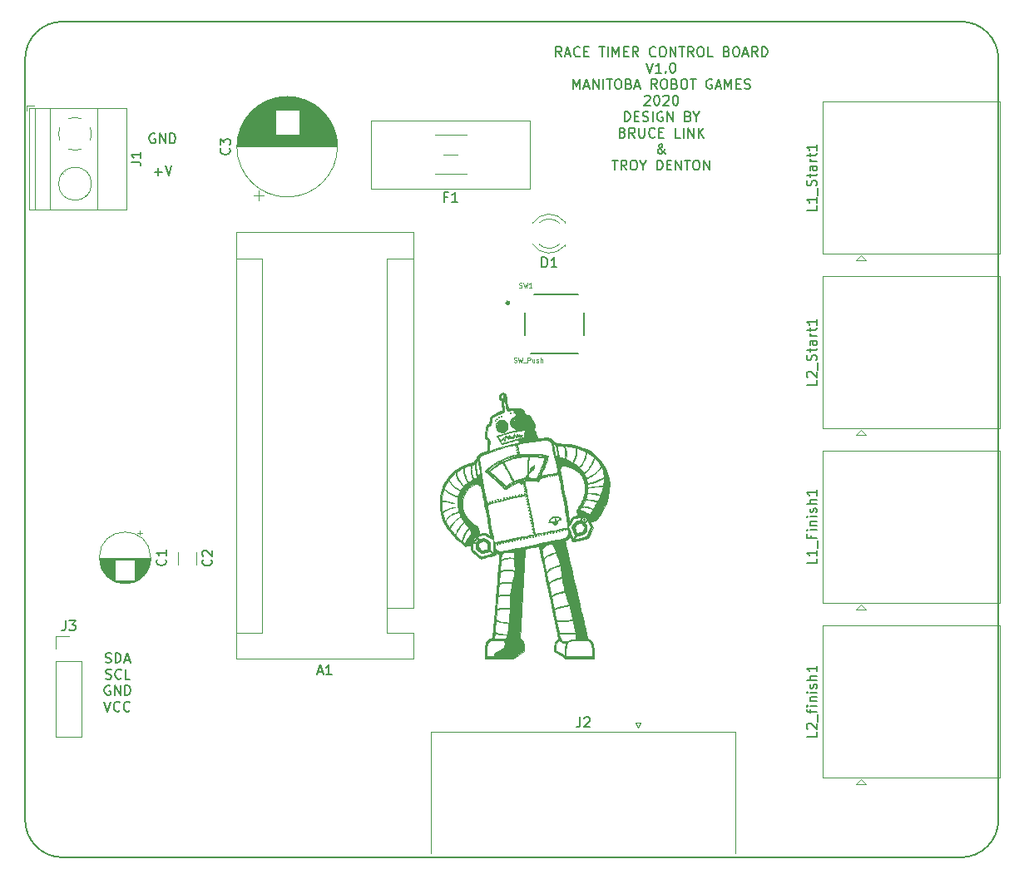
<source format=gbr>
G04 #@! TF.GenerationSoftware,KiCad,Pcbnew,(5.1.4)*
G04 #@! TF.CreationDate,2020-02-11T08:22:00-06:00*
G04 #@! TF.ProjectId,race timer,72616365-2074-4696-9d65-722e6b696361,rev?*
G04 #@! TF.SameCoordinates,PX6e37550PYe88b40*
G04 #@! TF.FileFunction,Legend,Top*
G04 #@! TF.FilePolarity,Positive*
%FSLAX46Y46*%
G04 Gerber Fmt 4.6, Leading zero omitted, Abs format (unit mm)*
G04 Created by KiCad (PCBNEW (5.1.4)) date 2020-02-11 08:22:00*
%MOMM*%
%LPD*%
G04 APERTURE LIST*
%ADD10C,0.150000*%
%ADD11C,0.010000*%
%ADD12C,0.120000*%
%ADD13C,0.127000*%
%ADD14C,0.300000*%
%ADD15C,0.050000*%
G04 APERTURE END LIST*
D10*
X-85851905Y-11439000D02*
X-85947143Y-11391380D01*
X-86090000Y-11391380D01*
X-86232858Y-11439000D01*
X-86328096Y-11534238D01*
X-86375715Y-11629476D01*
X-86423334Y-11819952D01*
X-86423334Y-11962809D01*
X-86375715Y-12153285D01*
X-86328096Y-12248523D01*
X-86232858Y-12343761D01*
X-86090000Y-12391380D01*
X-85994762Y-12391380D01*
X-85851905Y-12343761D01*
X-85804286Y-12296142D01*
X-85804286Y-11962809D01*
X-85994762Y-11962809D01*
X-85375715Y-12391380D02*
X-85375715Y-11391380D01*
X-84804286Y-12391380D01*
X-84804286Y-11391380D01*
X-84328096Y-12391380D02*
X-84328096Y-11391380D01*
X-84090000Y-11391380D01*
X-83947143Y-11439000D01*
X-83851905Y-11534238D01*
X-83804286Y-11629476D01*
X-83756667Y-11819952D01*
X-83756667Y-11962809D01*
X-83804286Y-12153285D01*
X-83851905Y-12248523D01*
X-83947143Y-12343761D01*
X-84090000Y-12391380D01*
X-84328096Y-12391380D01*
X-85899524Y-15310428D02*
X-85137620Y-15310428D01*
X-85518572Y-15691380D02*
X-85518572Y-14929476D01*
X-84804286Y-14691380D02*
X-84470953Y-15691380D01*
X-84137620Y-14691380D01*
X-90876286Y-65239761D02*
X-90733429Y-65287380D01*
X-90495334Y-65287380D01*
X-90400096Y-65239761D01*
X-90352477Y-65192142D01*
X-90304858Y-65096904D01*
X-90304858Y-65001666D01*
X-90352477Y-64906428D01*
X-90400096Y-64858809D01*
X-90495334Y-64811190D01*
X-90685810Y-64763571D01*
X-90781048Y-64715952D01*
X-90828667Y-64668333D01*
X-90876286Y-64573095D01*
X-90876286Y-64477857D01*
X-90828667Y-64382619D01*
X-90781048Y-64335000D01*
X-90685810Y-64287380D01*
X-90447715Y-64287380D01*
X-90304858Y-64335000D01*
X-89876286Y-65287380D02*
X-89876286Y-64287380D01*
X-89638191Y-64287380D01*
X-89495334Y-64335000D01*
X-89400096Y-64430238D01*
X-89352477Y-64525476D01*
X-89304858Y-64715952D01*
X-89304858Y-64858809D01*
X-89352477Y-65049285D01*
X-89400096Y-65144523D01*
X-89495334Y-65239761D01*
X-89638191Y-65287380D01*
X-89876286Y-65287380D01*
X-88923905Y-65001666D02*
X-88447715Y-65001666D01*
X-89019143Y-65287380D02*
X-88685810Y-64287380D01*
X-88352477Y-65287380D01*
X-90852477Y-66889761D02*
X-90709620Y-66937380D01*
X-90471524Y-66937380D01*
X-90376286Y-66889761D01*
X-90328667Y-66842142D01*
X-90281048Y-66746904D01*
X-90281048Y-66651666D01*
X-90328667Y-66556428D01*
X-90376286Y-66508809D01*
X-90471524Y-66461190D01*
X-90662000Y-66413571D01*
X-90757239Y-66365952D01*
X-90804858Y-66318333D01*
X-90852477Y-66223095D01*
X-90852477Y-66127857D01*
X-90804858Y-66032619D01*
X-90757239Y-65985000D01*
X-90662000Y-65937380D01*
X-90423905Y-65937380D01*
X-90281048Y-65985000D01*
X-89281048Y-66842142D02*
X-89328667Y-66889761D01*
X-89471524Y-66937380D01*
X-89566762Y-66937380D01*
X-89709620Y-66889761D01*
X-89804858Y-66794523D01*
X-89852477Y-66699285D01*
X-89900096Y-66508809D01*
X-89900096Y-66365952D01*
X-89852477Y-66175476D01*
X-89804858Y-66080238D01*
X-89709620Y-65985000D01*
X-89566762Y-65937380D01*
X-89471524Y-65937380D01*
X-89328667Y-65985000D01*
X-89281048Y-66032619D01*
X-88376286Y-66937380D02*
X-88852477Y-66937380D01*
X-88852477Y-65937380D01*
X-90423905Y-67635000D02*
X-90519143Y-67587380D01*
X-90662000Y-67587380D01*
X-90804858Y-67635000D01*
X-90900096Y-67730238D01*
X-90947715Y-67825476D01*
X-90995334Y-68015952D01*
X-90995334Y-68158809D01*
X-90947715Y-68349285D01*
X-90900096Y-68444523D01*
X-90804858Y-68539761D01*
X-90662000Y-68587380D01*
X-90566762Y-68587380D01*
X-90423905Y-68539761D01*
X-90376286Y-68492142D01*
X-90376286Y-68158809D01*
X-90566762Y-68158809D01*
X-89947715Y-68587380D02*
X-89947715Y-67587380D01*
X-89376286Y-68587380D01*
X-89376286Y-67587380D01*
X-88900096Y-68587380D02*
X-88900096Y-67587380D01*
X-88662000Y-67587380D01*
X-88519143Y-67635000D01*
X-88423905Y-67730238D01*
X-88376286Y-67825476D01*
X-88328667Y-68015952D01*
X-88328667Y-68158809D01*
X-88376286Y-68349285D01*
X-88423905Y-68444523D01*
X-88519143Y-68539761D01*
X-88662000Y-68587380D01*
X-88900096Y-68587380D01*
X-90995334Y-69237380D02*
X-90662000Y-70237380D01*
X-90328667Y-69237380D01*
X-89423905Y-70142142D02*
X-89471524Y-70189761D01*
X-89614381Y-70237380D01*
X-89709620Y-70237380D01*
X-89852477Y-70189761D01*
X-89947715Y-70094523D01*
X-89995334Y-69999285D01*
X-90042953Y-69808809D01*
X-90042953Y-69665952D01*
X-89995334Y-69475476D01*
X-89947715Y-69380238D01*
X-89852477Y-69285000D01*
X-89709620Y-69237380D01*
X-89614381Y-69237380D01*
X-89471524Y-69285000D01*
X-89423905Y-69332619D01*
X-88423905Y-70142142D02*
X-88471524Y-70189761D01*
X-88614381Y-70237380D01*
X-88709620Y-70237380D01*
X-88852477Y-70189761D01*
X-88947715Y-70094523D01*
X-88995334Y-69999285D01*
X-89042953Y-69808809D01*
X-89042953Y-69665952D01*
X-88995334Y-69475476D01*
X-88947715Y-69380238D01*
X-88852477Y-69285000D01*
X-88709620Y-69237380D01*
X-88614381Y-69237380D01*
X-88471524Y-69285000D01*
X-88423905Y-69332619D01*
X-44456667Y-3567380D02*
X-44790000Y-3091190D01*
X-45028096Y-3567380D02*
X-45028096Y-2567380D01*
X-44647143Y-2567380D01*
X-44551905Y-2615000D01*
X-44504286Y-2662619D01*
X-44456667Y-2757857D01*
X-44456667Y-2900714D01*
X-44504286Y-2995952D01*
X-44551905Y-3043571D01*
X-44647143Y-3091190D01*
X-45028096Y-3091190D01*
X-44075715Y-3281666D02*
X-43599524Y-3281666D01*
X-44170953Y-3567380D02*
X-43837620Y-2567380D01*
X-43504286Y-3567380D01*
X-42599524Y-3472142D02*
X-42647143Y-3519761D01*
X-42790000Y-3567380D01*
X-42885239Y-3567380D01*
X-43028096Y-3519761D01*
X-43123334Y-3424523D01*
X-43170953Y-3329285D01*
X-43218572Y-3138809D01*
X-43218572Y-2995952D01*
X-43170953Y-2805476D01*
X-43123334Y-2710238D01*
X-43028096Y-2615000D01*
X-42885239Y-2567380D01*
X-42790000Y-2567380D01*
X-42647143Y-2615000D01*
X-42599524Y-2662619D01*
X-42170953Y-3043571D02*
X-41837620Y-3043571D01*
X-41694762Y-3567380D02*
X-42170953Y-3567380D01*
X-42170953Y-2567380D01*
X-41694762Y-2567380D01*
X-40647143Y-2567380D02*
X-40075715Y-2567380D01*
X-40361429Y-3567380D02*
X-40361429Y-2567380D01*
X-39742381Y-3567380D02*
X-39742381Y-2567380D01*
X-39266191Y-3567380D02*
X-39266191Y-2567380D01*
X-38932858Y-3281666D01*
X-38599524Y-2567380D01*
X-38599524Y-3567380D01*
X-38123334Y-3043571D02*
X-37790000Y-3043571D01*
X-37647143Y-3567380D02*
X-38123334Y-3567380D01*
X-38123334Y-2567380D01*
X-37647143Y-2567380D01*
X-36647143Y-3567380D02*
X-36980477Y-3091190D01*
X-37218572Y-3567380D02*
X-37218572Y-2567380D01*
X-36837620Y-2567380D01*
X-36742381Y-2615000D01*
X-36694762Y-2662619D01*
X-36647143Y-2757857D01*
X-36647143Y-2900714D01*
X-36694762Y-2995952D01*
X-36742381Y-3043571D01*
X-36837620Y-3091190D01*
X-37218572Y-3091190D01*
X-34885239Y-3472142D02*
X-34932858Y-3519761D01*
X-35075715Y-3567380D01*
X-35170953Y-3567380D01*
X-35313810Y-3519761D01*
X-35409048Y-3424523D01*
X-35456667Y-3329285D01*
X-35504286Y-3138809D01*
X-35504286Y-2995952D01*
X-35456667Y-2805476D01*
X-35409048Y-2710238D01*
X-35313810Y-2615000D01*
X-35170953Y-2567380D01*
X-35075715Y-2567380D01*
X-34932858Y-2615000D01*
X-34885239Y-2662619D01*
X-34266191Y-2567380D02*
X-34075715Y-2567380D01*
X-33980477Y-2615000D01*
X-33885239Y-2710238D01*
X-33837620Y-2900714D01*
X-33837620Y-3234047D01*
X-33885239Y-3424523D01*
X-33980477Y-3519761D01*
X-34075715Y-3567380D01*
X-34266191Y-3567380D01*
X-34361429Y-3519761D01*
X-34456667Y-3424523D01*
X-34504286Y-3234047D01*
X-34504286Y-2900714D01*
X-34456667Y-2710238D01*
X-34361429Y-2615000D01*
X-34266191Y-2567380D01*
X-33409048Y-3567380D02*
X-33409048Y-2567380D01*
X-32837620Y-3567380D01*
X-32837620Y-2567380D01*
X-32504286Y-2567380D02*
X-31932858Y-2567380D01*
X-32218572Y-3567380D02*
X-32218572Y-2567380D01*
X-31028096Y-3567380D02*
X-31361429Y-3091190D01*
X-31599524Y-3567380D02*
X-31599524Y-2567380D01*
X-31218572Y-2567380D01*
X-31123334Y-2615000D01*
X-31075715Y-2662619D01*
X-31028096Y-2757857D01*
X-31028096Y-2900714D01*
X-31075715Y-2995952D01*
X-31123334Y-3043571D01*
X-31218572Y-3091190D01*
X-31599524Y-3091190D01*
X-30409048Y-2567380D02*
X-30218572Y-2567380D01*
X-30123334Y-2615000D01*
X-30028096Y-2710238D01*
X-29980477Y-2900714D01*
X-29980477Y-3234047D01*
X-30028096Y-3424523D01*
X-30123334Y-3519761D01*
X-30218572Y-3567380D01*
X-30409048Y-3567380D01*
X-30504286Y-3519761D01*
X-30599524Y-3424523D01*
X-30647143Y-3234047D01*
X-30647143Y-2900714D01*
X-30599524Y-2710238D01*
X-30504286Y-2615000D01*
X-30409048Y-2567380D01*
X-29075715Y-3567380D02*
X-29551905Y-3567380D01*
X-29551905Y-2567380D01*
X-27647143Y-3043571D02*
X-27504286Y-3091190D01*
X-27456667Y-3138809D01*
X-27409048Y-3234047D01*
X-27409048Y-3376904D01*
X-27456667Y-3472142D01*
X-27504286Y-3519761D01*
X-27599524Y-3567380D01*
X-27980477Y-3567380D01*
X-27980477Y-2567380D01*
X-27647143Y-2567380D01*
X-27551905Y-2615000D01*
X-27504286Y-2662619D01*
X-27456667Y-2757857D01*
X-27456667Y-2853095D01*
X-27504286Y-2948333D01*
X-27551905Y-2995952D01*
X-27647143Y-3043571D01*
X-27980477Y-3043571D01*
X-26790000Y-2567380D02*
X-26599524Y-2567380D01*
X-26504286Y-2615000D01*
X-26409048Y-2710238D01*
X-26361429Y-2900714D01*
X-26361429Y-3234047D01*
X-26409048Y-3424523D01*
X-26504286Y-3519761D01*
X-26599524Y-3567380D01*
X-26790000Y-3567380D01*
X-26885239Y-3519761D01*
X-26980477Y-3424523D01*
X-27028096Y-3234047D01*
X-27028096Y-2900714D01*
X-26980477Y-2710238D01*
X-26885239Y-2615000D01*
X-26790000Y-2567380D01*
X-25980477Y-3281666D02*
X-25504286Y-3281666D01*
X-26075715Y-3567380D02*
X-25742381Y-2567380D01*
X-25409048Y-3567380D01*
X-24504286Y-3567380D02*
X-24837620Y-3091190D01*
X-25075715Y-3567380D02*
X-25075715Y-2567380D01*
X-24694762Y-2567380D01*
X-24599524Y-2615000D01*
X-24551905Y-2662619D01*
X-24504286Y-2757857D01*
X-24504286Y-2900714D01*
X-24551905Y-2995952D01*
X-24599524Y-3043571D01*
X-24694762Y-3091190D01*
X-25075715Y-3091190D01*
X-24075715Y-3567380D02*
X-24075715Y-2567380D01*
X-23837620Y-2567380D01*
X-23694762Y-2615000D01*
X-23599524Y-2710238D01*
X-23551905Y-2805476D01*
X-23504286Y-2995952D01*
X-23504286Y-3138809D01*
X-23551905Y-3329285D01*
X-23599524Y-3424523D01*
X-23694762Y-3519761D01*
X-23837620Y-3567380D01*
X-24075715Y-3567380D01*
X-35813810Y-4217380D02*
X-35480477Y-5217380D01*
X-35147143Y-4217380D01*
X-34290000Y-5217380D02*
X-34861429Y-5217380D01*
X-34575715Y-5217380D02*
X-34575715Y-4217380D01*
X-34670953Y-4360238D01*
X-34766191Y-4455476D01*
X-34861429Y-4503095D01*
X-33861429Y-5122142D02*
X-33813810Y-5169761D01*
X-33861429Y-5217380D01*
X-33909048Y-5169761D01*
X-33861429Y-5122142D01*
X-33861429Y-5217380D01*
X-33194762Y-4217380D02*
X-33099524Y-4217380D01*
X-33004286Y-4265000D01*
X-32956667Y-4312619D01*
X-32909048Y-4407857D01*
X-32861429Y-4598333D01*
X-32861429Y-4836428D01*
X-32909048Y-5026904D01*
X-32956667Y-5122142D01*
X-33004286Y-5169761D01*
X-33099524Y-5217380D01*
X-33194762Y-5217380D01*
X-33290000Y-5169761D01*
X-33337620Y-5122142D01*
X-33385239Y-5026904D01*
X-33432858Y-4836428D01*
X-33432858Y-4598333D01*
X-33385239Y-4407857D01*
X-33337620Y-4312619D01*
X-33290000Y-4265000D01*
X-33194762Y-4217380D01*
X-43266191Y-6867380D02*
X-43266191Y-5867380D01*
X-42932858Y-6581666D01*
X-42599524Y-5867380D01*
X-42599524Y-6867380D01*
X-42170953Y-6581666D02*
X-41694762Y-6581666D01*
X-42266191Y-6867380D02*
X-41932858Y-5867380D01*
X-41599524Y-6867380D01*
X-41266191Y-6867380D02*
X-41266191Y-5867380D01*
X-40694762Y-6867380D01*
X-40694762Y-5867380D01*
X-40218572Y-6867380D02*
X-40218572Y-5867380D01*
X-39885239Y-5867380D02*
X-39313810Y-5867380D01*
X-39599524Y-6867380D02*
X-39599524Y-5867380D01*
X-38790000Y-5867380D02*
X-38599524Y-5867380D01*
X-38504286Y-5915000D01*
X-38409048Y-6010238D01*
X-38361429Y-6200714D01*
X-38361429Y-6534047D01*
X-38409048Y-6724523D01*
X-38504286Y-6819761D01*
X-38599524Y-6867380D01*
X-38790000Y-6867380D01*
X-38885239Y-6819761D01*
X-38980477Y-6724523D01*
X-39028096Y-6534047D01*
X-39028096Y-6200714D01*
X-38980477Y-6010238D01*
X-38885239Y-5915000D01*
X-38790000Y-5867380D01*
X-37599524Y-6343571D02*
X-37456667Y-6391190D01*
X-37409048Y-6438809D01*
X-37361429Y-6534047D01*
X-37361429Y-6676904D01*
X-37409048Y-6772142D01*
X-37456667Y-6819761D01*
X-37551905Y-6867380D01*
X-37932858Y-6867380D01*
X-37932858Y-5867380D01*
X-37599524Y-5867380D01*
X-37504286Y-5915000D01*
X-37456667Y-5962619D01*
X-37409048Y-6057857D01*
X-37409048Y-6153095D01*
X-37456667Y-6248333D01*
X-37504286Y-6295952D01*
X-37599524Y-6343571D01*
X-37932858Y-6343571D01*
X-36980477Y-6581666D02*
X-36504286Y-6581666D01*
X-37075715Y-6867380D02*
X-36742381Y-5867380D01*
X-36409048Y-6867380D01*
X-34742381Y-6867380D02*
X-35075715Y-6391190D01*
X-35313810Y-6867380D02*
X-35313810Y-5867380D01*
X-34932858Y-5867380D01*
X-34837620Y-5915000D01*
X-34790000Y-5962619D01*
X-34742381Y-6057857D01*
X-34742381Y-6200714D01*
X-34790000Y-6295952D01*
X-34837620Y-6343571D01*
X-34932858Y-6391190D01*
X-35313810Y-6391190D01*
X-34123334Y-5867380D02*
X-33932858Y-5867380D01*
X-33837620Y-5915000D01*
X-33742381Y-6010238D01*
X-33694762Y-6200714D01*
X-33694762Y-6534047D01*
X-33742381Y-6724523D01*
X-33837620Y-6819761D01*
X-33932858Y-6867380D01*
X-34123334Y-6867380D01*
X-34218572Y-6819761D01*
X-34313810Y-6724523D01*
X-34361429Y-6534047D01*
X-34361429Y-6200714D01*
X-34313810Y-6010238D01*
X-34218572Y-5915000D01*
X-34123334Y-5867380D01*
X-32932858Y-6343571D02*
X-32790000Y-6391190D01*
X-32742381Y-6438809D01*
X-32694762Y-6534047D01*
X-32694762Y-6676904D01*
X-32742381Y-6772142D01*
X-32790000Y-6819761D01*
X-32885239Y-6867380D01*
X-33266191Y-6867380D01*
X-33266191Y-5867380D01*
X-32932858Y-5867380D01*
X-32837620Y-5915000D01*
X-32790000Y-5962619D01*
X-32742381Y-6057857D01*
X-32742381Y-6153095D01*
X-32790000Y-6248333D01*
X-32837620Y-6295952D01*
X-32932858Y-6343571D01*
X-33266191Y-6343571D01*
X-32075715Y-5867380D02*
X-31885239Y-5867380D01*
X-31790000Y-5915000D01*
X-31694762Y-6010238D01*
X-31647143Y-6200714D01*
X-31647143Y-6534047D01*
X-31694762Y-6724523D01*
X-31790000Y-6819761D01*
X-31885239Y-6867380D01*
X-32075715Y-6867380D01*
X-32170953Y-6819761D01*
X-32266191Y-6724523D01*
X-32313810Y-6534047D01*
X-32313810Y-6200714D01*
X-32266191Y-6010238D01*
X-32170953Y-5915000D01*
X-32075715Y-5867380D01*
X-31361429Y-5867380D02*
X-30790000Y-5867380D01*
X-31075715Y-6867380D02*
X-31075715Y-5867380D01*
X-29170953Y-5915000D02*
X-29266191Y-5867380D01*
X-29409048Y-5867380D01*
X-29551905Y-5915000D01*
X-29647143Y-6010238D01*
X-29694762Y-6105476D01*
X-29742381Y-6295952D01*
X-29742381Y-6438809D01*
X-29694762Y-6629285D01*
X-29647143Y-6724523D01*
X-29551905Y-6819761D01*
X-29409048Y-6867380D01*
X-29313810Y-6867380D01*
X-29170953Y-6819761D01*
X-29123334Y-6772142D01*
X-29123334Y-6438809D01*
X-29313810Y-6438809D01*
X-28742381Y-6581666D02*
X-28266191Y-6581666D01*
X-28837620Y-6867380D02*
X-28504286Y-5867380D01*
X-28170953Y-6867380D01*
X-27837620Y-6867380D02*
X-27837620Y-5867380D01*
X-27504286Y-6581666D01*
X-27170953Y-5867380D01*
X-27170953Y-6867380D01*
X-26694762Y-6343571D02*
X-26361429Y-6343571D01*
X-26218572Y-6867380D02*
X-26694762Y-6867380D01*
X-26694762Y-5867380D01*
X-26218572Y-5867380D01*
X-25837620Y-6819761D02*
X-25694762Y-6867380D01*
X-25456667Y-6867380D01*
X-25361429Y-6819761D01*
X-25313810Y-6772142D01*
X-25266191Y-6676904D01*
X-25266191Y-6581666D01*
X-25313810Y-6486428D01*
X-25361429Y-6438809D01*
X-25456667Y-6391190D01*
X-25647143Y-6343571D01*
X-25742381Y-6295952D01*
X-25790000Y-6248333D01*
X-25837620Y-6153095D01*
X-25837620Y-6057857D01*
X-25790000Y-5962619D01*
X-25742381Y-5915000D01*
X-25647143Y-5867380D01*
X-25409048Y-5867380D01*
X-25266191Y-5915000D01*
X-36004286Y-7612619D02*
X-35956667Y-7565000D01*
X-35861429Y-7517380D01*
X-35623334Y-7517380D01*
X-35528096Y-7565000D01*
X-35480477Y-7612619D01*
X-35432858Y-7707857D01*
X-35432858Y-7803095D01*
X-35480477Y-7945952D01*
X-36051905Y-8517380D01*
X-35432858Y-8517380D01*
X-34813810Y-7517380D02*
X-34718572Y-7517380D01*
X-34623334Y-7565000D01*
X-34575715Y-7612619D01*
X-34528096Y-7707857D01*
X-34480477Y-7898333D01*
X-34480477Y-8136428D01*
X-34528096Y-8326904D01*
X-34575715Y-8422142D01*
X-34623334Y-8469761D01*
X-34718572Y-8517380D01*
X-34813810Y-8517380D01*
X-34909048Y-8469761D01*
X-34956667Y-8422142D01*
X-35004286Y-8326904D01*
X-35051905Y-8136428D01*
X-35051905Y-7898333D01*
X-35004286Y-7707857D01*
X-34956667Y-7612619D01*
X-34909048Y-7565000D01*
X-34813810Y-7517380D01*
X-34099524Y-7612619D02*
X-34051905Y-7565000D01*
X-33956667Y-7517380D01*
X-33718572Y-7517380D01*
X-33623334Y-7565000D01*
X-33575715Y-7612619D01*
X-33528096Y-7707857D01*
X-33528096Y-7803095D01*
X-33575715Y-7945952D01*
X-34147143Y-8517380D01*
X-33528096Y-8517380D01*
X-32909048Y-7517380D02*
X-32813810Y-7517380D01*
X-32718572Y-7565000D01*
X-32670953Y-7612619D01*
X-32623334Y-7707857D01*
X-32575715Y-7898333D01*
X-32575715Y-8136428D01*
X-32623334Y-8326904D01*
X-32670953Y-8422142D01*
X-32718572Y-8469761D01*
X-32813810Y-8517380D01*
X-32909048Y-8517380D01*
X-33004286Y-8469761D01*
X-33051905Y-8422142D01*
X-33099524Y-8326904D01*
X-33147143Y-8136428D01*
X-33147143Y-7898333D01*
X-33099524Y-7707857D01*
X-33051905Y-7612619D01*
X-33004286Y-7565000D01*
X-32909048Y-7517380D01*
X-38051905Y-10167380D02*
X-38051905Y-9167380D01*
X-37813810Y-9167380D01*
X-37670953Y-9215000D01*
X-37575715Y-9310238D01*
X-37528096Y-9405476D01*
X-37480477Y-9595952D01*
X-37480477Y-9738809D01*
X-37528096Y-9929285D01*
X-37575715Y-10024523D01*
X-37670953Y-10119761D01*
X-37813810Y-10167380D01*
X-38051905Y-10167380D01*
X-37051905Y-9643571D02*
X-36718572Y-9643571D01*
X-36575715Y-10167380D02*
X-37051905Y-10167380D01*
X-37051905Y-9167380D01*
X-36575715Y-9167380D01*
X-36194762Y-10119761D02*
X-36051905Y-10167380D01*
X-35813810Y-10167380D01*
X-35718572Y-10119761D01*
X-35670953Y-10072142D01*
X-35623334Y-9976904D01*
X-35623334Y-9881666D01*
X-35670953Y-9786428D01*
X-35718572Y-9738809D01*
X-35813810Y-9691190D01*
X-36004286Y-9643571D01*
X-36099524Y-9595952D01*
X-36147143Y-9548333D01*
X-36194762Y-9453095D01*
X-36194762Y-9357857D01*
X-36147143Y-9262619D01*
X-36099524Y-9215000D01*
X-36004286Y-9167380D01*
X-35766191Y-9167380D01*
X-35623334Y-9215000D01*
X-35194762Y-10167380D02*
X-35194762Y-9167380D01*
X-34194762Y-9215000D02*
X-34290000Y-9167380D01*
X-34432858Y-9167380D01*
X-34575715Y-9215000D01*
X-34670953Y-9310238D01*
X-34718572Y-9405476D01*
X-34766191Y-9595952D01*
X-34766191Y-9738809D01*
X-34718572Y-9929285D01*
X-34670953Y-10024523D01*
X-34575715Y-10119761D01*
X-34432858Y-10167380D01*
X-34337620Y-10167380D01*
X-34194762Y-10119761D01*
X-34147143Y-10072142D01*
X-34147143Y-9738809D01*
X-34337620Y-9738809D01*
X-33718572Y-10167380D02*
X-33718572Y-9167380D01*
X-33147143Y-10167380D01*
X-33147143Y-9167380D01*
X-31575715Y-9643571D02*
X-31432858Y-9691190D01*
X-31385239Y-9738809D01*
X-31337620Y-9834047D01*
X-31337620Y-9976904D01*
X-31385239Y-10072142D01*
X-31432858Y-10119761D01*
X-31528096Y-10167380D01*
X-31909048Y-10167380D01*
X-31909048Y-9167380D01*
X-31575715Y-9167380D01*
X-31480477Y-9215000D01*
X-31432858Y-9262619D01*
X-31385239Y-9357857D01*
X-31385239Y-9453095D01*
X-31432858Y-9548333D01*
X-31480477Y-9595952D01*
X-31575715Y-9643571D01*
X-31909048Y-9643571D01*
X-30718572Y-9691190D02*
X-30718572Y-10167380D01*
X-31051905Y-9167380D02*
X-30718572Y-9691190D01*
X-30385239Y-9167380D01*
X-38242381Y-11293571D02*
X-38099524Y-11341190D01*
X-38051905Y-11388809D01*
X-38004286Y-11484047D01*
X-38004286Y-11626904D01*
X-38051905Y-11722142D01*
X-38099524Y-11769761D01*
X-38194762Y-11817380D01*
X-38575715Y-11817380D01*
X-38575715Y-10817380D01*
X-38242381Y-10817380D01*
X-38147143Y-10865000D01*
X-38099524Y-10912619D01*
X-38051905Y-11007857D01*
X-38051905Y-11103095D01*
X-38099524Y-11198333D01*
X-38147143Y-11245952D01*
X-38242381Y-11293571D01*
X-38575715Y-11293571D01*
X-37004286Y-11817380D02*
X-37337620Y-11341190D01*
X-37575715Y-11817380D02*
X-37575715Y-10817380D01*
X-37194762Y-10817380D01*
X-37099524Y-10865000D01*
X-37051905Y-10912619D01*
X-37004286Y-11007857D01*
X-37004286Y-11150714D01*
X-37051905Y-11245952D01*
X-37099524Y-11293571D01*
X-37194762Y-11341190D01*
X-37575715Y-11341190D01*
X-36575715Y-10817380D02*
X-36575715Y-11626904D01*
X-36528096Y-11722142D01*
X-36480477Y-11769761D01*
X-36385239Y-11817380D01*
X-36194762Y-11817380D01*
X-36099524Y-11769761D01*
X-36051905Y-11722142D01*
X-36004286Y-11626904D01*
X-36004286Y-10817380D01*
X-34956667Y-11722142D02*
X-35004286Y-11769761D01*
X-35147143Y-11817380D01*
X-35242381Y-11817380D01*
X-35385239Y-11769761D01*
X-35480477Y-11674523D01*
X-35528096Y-11579285D01*
X-35575715Y-11388809D01*
X-35575715Y-11245952D01*
X-35528096Y-11055476D01*
X-35480477Y-10960238D01*
X-35385239Y-10865000D01*
X-35242381Y-10817380D01*
X-35147143Y-10817380D01*
X-35004286Y-10865000D01*
X-34956667Y-10912619D01*
X-34528096Y-11293571D02*
X-34194762Y-11293571D01*
X-34051905Y-11817380D02*
X-34528096Y-11817380D01*
X-34528096Y-10817380D01*
X-34051905Y-10817380D01*
X-32385239Y-11817380D02*
X-32861429Y-11817380D01*
X-32861429Y-10817380D01*
X-32051905Y-11817380D02*
X-32051905Y-10817380D01*
X-31575715Y-11817380D02*
X-31575715Y-10817380D01*
X-31004286Y-11817380D01*
X-31004286Y-10817380D01*
X-30528096Y-11817380D02*
X-30528096Y-10817380D01*
X-29956667Y-11817380D02*
X-30385239Y-11245952D01*
X-29956667Y-10817380D02*
X-30528096Y-11388809D01*
X-33861429Y-13467380D02*
X-33909048Y-13467380D01*
X-34004286Y-13419761D01*
X-34147143Y-13276904D01*
X-34385239Y-12991190D01*
X-34480477Y-12848333D01*
X-34528096Y-12705476D01*
X-34528096Y-12610238D01*
X-34480477Y-12515000D01*
X-34385239Y-12467380D01*
X-34337620Y-12467380D01*
X-34242381Y-12515000D01*
X-34194762Y-12610238D01*
X-34194762Y-12657857D01*
X-34242381Y-12753095D01*
X-34290000Y-12800714D01*
X-34575715Y-12991190D01*
X-34623334Y-13038809D01*
X-34670953Y-13134047D01*
X-34670953Y-13276904D01*
X-34623334Y-13372142D01*
X-34575715Y-13419761D01*
X-34480477Y-13467380D01*
X-34337620Y-13467380D01*
X-34242381Y-13419761D01*
X-34194762Y-13372142D01*
X-34051905Y-13181666D01*
X-34004286Y-13038809D01*
X-34004286Y-12943571D01*
X-39313810Y-14117380D02*
X-38742381Y-14117380D01*
X-39028096Y-15117380D02*
X-39028096Y-14117380D01*
X-37837620Y-15117380D02*
X-38170953Y-14641190D01*
X-38409048Y-15117380D02*
X-38409048Y-14117380D01*
X-38028096Y-14117380D01*
X-37932858Y-14165000D01*
X-37885239Y-14212619D01*
X-37837620Y-14307857D01*
X-37837620Y-14450714D01*
X-37885239Y-14545952D01*
X-37932858Y-14593571D01*
X-38028096Y-14641190D01*
X-38409048Y-14641190D01*
X-37218572Y-14117380D02*
X-37028096Y-14117380D01*
X-36932858Y-14165000D01*
X-36837620Y-14260238D01*
X-36790000Y-14450714D01*
X-36790000Y-14784047D01*
X-36837620Y-14974523D01*
X-36932858Y-15069761D01*
X-37028096Y-15117380D01*
X-37218572Y-15117380D01*
X-37313810Y-15069761D01*
X-37409048Y-14974523D01*
X-37456667Y-14784047D01*
X-37456667Y-14450714D01*
X-37409048Y-14260238D01*
X-37313810Y-14165000D01*
X-37218572Y-14117380D01*
X-36170953Y-14641190D02*
X-36170953Y-15117380D01*
X-36504286Y-14117380D02*
X-36170953Y-14641190D01*
X-35837620Y-14117380D01*
X-34742381Y-15117380D02*
X-34742381Y-14117380D01*
X-34504286Y-14117380D01*
X-34361429Y-14165000D01*
X-34266191Y-14260238D01*
X-34218572Y-14355476D01*
X-34170953Y-14545952D01*
X-34170953Y-14688809D01*
X-34218572Y-14879285D01*
X-34266191Y-14974523D01*
X-34361429Y-15069761D01*
X-34504286Y-15117380D01*
X-34742381Y-15117380D01*
X-33742381Y-14593571D02*
X-33409048Y-14593571D01*
X-33266191Y-15117380D02*
X-33742381Y-15117380D01*
X-33742381Y-14117380D01*
X-33266191Y-14117380D01*
X-32837620Y-15117380D02*
X-32837620Y-14117380D01*
X-32266191Y-15117380D01*
X-32266191Y-14117380D01*
X-31932858Y-14117380D02*
X-31361429Y-14117380D01*
X-31647143Y-15117380D02*
X-31647143Y-14117380D01*
X-30837620Y-14117380D02*
X-30647143Y-14117380D01*
X-30551905Y-14165000D01*
X-30456667Y-14260238D01*
X-30409048Y-14450714D01*
X-30409048Y-14784047D01*
X-30456667Y-14974523D01*
X-30551905Y-15069761D01*
X-30647143Y-15117380D01*
X-30837620Y-15117380D01*
X-30932858Y-15069761D01*
X-31028096Y-14974523D01*
X-31075715Y-14784047D01*
X-31075715Y-14450714D01*
X-31028096Y-14260238D01*
X-30932858Y-14165000D01*
X-30837620Y-14117380D01*
X-29980477Y-15117380D02*
X-29980477Y-14117380D01*
X-29409048Y-15117380D01*
X-29409048Y-14117380D01*
X-3810000Y0D02*
G75*
G02X0Y-3810000I0J-3810000D01*
G01*
X0Y-81280000D02*
G75*
G02X-3810000Y-85090000I-3810000J0D01*
G01*
X-99060000Y-3810000D02*
G75*
G02X-95250000Y0I3810000J0D01*
G01*
X-92710000Y-85090000D02*
X-95250000Y-85090000D01*
X-95250000Y-85090000D02*
G75*
G02X-99060000Y-81280000I0J3810000D01*
G01*
X-92710000Y0D02*
X-95250000Y0D01*
X-3810000Y0D02*
X-92710000Y0D01*
X-99060000Y-3810000D02*
X-99060000Y-81280000D01*
X0Y-81280000D02*
X0Y-3810000D01*
X-92710000Y-85090000D02*
X-3810000Y-85090000D01*
D11*
G36*
X-50715334Y-40872834D02*
G01*
X-50736500Y-40894000D01*
X-50757667Y-40872834D01*
X-50736500Y-40851667D01*
X-50715334Y-40872834D01*
X-50715334Y-40872834D01*
G37*
X-50715334Y-40872834D02*
X-50736500Y-40894000D01*
X-50757667Y-40872834D01*
X-50736500Y-40851667D01*
X-50715334Y-40872834D01*
G36*
X-50757667Y-41423167D02*
G01*
X-50778834Y-41444334D01*
X-50800000Y-41423167D01*
X-50778834Y-41402000D01*
X-50757667Y-41423167D01*
X-50757667Y-41423167D01*
G37*
X-50757667Y-41423167D02*
X-50778834Y-41444334D01*
X-50800000Y-41423167D01*
X-50778834Y-41402000D01*
X-50757667Y-41423167D01*
G36*
X-49360667Y-40703500D02*
G01*
X-49381834Y-40724667D01*
X-49403000Y-40703500D01*
X-49381834Y-40682334D01*
X-49360667Y-40703500D01*
X-49360667Y-40703500D01*
G37*
X-49360667Y-40703500D02*
X-49381834Y-40724667D01*
X-49403000Y-40703500D01*
X-49381834Y-40682334D01*
X-49360667Y-40703500D01*
G36*
X-49374778Y-40908111D02*
G01*
X-49369712Y-40958351D01*
X-49374778Y-40964556D01*
X-49399945Y-40958745D01*
X-49403000Y-40936334D01*
X-49387511Y-40901488D01*
X-49374778Y-40908111D01*
X-49374778Y-40908111D01*
G37*
X-49374778Y-40908111D02*
X-49369712Y-40958351D01*
X-49374778Y-40964556D01*
X-49399945Y-40958745D01*
X-49403000Y-40936334D01*
X-49387511Y-40901488D01*
X-49374778Y-40908111D01*
G36*
X-49324875Y-41038124D02*
G01*
X-49279428Y-41080750D01*
X-49288751Y-41105255D01*
X-49294669Y-41105667D01*
X-49330475Y-41075598D01*
X-49343543Y-41056793D01*
X-49348533Y-41027824D01*
X-49324875Y-41038124D01*
X-49324875Y-41038124D01*
G37*
X-49324875Y-41038124D02*
X-49279428Y-41080750D01*
X-49288751Y-41105255D01*
X-49294669Y-41105667D01*
X-49330475Y-41075598D01*
X-49343543Y-41056793D01*
X-49348533Y-41027824D01*
X-49324875Y-41038124D01*
G36*
X-50352914Y-40754043D02*
G01*
X-50228036Y-40859939D01*
X-50139441Y-41017218D01*
X-50116944Y-41182462D01*
X-50151009Y-41340814D01*
X-50232098Y-41477418D01*
X-50350676Y-41577414D01*
X-50497204Y-41625947D01*
X-50662146Y-41608159D01*
X-50699319Y-41594144D01*
X-50857482Y-41486831D01*
X-50947208Y-41329793D01*
X-50969334Y-41169167D01*
X-50927000Y-41169167D01*
X-50904846Y-41225513D01*
X-50885996Y-41232667D01*
X-50862703Y-41263697D01*
X-50869358Y-41296167D01*
X-50867496Y-41350535D01*
X-50846863Y-41359667D01*
X-50809708Y-41385330D01*
X-50810584Y-41397767D01*
X-50794689Y-41437153D01*
X-50787905Y-41438588D01*
X-50734138Y-41467662D01*
X-50689631Y-41506322D01*
X-50576897Y-41565703D01*
X-50443998Y-41551326D01*
X-50307657Y-41465639D01*
X-50288744Y-41447590D01*
X-50196762Y-41326067D01*
X-50169601Y-41197763D01*
X-50169869Y-41183007D01*
X-50174737Y-41042167D01*
X-50205177Y-41198698D01*
X-50245893Y-41335853D01*
X-50301135Y-41431649D01*
X-50359234Y-41468618D01*
X-50381464Y-41462536D01*
X-50417075Y-41466195D01*
X-50419000Y-41476837D01*
X-50451805Y-41503137D01*
X-50531170Y-41497596D01*
X-50628522Y-41467402D01*
X-50715288Y-41419744D01*
X-50742415Y-41395464D01*
X-50794833Y-41295661D01*
X-50816931Y-41170401D01*
X-50816934Y-41169167D01*
X-50795254Y-41043949D01*
X-50743053Y-40943579D01*
X-50742415Y-40942869D01*
X-50669120Y-40889873D01*
X-50572849Y-40851224D01*
X-50482177Y-40834111D01*
X-50425675Y-40845722D01*
X-50419000Y-40861497D01*
X-50393024Y-40880680D01*
X-50379564Y-40874624D01*
X-50329801Y-40886893D01*
X-50273730Y-40945045D01*
X-50226739Y-40997762D01*
X-50207334Y-40991159D01*
X-50243031Y-40922027D01*
X-50330539Y-40848520D01*
X-50440487Y-40790294D01*
X-50542290Y-40767000D01*
X-50644998Y-40785681D01*
X-50742473Y-40831143D01*
X-50809176Y-40887511D01*
X-50819570Y-40938913D01*
X-50819377Y-40939230D01*
X-50824801Y-40976147D01*
X-50838507Y-40978667D01*
X-50863941Y-41009597D01*
X-50857643Y-41042167D01*
X-50859505Y-41096535D01*
X-50880138Y-41105667D01*
X-50921685Y-41139881D01*
X-50927000Y-41169167D01*
X-50969334Y-41169167D01*
X-50934750Y-40973186D01*
X-50831672Y-40826530D01*
X-50699207Y-40745211D01*
X-50517589Y-40708391D01*
X-50352914Y-40754043D01*
X-50352914Y-40754043D01*
G37*
X-50352914Y-40754043D02*
X-50228036Y-40859939D01*
X-50139441Y-41017218D01*
X-50116944Y-41182462D01*
X-50151009Y-41340814D01*
X-50232098Y-41477418D01*
X-50350676Y-41577414D01*
X-50497204Y-41625947D01*
X-50662146Y-41608159D01*
X-50699319Y-41594144D01*
X-50857482Y-41486831D01*
X-50947208Y-41329793D01*
X-50969334Y-41169167D01*
X-50927000Y-41169167D01*
X-50904846Y-41225513D01*
X-50885996Y-41232667D01*
X-50862703Y-41263697D01*
X-50869358Y-41296167D01*
X-50867496Y-41350535D01*
X-50846863Y-41359667D01*
X-50809708Y-41385330D01*
X-50810584Y-41397767D01*
X-50794689Y-41437153D01*
X-50787905Y-41438588D01*
X-50734138Y-41467662D01*
X-50689631Y-41506322D01*
X-50576897Y-41565703D01*
X-50443998Y-41551326D01*
X-50307657Y-41465639D01*
X-50288744Y-41447590D01*
X-50196762Y-41326067D01*
X-50169601Y-41197763D01*
X-50169869Y-41183007D01*
X-50174737Y-41042167D01*
X-50205177Y-41198698D01*
X-50245893Y-41335853D01*
X-50301135Y-41431649D01*
X-50359234Y-41468618D01*
X-50381464Y-41462536D01*
X-50417075Y-41466195D01*
X-50419000Y-41476837D01*
X-50451805Y-41503137D01*
X-50531170Y-41497596D01*
X-50628522Y-41467402D01*
X-50715288Y-41419744D01*
X-50742415Y-41395464D01*
X-50794833Y-41295661D01*
X-50816931Y-41170401D01*
X-50816934Y-41169167D01*
X-50795254Y-41043949D01*
X-50743053Y-40943579D01*
X-50742415Y-40942869D01*
X-50669120Y-40889873D01*
X-50572849Y-40851224D01*
X-50482177Y-40834111D01*
X-50425675Y-40845722D01*
X-50419000Y-40861497D01*
X-50393024Y-40880680D01*
X-50379564Y-40874624D01*
X-50329801Y-40886893D01*
X-50273730Y-40945045D01*
X-50226739Y-40997762D01*
X-50207334Y-40991159D01*
X-50243031Y-40922027D01*
X-50330539Y-40848520D01*
X-50440487Y-40790294D01*
X-50542290Y-40767000D01*
X-50644998Y-40785681D01*
X-50742473Y-40831143D01*
X-50809176Y-40887511D01*
X-50819570Y-40938913D01*
X-50819377Y-40939230D01*
X-50824801Y-40976147D01*
X-50838507Y-40978667D01*
X-50863941Y-41009597D01*
X-50857643Y-41042167D01*
X-50859505Y-41096535D01*
X-50880138Y-41105667D01*
X-50921685Y-41139881D01*
X-50927000Y-41169167D01*
X-50969334Y-41169167D01*
X-50934750Y-40973186D01*
X-50831672Y-40826530D01*
X-50699207Y-40745211D01*
X-50517589Y-40708391D01*
X-50352914Y-40754043D01*
G36*
X-48998243Y-40362526D02*
G01*
X-48843725Y-40430820D01*
X-48720406Y-40557239D01*
X-48649827Y-40715799D01*
X-48641000Y-40793517D01*
X-48667168Y-40961807D01*
X-48735660Y-41114409D01*
X-48831464Y-41219915D01*
X-48850322Y-41231412D01*
X-49003590Y-41272345D01*
X-49175581Y-41258941D01*
X-49323509Y-41195044D01*
X-49332773Y-41188062D01*
X-49450919Y-41051462D01*
X-49504332Y-40893082D01*
X-49502477Y-40826790D01*
X-49445334Y-40826790D01*
X-49427763Y-40938587D01*
X-49384399Y-41042048D01*
X-49329263Y-41112892D01*
X-49276377Y-41126836D01*
X-49273104Y-41125043D01*
X-49236410Y-41132398D01*
X-49233667Y-41148000D01*
X-49207880Y-41175606D01*
X-49191334Y-41169167D01*
X-49152324Y-41172523D01*
X-49149000Y-41187835D01*
X-49118101Y-41226340D01*
X-49054184Y-41227191D01*
X-49000834Y-41190334D01*
X-49010116Y-41164744D01*
X-48937334Y-41164744D01*
X-48915833Y-41175794D01*
X-48863841Y-41137268D01*
X-48800118Y-41068458D01*
X-48743427Y-40988655D01*
X-48719538Y-40940819D01*
X-48706399Y-40815595D01*
X-48736470Y-40669973D01*
X-48798619Y-40547255D01*
X-48829006Y-40515071D01*
X-48848891Y-40516203D01*
X-48828188Y-40581166D01*
X-48803650Y-40633833D01*
X-48749303Y-40805499D01*
X-48761410Y-40953583D01*
X-48838067Y-41062575D01*
X-48858003Y-41076490D01*
X-48921441Y-41131644D01*
X-48937334Y-41164744D01*
X-49010116Y-41164744D01*
X-49013137Y-41156418D01*
X-49057146Y-41148000D01*
X-49190334Y-41109820D01*
X-49287723Y-41005273D01*
X-49336960Y-40849344D01*
X-49340287Y-40804470D01*
X-49321225Y-40650384D01*
X-49247292Y-40557369D01*
X-49110546Y-40517388D01*
X-49053750Y-40514500D01*
X-48969208Y-40502324D01*
X-48937334Y-40477722D01*
X-48974149Y-40452945D01*
X-49062840Y-40442447D01*
X-49064334Y-40442445D01*
X-49153524Y-40453392D01*
X-49191325Y-40479768D01*
X-49191334Y-40480221D01*
X-49217221Y-40499801D01*
X-49230277Y-40493929D01*
X-49283843Y-40503419D01*
X-49347012Y-40569804D01*
X-49404301Y-40669117D01*
X-49440224Y-40777388D01*
X-49445334Y-40826790D01*
X-49502477Y-40826790D01*
X-49499756Y-40729564D01*
X-49443935Y-40577552D01*
X-49343612Y-40453690D01*
X-49205533Y-40374619D01*
X-49036441Y-40356984D01*
X-48998243Y-40362526D01*
X-48998243Y-40362526D01*
G37*
X-48998243Y-40362526D02*
X-48843725Y-40430820D01*
X-48720406Y-40557239D01*
X-48649827Y-40715799D01*
X-48641000Y-40793517D01*
X-48667168Y-40961807D01*
X-48735660Y-41114409D01*
X-48831464Y-41219915D01*
X-48850322Y-41231412D01*
X-49003590Y-41272345D01*
X-49175581Y-41258941D01*
X-49323509Y-41195044D01*
X-49332773Y-41188062D01*
X-49450919Y-41051462D01*
X-49504332Y-40893082D01*
X-49502477Y-40826790D01*
X-49445334Y-40826790D01*
X-49427763Y-40938587D01*
X-49384399Y-41042048D01*
X-49329263Y-41112892D01*
X-49276377Y-41126836D01*
X-49273104Y-41125043D01*
X-49236410Y-41132398D01*
X-49233667Y-41148000D01*
X-49207880Y-41175606D01*
X-49191334Y-41169167D01*
X-49152324Y-41172523D01*
X-49149000Y-41187835D01*
X-49118101Y-41226340D01*
X-49054184Y-41227191D01*
X-49000834Y-41190334D01*
X-49010116Y-41164744D01*
X-48937334Y-41164744D01*
X-48915833Y-41175794D01*
X-48863841Y-41137268D01*
X-48800118Y-41068458D01*
X-48743427Y-40988655D01*
X-48719538Y-40940819D01*
X-48706399Y-40815595D01*
X-48736470Y-40669973D01*
X-48798619Y-40547255D01*
X-48829006Y-40515071D01*
X-48848891Y-40516203D01*
X-48828188Y-40581166D01*
X-48803650Y-40633833D01*
X-48749303Y-40805499D01*
X-48761410Y-40953583D01*
X-48838067Y-41062575D01*
X-48858003Y-41076490D01*
X-48921441Y-41131644D01*
X-48937334Y-41164744D01*
X-49010116Y-41164744D01*
X-49013137Y-41156418D01*
X-49057146Y-41148000D01*
X-49190334Y-41109820D01*
X-49287723Y-41005273D01*
X-49336960Y-40849344D01*
X-49340287Y-40804470D01*
X-49321225Y-40650384D01*
X-49247292Y-40557369D01*
X-49110546Y-40517388D01*
X-49053750Y-40514500D01*
X-48969208Y-40502324D01*
X-48937334Y-40477722D01*
X-48974149Y-40452945D01*
X-49062840Y-40442447D01*
X-49064334Y-40442445D01*
X-49153524Y-40453392D01*
X-49191325Y-40479768D01*
X-49191334Y-40480221D01*
X-49217221Y-40499801D01*
X-49230277Y-40493929D01*
X-49283843Y-40503419D01*
X-49347012Y-40569804D01*
X-49404301Y-40669117D01*
X-49440224Y-40777388D01*
X-49445334Y-40826790D01*
X-49502477Y-40826790D01*
X-49499756Y-40729564D01*
X-49443935Y-40577552D01*
X-49343612Y-40453690D01*
X-49205533Y-40374619D01*
X-49036441Y-40356984D01*
X-48998243Y-40362526D01*
G36*
X-49256787Y-41981151D02*
G01*
X-49184390Y-42052148D01*
X-49169474Y-42068750D01*
X-49102082Y-42142095D01*
X-49073210Y-42154781D01*
X-49066049Y-42110235D01*
X-49065672Y-42089917D01*
X-49048663Y-42015539D01*
X-49022000Y-41994667D01*
X-48982236Y-42020576D01*
X-49007202Y-42094565D01*
X-49041821Y-42145326D01*
X-49094425Y-42229967D01*
X-49099647Y-42274250D01*
X-49056101Y-42264497D01*
X-49053750Y-42263055D01*
X-48970241Y-42240886D01*
X-48911003Y-42241709D01*
X-48837085Y-42222699D01*
X-48784334Y-42166413D01*
X-48777179Y-42103545D01*
X-48788171Y-42087386D01*
X-48808695Y-42097662D01*
X-48810334Y-42114611D01*
X-48845720Y-42154709D01*
X-48895000Y-42164000D01*
X-48963774Y-42145238D01*
X-48979667Y-42119168D01*
X-48952945Y-42095722D01*
X-48930912Y-42104469D01*
X-48871412Y-42098973D01*
X-48826243Y-42058136D01*
X-48780732Y-42007336D01*
X-48754081Y-42026219D01*
X-48744397Y-42049252D01*
X-48707810Y-42093224D01*
X-48634753Y-42084448D01*
X-48609339Y-42075343D01*
X-48498749Y-42056677D01*
X-48456307Y-42077760D01*
X-48437506Y-42115662D01*
X-48463200Y-42121667D01*
X-48504438Y-42157037D01*
X-48514000Y-42206334D01*
X-48531178Y-42275132D01*
X-48555005Y-42291000D01*
X-48579128Y-42260316D01*
X-48573286Y-42231782D01*
X-48579594Y-42162348D01*
X-48598612Y-42142867D01*
X-48636840Y-42145548D01*
X-48638816Y-42170335D01*
X-48638891Y-42287184D01*
X-48680120Y-42332788D01*
X-48687863Y-42333334D01*
X-48715964Y-42302462D01*
X-48709982Y-42268854D01*
X-48703770Y-42226939D01*
X-48748847Y-42238812D01*
X-48770616Y-42250067D01*
X-48870736Y-42282271D01*
X-48928413Y-42283853D01*
X-49020208Y-42290538D01*
X-49051626Y-42303826D01*
X-49109965Y-42298637D01*
X-49145536Y-42255140D01*
X-49216252Y-42179205D01*
X-49267683Y-42153909D01*
X-49324153Y-42153480D01*
X-49331684Y-42208943D01*
X-49327589Y-42233288D01*
X-49318515Y-42308101D01*
X-49323982Y-42329991D01*
X-49371947Y-42313247D01*
X-49389342Y-42306322D01*
X-49417818Y-42266746D01*
X-49401016Y-42177136D01*
X-49394666Y-42158290D01*
X-49353734Y-42074695D01*
X-49313042Y-42068855D01*
X-49304608Y-42076126D01*
X-49238730Y-42121672D01*
X-49214403Y-42106074D01*
X-49249324Y-42043239D01*
X-49254834Y-42037000D01*
X-49300899Y-41975936D01*
X-49301698Y-41952334D01*
X-49256787Y-41981151D01*
X-49256787Y-41981151D01*
G37*
X-49256787Y-41981151D02*
X-49184390Y-42052148D01*
X-49169474Y-42068750D01*
X-49102082Y-42142095D01*
X-49073210Y-42154781D01*
X-49066049Y-42110235D01*
X-49065672Y-42089917D01*
X-49048663Y-42015539D01*
X-49022000Y-41994667D01*
X-48982236Y-42020576D01*
X-49007202Y-42094565D01*
X-49041821Y-42145326D01*
X-49094425Y-42229967D01*
X-49099647Y-42274250D01*
X-49056101Y-42264497D01*
X-49053750Y-42263055D01*
X-48970241Y-42240886D01*
X-48911003Y-42241709D01*
X-48837085Y-42222699D01*
X-48784334Y-42166413D01*
X-48777179Y-42103545D01*
X-48788171Y-42087386D01*
X-48808695Y-42097662D01*
X-48810334Y-42114611D01*
X-48845720Y-42154709D01*
X-48895000Y-42164000D01*
X-48963774Y-42145238D01*
X-48979667Y-42119168D01*
X-48952945Y-42095722D01*
X-48930912Y-42104469D01*
X-48871412Y-42098973D01*
X-48826243Y-42058136D01*
X-48780732Y-42007336D01*
X-48754081Y-42026219D01*
X-48744397Y-42049252D01*
X-48707810Y-42093224D01*
X-48634753Y-42084448D01*
X-48609339Y-42075343D01*
X-48498749Y-42056677D01*
X-48456307Y-42077760D01*
X-48437506Y-42115662D01*
X-48463200Y-42121667D01*
X-48504438Y-42157037D01*
X-48514000Y-42206334D01*
X-48531178Y-42275132D01*
X-48555005Y-42291000D01*
X-48579128Y-42260316D01*
X-48573286Y-42231782D01*
X-48579594Y-42162348D01*
X-48598612Y-42142867D01*
X-48636840Y-42145548D01*
X-48638816Y-42170335D01*
X-48638891Y-42287184D01*
X-48680120Y-42332788D01*
X-48687863Y-42333334D01*
X-48715964Y-42302462D01*
X-48709982Y-42268854D01*
X-48703770Y-42226939D01*
X-48748847Y-42238812D01*
X-48770616Y-42250067D01*
X-48870736Y-42282271D01*
X-48928413Y-42283853D01*
X-49020208Y-42290538D01*
X-49051626Y-42303826D01*
X-49109965Y-42298637D01*
X-49145536Y-42255140D01*
X-49216252Y-42179205D01*
X-49267683Y-42153909D01*
X-49324153Y-42153480D01*
X-49331684Y-42208943D01*
X-49327589Y-42233288D01*
X-49318515Y-42308101D01*
X-49323982Y-42329991D01*
X-49371947Y-42313247D01*
X-49389342Y-42306322D01*
X-49417818Y-42266746D01*
X-49401016Y-42177136D01*
X-49394666Y-42158290D01*
X-49353734Y-42074695D01*
X-49313042Y-42068855D01*
X-49304608Y-42076126D01*
X-49238730Y-42121672D01*
X-49214403Y-42106074D01*
X-49249324Y-42043239D01*
X-49254834Y-42037000D01*
X-49300899Y-41975936D01*
X-49301698Y-41952334D01*
X-49256787Y-41981151D01*
G36*
X-49583799Y-42392424D02*
G01*
X-49596425Y-42411665D01*
X-49639362Y-42414658D01*
X-49684533Y-42404319D01*
X-49664938Y-42389082D01*
X-49598776Y-42384035D01*
X-49583799Y-42392424D01*
X-49583799Y-42392424D01*
G37*
X-49583799Y-42392424D02*
X-49596425Y-42411665D01*
X-49639362Y-42414658D01*
X-49684533Y-42404319D01*
X-49664938Y-42389082D01*
X-49598776Y-42384035D01*
X-49583799Y-42392424D01*
G36*
X-49760413Y-42138411D02*
G01*
X-49728182Y-42176896D01*
X-49645279Y-42240831D01*
X-49586099Y-42259270D01*
X-49493509Y-42292242D01*
X-49430733Y-42337416D01*
X-49379270Y-42390541D01*
X-49390584Y-42405300D01*
X-49431776Y-42403209D01*
X-49522931Y-42367404D01*
X-49554550Y-42338514D01*
X-49596902Y-42306339D01*
X-49661447Y-42313880D01*
X-49756480Y-42354323D01*
X-49853906Y-42409222D01*
X-49881440Y-42453634D01*
X-49866427Y-42484199D01*
X-49846286Y-42517721D01*
X-49884074Y-42509352D01*
X-49928531Y-42489557D01*
X-49993759Y-42448982D01*
X-49976543Y-42426076D01*
X-49973952Y-42425479D01*
X-49913108Y-42398343D01*
X-49923131Y-42369202D01*
X-49991538Y-42350946D01*
X-50046960Y-42350079D01*
X-50151794Y-42371974D01*
X-50203898Y-42436420D01*
X-50212074Y-42461542D01*
X-50235802Y-42524123D01*
X-50249549Y-42523834D01*
X-50253624Y-42453133D01*
X-50251205Y-42344510D01*
X-50244158Y-42231945D01*
X-50234350Y-42149418D01*
X-50227833Y-42128370D01*
X-50186086Y-42136383D01*
X-50136426Y-42163316D01*
X-50082706Y-42199535D01*
X-50100808Y-42199359D01*
X-50136788Y-42188334D01*
X-50194797Y-42186802D01*
X-50196782Y-42216888D01*
X-50145245Y-42261992D01*
X-50091136Y-42274458D01*
X-49983669Y-42290811D01*
X-49935892Y-42304880D01*
X-49881564Y-42301514D01*
X-49864447Y-42236755D01*
X-49859364Y-42175826D01*
X-49847313Y-42192001D01*
X-49830890Y-42248240D01*
X-49800029Y-42313656D01*
X-49771472Y-42304977D01*
X-49757663Y-42226599D01*
X-49766152Y-42178404D01*
X-49780488Y-42124992D01*
X-49760413Y-42138411D01*
X-49760413Y-42138411D01*
G37*
X-49760413Y-42138411D02*
X-49728182Y-42176896D01*
X-49645279Y-42240831D01*
X-49586099Y-42259270D01*
X-49493509Y-42292242D01*
X-49430733Y-42337416D01*
X-49379270Y-42390541D01*
X-49390584Y-42405300D01*
X-49431776Y-42403209D01*
X-49522931Y-42367404D01*
X-49554550Y-42338514D01*
X-49596902Y-42306339D01*
X-49661447Y-42313880D01*
X-49756480Y-42354323D01*
X-49853906Y-42409222D01*
X-49881440Y-42453634D01*
X-49866427Y-42484199D01*
X-49846286Y-42517721D01*
X-49884074Y-42509352D01*
X-49928531Y-42489557D01*
X-49993759Y-42448982D01*
X-49976543Y-42426076D01*
X-49973952Y-42425479D01*
X-49913108Y-42398343D01*
X-49923131Y-42369202D01*
X-49991538Y-42350946D01*
X-50046960Y-42350079D01*
X-50151794Y-42371974D01*
X-50203898Y-42436420D01*
X-50212074Y-42461542D01*
X-50235802Y-42524123D01*
X-50249549Y-42523834D01*
X-50253624Y-42453133D01*
X-50251205Y-42344510D01*
X-50244158Y-42231945D01*
X-50234350Y-42149418D01*
X-50227833Y-42128370D01*
X-50186086Y-42136383D01*
X-50136426Y-42163316D01*
X-50082706Y-42199535D01*
X-50100808Y-42199359D01*
X-50136788Y-42188334D01*
X-50194797Y-42186802D01*
X-50196782Y-42216888D01*
X-50145245Y-42261992D01*
X-50091136Y-42274458D01*
X-49983669Y-42290811D01*
X-49935892Y-42304880D01*
X-49881564Y-42301514D01*
X-49864447Y-42236755D01*
X-49859364Y-42175826D01*
X-49847313Y-42192001D01*
X-49830890Y-42248240D01*
X-49800029Y-42313656D01*
X-49771472Y-42304977D01*
X-49757663Y-42226599D01*
X-49766152Y-42178404D01*
X-49780488Y-42124992D01*
X-49760413Y-42138411D01*
G36*
X-50348445Y-42474445D02*
G01*
X-50343378Y-42524684D01*
X-50348445Y-42530889D01*
X-50373612Y-42525078D01*
X-50376667Y-42502667D01*
X-50361178Y-42467822D01*
X-50348445Y-42474445D01*
X-50348445Y-42474445D01*
G37*
X-50348445Y-42474445D02*
X-50343378Y-42524684D01*
X-50348445Y-42530889D01*
X-50373612Y-42525078D01*
X-50376667Y-42502667D01*
X-50361178Y-42467822D01*
X-50348445Y-42474445D01*
G36*
X-50350918Y-42344980D02*
G01*
X-50393718Y-42385554D01*
X-50447078Y-42446663D01*
X-50451078Y-42485661D01*
X-50457897Y-42542219D01*
X-50484706Y-42576329D01*
X-50545336Y-42603547D01*
X-50567428Y-42586912D01*
X-50569520Y-42547961D01*
X-50558537Y-42545000D01*
X-50516343Y-42511082D01*
X-50481956Y-42452489D01*
X-50424345Y-42372417D01*
X-50376667Y-42341798D01*
X-50350918Y-42344980D01*
X-50350918Y-42344980D01*
G37*
X-50350918Y-42344980D02*
X-50393718Y-42385554D01*
X-50447078Y-42446663D01*
X-50451078Y-42485661D01*
X-50457897Y-42542219D01*
X-50484706Y-42576329D01*
X-50545336Y-42603547D01*
X-50567428Y-42586912D01*
X-50569520Y-42547961D01*
X-50558537Y-42545000D01*
X-50516343Y-42511082D01*
X-50481956Y-42452489D01*
X-50424345Y-42372417D01*
X-50376667Y-42341798D01*
X-50350918Y-42344980D01*
G36*
X-50237152Y-42618226D02*
G01*
X-50228500Y-42629667D01*
X-50230436Y-42668739D01*
X-50244670Y-42672000D01*
X-50304516Y-42641107D01*
X-50313167Y-42629667D01*
X-50311232Y-42590595D01*
X-50296997Y-42587334D01*
X-50237152Y-42618226D01*
X-50237152Y-42618226D01*
G37*
X-50237152Y-42618226D02*
X-50228500Y-42629667D01*
X-50230436Y-42668739D01*
X-50244670Y-42672000D01*
X-50304516Y-42641107D01*
X-50313167Y-42629667D01*
X-50311232Y-42590595D01*
X-50296997Y-42587334D01*
X-50237152Y-42618226D01*
G36*
X-49277141Y-39783290D02*
G01*
X-49276000Y-39793334D01*
X-49310458Y-39830486D01*
X-49341999Y-39835667D01*
X-49385816Y-39815144D01*
X-49381834Y-39793334D01*
X-49327712Y-39752615D01*
X-49315835Y-39751000D01*
X-49277141Y-39783290D01*
X-49277141Y-39783290D01*
G37*
X-49277141Y-39783290D02*
X-49276000Y-39793334D01*
X-49310458Y-39830486D01*
X-49341999Y-39835667D01*
X-49385816Y-39815144D01*
X-49381834Y-39793334D01*
X-49327712Y-39752615D01*
X-49315835Y-39751000D01*
X-49277141Y-39783290D01*
G36*
X-49617765Y-39804174D02*
G01*
X-49611492Y-39824025D01*
X-49641286Y-39863627D01*
X-49659117Y-39871650D01*
X-49695232Y-39858334D01*
X-49692984Y-39837784D01*
X-49655903Y-39793903D01*
X-49617765Y-39804174D01*
X-49617765Y-39804174D01*
G37*
X-49617765Y-39804174D02*
X-49611492Y-39824025D01*
X-49641286Y-39863627D01*
X-49659117Y-39871650D01*
X-49695232Y-39858334D01*
X-49692984Y-39837784D01*
X-49655903Y-39793903D01*
X-49617765Y-39804174D01*
G36*
X-50547231Y-40164215D02*
G01*
X-50546000Y-40174334D01*
X-50578215Y-40215437D01*
X-50588334Y-40216667D01*
X-50629437Y-40184452D01*
X-50630667Y-40174334D01*
X-50598453Y-40133230D01*
X-50588334Y-40132000D01*
X-50547231Y-40164215D01*
X-50547231Y-40164215D01*
G37*
X-50547231Y-40164215D02*
X-50546000Y-40174334D01*
X-50578215Y-40215437D01*
X-50588334Y-40216667D01*
X-50629437Y-40184452D01*
X-50630667Y-40174334D01*
X-50598453Y-40133230D01*
X-50588334Y-40132000D01*
X-50547231Y-40164215D01*
G36*
X-50804777Y-40250955D02*
G01*
X-50800000Y-40280167D01*
X-50822859Y-40336503D01*
X-50842334Y-40343667D01*
X-50879891Y-40309379D01*
X-50884667Y-40280167D01*
X-50861808Y-40223831D01*
X-50842334Y-40216667D01*
X-50804777Y-40250955D01*
X-50804777Y-40250955D01*
G37*
X-50804777Y-40250955D02*
X-50800000Y-40280167D01*
X-50822859Y-40336503D01*
X-50842334Y-40343667D01*
X-50879891Y-40309379D01*
X-50884667Y-40280167D01*
X-50861808Y-40223831D01*
X-50842334Y-40216667D01*
X-50804777Y-40250955D01*
G36*
X-51012807Y-40460623D02*
G01*
X-51011667Y-40470667D01*
X-51046125Y-40507819D01*
X-51077666Y-40513000D01*
X-51121483Y-40492477D01*
X-51117500Y-40470667D01*
X-51063379Y-40429948D01*
X-51051502Y-40428334D01*
X-51012807Y-40460623D01*
X-51012807Y-40460623D01*
G37*
X-51012807Y-40460623D02*
X-51011667Y-40470667D01*
X-51046125Y-40507819D01*
X-51077666Y-40513000D01*
X-51121483Y-40492477D01*
X-51117500Y-40470667D01*
X-51063379Y-40429948D01*
X-51051502Y-40428334D01*
X-51012807Y-40460623D01*
G36*
X-51182231Y-40629881D02*
G01*
X-51181000Y-40640000D01*
X-51213215Y-40681103D01*
X-51223334Y-40682334D01*
X-51264437Y-40650119D01*
X-51265667Y-40640000D01*
X-51233453Y-40598897D01*
X-51223334Y-40597667D01*
X-51182231Y-40629881D01*
X-51182231Y-40629881D01*
G37*
X-51182231Y-40629881D02*
X-51181000Y-40640000D01*
X-51213215Y-40681103D01*
X-51223334Y-40682334D01*
X-51264437Y-40650119D01*
X-51265667Y-40640000D01*
X-51233453Y-40598897D01*
X-51223334Y-40597667D01*
X-51182231Y-40629881D01*
G36*
X-50447768Y-40523475D02*
G01*
X-50269973Y-40589883D01*
X-50119880Y-40713434D01*
X-50011066Y-40885289D01*
X-49957113Y-41096611D01*
X-49953650Y-41169167D01*
X-49987836Y-41397177D01*
X-50081887Y-41584411D01*
X-50223045Y-41722089D01*
X-50398553Y-41801428D01*
X-50595652Y-41813645D01*
X-50799157Y-41751184D01*
X-50970810Y-41622490D01*
X-51083814Y-41450064D01*
X-51137658Y-41251720D01*
X-51133826Y-41115903D01*
X-51047778Y-41115903D01*
X-51029284Y-41313661D01*
X-50984935Y-41428917D01*
X-50873331Y-41581239D01*
X-50710807Y-41669435D01*
X-50510994Y-41696639D01*
X-50368931Y-41683178D01*
X-50262288Y-41627627D01*
X-50207191Y-41577703D01*
X-50094731Y-41415855D01*
X-50046660Y-41234730D01*
X-50057152Y-41051173D01*
X-50120385Y-40882030D01*
X-50230535Y-40744147D01*
X-50381779Y-40654369D01*
X-50535341Y-40628455D01*
X-50736338Y-40666134D01*
X-50895048Y-40776331D01*
X-50986853Y-40913460D01*
X-51047778Y-41115903D01*
X-51133826Y-41115903D01*
X-51131833Y-41045275D01*
X-51065831Y-40848544D01*
X-50939142Y-40679343D01*
X-50832137Y-40597438D01*
X-50639682Y-40523047D01*
X-50447768Y-40523475D01*
X-50447768Y-40523475D01*
G37*
X-50447768Y-40523475D02*
X-50269973Y-40589883D01*
X-50119880Y-40713434D01*
X-50011066Y-40885289D01*
X-49957113Y-41096611D01*
X-49953650Y-41169167D01*
X-49987836Y-41397177D01*
X-50081887Y-41584411D01*
X-50223045Y-41722089D01*
X-50398553Y-41801428D01*
X-50595652Y-41813645D01*
X-50799157Y-41751184D01*
X-50970810Y-41622490D01*
X-51083814Y-41450064D01*
X-51137658Y-41251720D01*
X-51133826Y-41115903D01*
X-51047778Y-41115903D01*
X-51029284Y-41313661D01*
X-50984935Y-41428917D01*
X-50873331Y-41581239D01*
X-50710807Y-41669435D01*
X-50510994Y-41696639D01*
X-50368931Y-41683178D01*
X-50262288Y-41627627D01*
X-50207191Y-41577703D01*
X-50094731Y-41415855D01*
X-50046660Y-41234730D01*
X-50057152Y-41051173D01*
X-50120385Y-40882030D01*
X-50230535Y-40744147D01*
X-50381779Y-40654369D01*
X-50535341Y-40628455D01*
X-50736338Y-40666134D01*
X-50895048Y-40776331D01*
X-50986853Y-40913460D01*
X-51047778Y-41115903D01*
X-51133826Y-41115903D01*
X-51131833Y-41045275D01*
X-51065831Y-40848544D01*
X-50939142Y-40679343D01*
X-50832137Y-40597438D01*
X-50639682Y-40523047D01*
X-50447768Y-40523475D01*
G36*
X-48189197Y-48032608D02*
G01*
X-48183448Y-48045159D01*
X-48203883Y-48083760D01*
X-48238834Y-48090667D01*
X-48291521Y-48069187D01*
X-48294220Y-48045159D01*
X-48250516Y-48001421D01*
X-48238834Y-47999650D01*
X-48189197Y-48032608D01*
X-48189197Y-48032608D01*
G37*
X-48189197Y-48032608D02*
X-48183448Y-48045159D01*
X-48203883Y-48083760D01*
X-48238834Y-48090667D01*
X-48291521Y-48069187D01*
X-48294220Y-48045159D01*
X-48250516Y-48001421D01*
X-48238834Y-47999650D01*
X-48189197Y-48032608D01*
G36*
X-48492492Y-48100171D02*
G01*
X-48485384Y-48150898D01*
X-48531639Y-48175334D01*
X-48589955Y-48141249D01*
X-48598667Y-48108306D01*
X-48574053Y-48058933D01*
X-48548396Y-48058035D01*
X-48492492Y-48100171D01*
X-48492492Y-48100171D01*
G37*
X-48492492Y-48100171D02*
X-48485384Y-48150898D01*
X-48531639Y-48175334D01*
X-48589955Y-48141249D01*
X-48598667Y-48108306D01*
X-48574053Y-48058933D01*
X-48548396Y-48058035D01*
X-48492492Y-48100171D01*
G36*
X-48755499Y-48163772D02*
G01*
X-48746834Y-48175334D01*
X-48756431Y-48211575D01*
X-48786669Y-48217667D01*
X-48844590Y-48195565D01*
X-48852667Y-48175334D01*
X-48822283Y-48134212D01*
X-48812832Y-48133000D01*
X-48755499Y-48163772D01*
X-48755499Y-48163772D01*
G37*
X-48755499Y-48163772D02*
X-48746834Y-48175334D01*
X-48756431Y-48211575D01*
X-48786669Y-48217667D01*
X-48844590Y-48195565D01*
X-48852667Y-48175334D01*
X-48822283Y-48134212D01*
X-48812832Y-48133000D01*
X-48755499Y-48163772D01*
G36*
X-49113831Y-48240526D02*
G01*
X-49106667Y-48260000D01*
X-49140955Y-48297557D01*
X-49170167Y-48302334D01*
X-49226503Y-48279475D01*
X-49233667Y-48260000D01*
X-49199379Y-48222443D01*
X-49170167Y-48217667D01*
X-49113831Y-48240526D01*
X-49113831Y-48240526D01*
G37*
X-49113831Y-48240526D02*
X-49106667Y-48260000D01*
X-49140955Y-48297557D01*
X-49170167Y-48302334D01*
X-49226503Y-48279475D01*
X-49233667Y-48260000D01*
X-49199379Y-48222443D01*
X-49170167Y-48217667D01*
X-49113831Y-48240526D01*
G36*
X-49410165Y-48325192D02*
G01*
X-49403000Y-48344667D01*
X-49437289Y-48382224D01*
X-49466500Y-48387000D01*
X-49522836Y-48364141D01*
X-49530000Y-48344667D01*
X-49495712Y-48307110D01*
X-49466500Y-48302334D01*
X-49410165Y-48325192D01*
X-49410165Y-48325192D01*
G37*
X-49410165Y-48325192D02*
X-49403000Y-48344667D01*
X-49437289Y-48382224D01*
X-49466500Y-48387000D01*
X-49522836Y-48364141D01*
X-49530000Y-48344667D01*
X-49495712Y-48307110D01*
X-49466500Y-48302334D01*
X-49410165Y-48325192D01*
G36*
X-49699334Y-48404639D02*
G01*
X-49733419Y-48462955D01*
X-49766362Y-48471667D01*
X-49815735Y-48447053D01*
X-49816632Y-48421396D01*
X-49774496Y-48365492D01*
X-49723769Y-48358384D01*
X-49699334Y-48404639D01*
X-49699334Y-48404639D01*
G37*
X-49699334Y-48404639D02*
X-49733419Y-48462955D01*
X-49766362Y-48471667D01*
X-49815735Y-48447053D01*
X-49816632Y-48421396D01*
X-49774496Y-48365492D01*
X-49723769Y-48358384D01*
X-49699334Y-48404639D01*
G36*
X-50002812Y-48450867D02*
G01*
X-49995667Y-48469168D01*
X-50023677Y-48524448D01*
X-50077971Y-48537686D01*
X-50095596Y-48526960D01*
X-50121348Y-48465509D01*
X-50076038Y-48430562D01*
X-50059167Y-48429334D01*
X-50002812Y-48450867D01*
X-50002812Y-48450867D01*
G37*
X-50002812Y-48450867D02*
X-49995667Y-48469168D01*
X-50023677Y-48524448D01*
X-50077971Y-48537686D01*
X-50095596Y-48526960D01*
X-50121348Y-48465509D01*
X-50076038Y-48430562D01*
X-50059167Y-48429334D01*
X-50002812Y-48450867D01*
G36*
X-50296482Y-48505993D02*
G01*
X-50292000Y-48535167D01*
X-50317999Y-48593550D01*
X-50376447Y-48583089D01*
X-50389627Y-48571596D01*
X-50398189Y-48518825D01*
X-50355282Y-48476038D01*
X-50331835Y-48471667D01*
X-50296482Y-48505993D01*
X-50296482Y-48505993D01*
G37*
X-50296482Y-48505993D02*
X-50292000Y-48535167D01*
X-50317999Y-48593550D01*
X-50376447Y-48583089D01*
X-50389627Y-48571596D01*
X-50398189Y-48518825D01*
X-50355282Y-48476038D01*
X-50331835Y-48471667D01*
X-50296482Y-48505993D01*
G36*
X-50626088Y-48608152D02*
G01*
X-50624317Y-48619834D01*
X-50657275Y-48669471D01*
X-50669825Y-48675220D01*
X-50708427Y-48654784D01*
X-50715334Y-48619834D01*
X-50693854Y-48567147D01*
X-50669825Y-48564447D01*
X-50626088Y-48608152D01*
X-50626088Y-48608152D01*
G37*
X-50626088Y-48608152D02*
X-50624317Y-48619834D01*
X-50657275Y-48669471D01*
X-50669825Y-48675220D01*
X-50708427Y-48654784D01*
X-50715334Y-48619834D01*
X-50693854Y-48567147D01*
X-50669825Y-48564447D01*
X-50626088Y-48608152D01*
G36*
X-50931482Y-48632993D02*
G01*
X-50927000Y-48662167D01*
X-50952999Y-48720550D01*
X-51011447Y-48710089D01*
X-51024627Y-48698596D01*
X-51033189Y-48645825D01*
X-50990282Y-48603038D01*
X-50966835Y-48598667D01*
X-50931482Y-48632993D01*
X-50931482Y-48632993D01*
G37*
X-50931482Y-48632993D02*
X-50927000Y-48662167D01*
X-50952999Y-48720550D01*
X-51011447Y-48710089D01*
X-51024627Y-48698596D01*
X-51033189Y-48645825D01*
X-50990282Y-48603038D01*
X-50966835Y-48598667D01*
X-50931482Y-48632993D01*
G36*
X-51194863Y-48752274D02*
G01*
X-51189114Y-48764825D01*
X-51209550Y-48803426D01*
X-51244500Y-48810334D01*
X-51297187Y-48788854D01*
X-51299887Y-48764825D01*
X-51256182Y-48721088D01*
X-51244500Y-48719317D01*
X-51194863Y-48752274D01*
X-51194863Y-48752274D01*
G37*
X-51194863Y-48752274D02*
X-51189114Y-48764825D01*
X-51209550Y-48803426D01*
X-51244500Y-48810334D01*
X-51297187Y-48788854D01*
X-51299887Y-48764825D01*
X-51256182Y-48721088D01*
X-51244500Y-48719317D01*
X-51194863Y-48752274D01*
G36*
X-51484710Y-48801887D02*
G01*
X-51477334Y-48831500D01*
X-51503121Y-48889805D01*
X-51561668Y-48879295D01*
X-51576112Y-48866778D01*
X-51603077Y-48804816D01*
X-51559016Y-48769420D01*
X-51540834Y-48768000D01*
X-51484710Y-48801887D01*
X-51484710Y-48801887D01*
G37*
X-51484710Y-48801887D02*
X-51477334Y-48831500D01*
X-51503121Y-48889805D01*
X-51561668Y-48879295D01*
X-51576112Y-48866778D01*
X-51603077Y-48804816D01*
X-51559016Y-48769420D01*
X-51540834Y-48768000D01*
X-51484710Y-48801887D01*
G36*
X-51761165Y-48883439D02*
G01*
X-51752500Y-48895000D01*
X-51762097Y-48931242D01*
X-51792335Y-48937334D01*
X-51850257Y-48915231D01*
X-51858334Y-48895000D01*
X-51827950Y-48853879D01*
X-51818499Y-48852667D01*
X-51761165Y-48883439D01*
X-51761165Y-48883439D01*
G37*
X-51761165Y-48883439D02*
X-51752500Y-48895000D01*
X-51762097Y-48931242D01*
X-51792335Y-48937334D01*
X-51850257Y-48915231D01*
X-51858334Y-48895000D01*
X-51827950Y-48853879D01*
X-51818499Y-48852667D01*
X-51761165Y-48883439D01*
G36*
X-42108737Y-50602256D02*
G01*
X-42087679Y-50657029D01*
X-42107019Y-50743360D01*
X-42175838Y-50779070D01*
X-42246088Y-50759261D01*
X-42286784Y-50695633D01*
X-42271267Y-50620216D01*
X-42211734Y-50571107D01*
X-42184587Y-50567167D01*
X-42108737Y-50602256D01*
X-42108737Y-50602256D01*
G37*
X-42108737Y-50602256D02*
X-42087679Y-50657029D01*
X-42107019Y-50743360D01*
X-42175838Y-50779070D01*
X-42246088Y-50759261D01*
X-42286784Y-50695633D01*
X-42271267Y-50620216D01*
X-42211734Y-50571107D01*
X-42184587Y-50567167D01*
X-42108737Y-50602256D01*
G36*
X-55386112Y-49036111D02*
G01*
X-55391923Y-49061278D01*
X-55414334Y-49064334D01*
X-55449179Y-49048844D01*
X-55442556Y-49036111D01*
X-55392316Y-49031045D01*
X-55386112Y-49036111D01*
X-55386112Y-49036111D01*
G37*
X-55386112Y-49036111D02*
X-55391923Y-49061278D01*
X-55414334Y-49064334D01*
X-55449179Y-49048844D01*
X-55442556Y-49036111D01*
X-55392316Y-49031045D01*
X-55386112Y-49036111D01*
G36*
X-44858554Y-50392628D02*
G01*
X-44705372Y-50469380D01*
X-44591200Y-50569803D01*
X-44536630Y-50682931D01*
X-44534667Y-50708115D01*
X-44562960Y-50747062D01*
X-44605060Y-50739713D01*
X-44685121Y-50748395D01*
X-44776081Y-50808542D01*
X-44852213Y-50895284D01*
X-44887789Y-50983751D01*
X-44885761Y-51011050D01*
X-44899368Y-51097927D01*
X-44954087Y-51177086D01*
X-45053616Y-51249863D01*
X-45154938Y-51253133D01*
X-45204153Y-51236718D01*
X-45261881Y-51182516D01*
X-45296091Y-51119014D01*
X-45367341Y-51039316D01*
X-45491626Y-50991557D01*
X-45640586Y-50984357D01*
X-45702969Y-50995321D01*
X-45776018Y-51001026D01*
X-45801517Y-50963224D01*
X-45779963Y-50872565D01*
X-45751842Y-50809025D01*
X-45657136Y-50809025D01*
X-45650445Y-50849441D01*
X-45629337Y-50859715D01*
X-45535598Y-50890110D01*
X-45508334Y-50899137D01*
X-45366846Y-50922506D01*
X-45251755Y-50898500D01*
X-45220467Y-50876200D01*
X-45182681Y-50799384D01*
X-45166214Y-50696284D01*
X-45162761Y-50567167D01*
X-45102592Y-50704750D01*
X-45048341Y-50796384D01*
X-44993879Y-50841387D01*
X-44986966Y-50842334D01*
X-44928509Y-50814421D01*
X-44844772Y-50747633D01*
X-44763067Y-50667394D01*
X-44710710Y-50599130D01*
X-44704000Y-50578935D01*
X-44739798Y-50549947D01*
X-44830584Y-50505966D01*
X-44888174Y-50482666D01*
X-45109237Y-50438579D01*
X-45315925Y-50475405D01*
X-45497264Y-50589460D01*
X-45611351Y-50725486D01*
X-45657136Y-50809025D01*
X-45751842Y-50809025D01*
X-45716997Y-50730296D01*
X-45580415Y-50540451D01*
X-45385709Y-50410668D01*
X-45199591Y-50354001D01*
X-45030157Y-50350513D01*
X-44858554Y-50392628D01*
X-44858554Y-50392628D01*
G37*
X-44858554Y-50392628D02*
X-44705372Y-50469380D01*
X-44591200Y-50569803D01*
X-44536630Y-50682931D01*
X-44534667Y-50708115D01*
X-44562960Y-50747062D01*
X-44605060Y-50739713D01*
X-44685121Y-50748395D01*
X-44776081Y-50808542D01*
X-44852213Y-50895284D01*
X-44887789Y-50983751D01*
X-44885761Y-51011050D01*
X-44899368Y-51097927D01*
X-44954087Y-51177086D01*
X-45053616Y-51249863D01*
X-45154938Y-51253133D01*
X-45204153Y-51236718D01*
X-45261881Y-51182516D01*
X-45296091Y-51119014D01*
X-45367341Y-51039316D01*
X-45491626Y-50991557D01*
X-45640586Y-50984357D01*
X-45702969Y-50995321D01*
X-45776018Y-51001026D01*
X-45801517Y-50963224D01*
X-45779963Y-50872565D01*
X-45751842Y-50809025D01*
X-45657136Y-50809025D01*
X-45650445Y-50849441D01*
X-45629337Y-50859715D01*
X-45535598Y-50890110D01*
X-45508334Y-50899137D01*
X-45366846Y-50922506D01*
X-45251755Y-50898500D01*
X-45220467Y-50876200D01*
X-45182681Y-50799384D01*
X-45166214Y-50696284D01*
X-45162761Y-50567167D01*
X-45102592Y-50704750D01*
X-45048341Y-50796384D01*
X-44993879Y-50841387D01*
X-44986966Y-50842334D01*
X-44928509Y-50814421D01*
X-44844772Y-50747633D01*
X-44763067Y-50667394D01*
X-44710710Y-50599130D01*
X-44704000Y-50578935D01*
X-44739798Y-50549947D01*
X-44830584Y-50505966D01*
X-44888174Y-50482666D01*
X-45109237Y-50438579D01*
X-45315925Y-50475405D01*
X-45497264Y-50589460D01*
X-45611351Y-50725486D01*
X-45657136Y-50809025D01*
X-45751842Y-50809025D01*
X-45716997Y-50730296D01*
X-45580415Y-50540451D01*
X-45385709Y-50410668D01*
X-45199591Y-50354001D01*
X-45030157Y-50350513D01*
X-44858554Y-50392628D01*
G36*
X-53162462Y-52678755D02*
G01*
X-53149500Y-52747334D01*
X-53175673Y-52830085D01*
X-53234611Y-52869266D01*
X-53296945Y-52853630D01*
X-53323491Y-52813962D01*
X-53332953Y-52715544D01*
X-53292592Y-52644709D01*
X-53223712Y-52628368D01*
X-53162462Y-52678755D01*
X-53162462Y-52678755D01*
G37*
X-53162462Y-52678755D02*
X-53149500Y-52747334D01*
X-53175673Y-52830085D01*
X-53234611Y-52869266D01*
X-53296945Y-52853630D01*
X-53323491Y-52813962D01*
X-53332953Y-52715544D01*
X-53292592Y-52644709D01*
X-53223712Y-52628368D01*
X-53162462Y-52678755D01*
G36*
X-44033831Y-51711859D02*
G01*
X-44026667Y-51731334D01*
X-44060955Y-51768891D01*
X-44090167Y-51773667D01*
X-44146503Y-51750808D01*
X-44153667Y-51731334D01*
X-44119379Y-51693776D01*
X-44090167Y-51689000D01*
X-44033831Y-51711859D01*
X-44033831Y-51711859D01*
G37*
X-44033831Y-51711859D02*
X-44026667Y-51731334D01*
X-44060955Y-51768891D01*
X-44090167Y-51773667D01*
X-44146503Y-51750808D01*
X-44153667Y-51731334D01*
X-44119379Y-51693776D01*
X-44090167Y-51689000D01*
X-44033831Y-51711859D01*
G36*
X-44657088Y-51867818D02*
G01*
X-44655317Y-51879500D01*
X-44688275Y-51929137D01*
X-44700825Y-51934886D01*
X-44739427Y-51914451D01*
X-44746334Y-51879500D01*
X-44724854Y-51826813D01*
X-44700825Y-51824114D01*
X-44657088Y-51867818D01*
X-44657088Y-51867818D01*
G37*
X-44657088Y-51867818D02*
X-44655317Y-51879500D01*
X-44688275Y-51929137D01*
X-44700825Y-51934886D01*
X-44739427Y-51914451D01*
X-44746334Y-51879500D01*
X-44724854Y-51826813D01*
X-44700825Y-51824114D01*
X-44657088Y-51867818D01*
G36*
X-44958000Y-51918306D02*
G01*
X-44992085Y-51976622D01*
X-45025028Y-51985334D01*
X-45074401Y-51960719D01*
X-45075299Y-51935063D01*
X-45033163Y-51879159D01*
X-44982436Y-51872051D01*
X-44958000Y-51918306D01*
X-44958000Y-51918306D01*
G37*
X-44958000Y-51918306D02*
X-44992085Y-51976622D01*
X-45025028Y-51985334D01*
X-45074401Y-51960719D01*
X-45075299Y-51935063D01*
X-45033163Y-51879159D01*
X-44982436Y-51872051D01*
X-44958000Y-51918306D01*
G36*
X-45267947Y-51967677D02*
G01*
X-45275339Y-52018452D01*
X-45331063Y-52060299D01*
X-45374246Y-52041874D01*
X-45381334Y-52010028D01*
X-45347249Y-51951712D01*
X-45314306Y-51943000D01*
X-45267947Y-51967677D01*
X-45267947Y-51967677D01*
G37*
X-45267947Y-51967677D02*
X-45275339Y-52018452D01*
X-45331063Y-52060299D01*
X-45374246Y-52041874D01*
X-45381334Y-52010028D01*
X-45347249Y-51951712D01*
X-45314306Y-51943000D01*
X-45267947Y-51967677D01*
G36*
X-45564530Y-52054274D02*
G01*
X-45558781Y-52066825D01*
X-45579216Y-52105426D01*
X-45614167Y-52112334D01*
X-45666854Y-52090854D01*
X-45669553Y-52066825D01*
X-45625849Y-52023088D01*
X-45614167Y-52021317D01*
X-45564530Y-52054274D01*
X-45564530Y-52054274D01*
G37*
X-45564530Y-52054274D02*
X-45558781Y-52066825D01*
X-45579216Y-52105426D01*
X-45614167Y-52112334D01*
X-45666854Y-52090854D01*
X-45669553Y-52066825D01*
X-45625849Y-52023088D01*
X-45614167Y-52021317D01*
X-45564530Y-52054274D01*
G36*
X-45896478Y-52091533D02*
G01*
X-45889334Y-52109835D01*
X-45917344Y-52165115D01*
X-45971638Y-52178353D01*
X-45989263Y-52167627D01*
X-46015015Y-52106175D01*
X-45969704Y-52071229D01*
X-45952834Y-52070000D01*
X-45896478Y-52091533D01*
X-45896478Y-52091533D01*
G37*
X-45896478Y-52091533D02*
X-45889334Y-52109835D01*
X-45917344Y-52165115D01*
X-45971638Y-52178353D01*
X-45989263Y-52167627D01*
X-46015015Y-52106175D01*
X-45969704Y-52071229D01*
X-45952834Y-52070000D01*
X-45896478Y-52091533D01*
G36*
X-46199530Y-52181274D02*
G01*
X-46193781Y-52193825D01*
X-46214216Y-52232426D01*
X-46249167Y-52239334D01*
X-46301854Y-52217854D01*
X-46304553Y-52193825D01*
X-46260849Y-52150088D01*
X-46249167Y-52148317D01*
X-46199530Y-52181274D01*
X-46199530Y-52181274D01*
G37*
X-46199530Y-52181274D02*
X-46193781Y-52193825D01*
X-46214216Y-52232426D01*
X-46249167Y-52239334D01*
X-46301854Y-52217854D01*
X-46304553Y-52193825D01*
X-46260849Y-52150088D01*
X-46249167Y-52148317D01*
X-46199530Y-52181274D01*
G36*
X-46489165Y-52219859D02*
G01*
X-46482000Y-52239334D01*
X-46516289Y-52276891D01*
X-46545500Y-52281667D01*
X-46601836Y-52258808D01*
X-46609000Y-52239334D01*
X-46574712Y-52201776D01*
X-46545500Y-52197000D01*
X-46489165Y-52219859D01*
X-46489165Y-52219859D01*
G37*
X-46489165Y-52219859D02*
X-46482000Y-52239334D01*
X-46516289Y-52276891D01*
X-46545500Y-52281667D01*
X-46601836Y-52258808D01*
X-46609000Y-52239334D01*
X-46574712Y-52201776D01*
X-46545500Y-52197000D01*
X-46489165Y-52219859D01*
G36*
X-46773755Y-52291152D02*
G01*
X-46771984Y-52302834D01*
X-46804941Y-52352471D01*
X-46817492Y-52358220D01*
X-46856093Y-52337784D01*
X-46863000Y-52302834D01*
X-46841521Y-52250147D01*
X-46817492Y-52247447D01*
X-46773755Y-52291152D01*
X-46773755Y-52291152D01*
G37*
X-46773755Y-52291152D02*
X-46771984Y-52302834D01*
X-46804941Y-52352471D01*
X-46817492Y-52358220D01*
X-46856093Y-52337784D01*
X-46863000Y-52302834D01*
X-46841521Y-52250147D01*
X-46817492Y-52247447D01*
X-46773755Y-52291152D01*
G36*
X-47039498Y-52346859D02*
G01*
X-47032334Y-52366334D01*
X-47066622Y-52403891D01*
X-47095834Y-52408667D01*
X-47152170Y-52385808D01*
X-47159334Y-52366334D01*
X-47125046Y-52328776D01*
X-47095834Y-52324000D01*
X-47039498Y-52346859D01*
X-47039498Y-52346859D01*
G37*
X-47039498Y-52346859D02*
X-47032334Y-52366334D01*
X-47066622Y-52403891D01*
X-47095834Y-52408667D01*
X-47152170Y-52385808D01*
X-47159334Y-52366334D01*
X-47125046Y-52328776D01*
X-47095834Y-52324000D01*
X-47039498Y-52346859D01*
G36*
X-47335812Y-52387867D02*
G01*
X-47328667Y-52406168D01*
X-47356677Y-52461448D01*
X-47410971Y-52474686D01*
X-47428596Y-52463960D01*
X-47454348Y-52402509D01*
X-47409038Y-52367562D01*
X-47392167Y-52366334D01*
X-47335812Y-52387867D01*
X-47335812Y-52387867D01*
G37*
X-47335812Y-52387867D02*
X-47328667Y-52406168D01*
X-47356677Y-52461448D01*
X-47410971Y-52474686D01*
X-47428596Y-52463960D01*
X-47454348Y-52402509D01*
X-47409038Y-52367562D01*
X-47392167Y-52366334D01*
X-47335812Y-52387867D01*
G36*
X-47632165Y-52473859D02*
G01*
X-47625000Y-52493334D01*
X-47659289Y-52530891D01*
X-47688500Y-52535667D01*
X-47744836Y-52512808D01*
X-47752000Y-52493334D01*
X-47717712Y-52455776D01*
X-47688500Y-52451000D01*
X-47632165Y-52473859D01*
X-47632165Y-52473859D01*
G37*
X-47632165Y-52473859D02*
X-47625000Y-52493334D01*
X-47659289Y-52530891D01*
X-47688500Y-52535667D01*
X-47744836Y-52512808D01*
X-47752000Y-52493334D01*
X-47717712Y-52455776D01*
X-47688500Y-52451000D01*
X-47632165Y-52473859D01*
G36*
X-47962977Y-52514927D02*
G01*
X-47940448Y-52563679D01*
X-47972301Y-52611075D01*
X-48006000Y-52620334D01*
X-48061201Y-52589855D01*
X-48067693Y-52580925D01*
X-48064943Y-52530741D01*
X-48014050Y-52503931D01*
X-47962977Y-52514927D01*
X-47962977Y-52514927D01*
G37*
X-47962977Y-52514927D02*
X-47940448Y-52563679D01*
X-47972301Y-52611075D01*
X-48006000Y-52620334D01*
X-48061201Y-52589855D01*
X-48067693Y-52580925D01*
X-48064943Y-52530741D01*
X-48014050Y-52503931D01*
X-47962977Y-52514927D01*
G36*
X-48273863Y-52604608D02*
G01*
X-48268114Y-52617159D01*
X-48288550Y-52655760D01*
X-48323500Y-52662667D01*
X-48376187Y-52641187D01*
X-48378887Y-52617159D01*
X-48335182Y-52573421D01*
X-48323500Y-52571650D01*
X-48273863Y-52604608D01*
X-48273863Y-52604608D01*
G37*
X-48273863Y-52604608D02*
X-48268114Y-52617159D01*
X-48288550Y-52655760D01*
X-48323500Y-52662667D01*
X-48376187Y-52641187D01*
X-48378887Y-52617159D01*
X-48335182Y-52573421D01*
X-48323500Y-52571650D01*
X-48273863Y-52604608D01*
G36*
X-48603149Y-52654659D02*
G01*
X-48598667Y-52683834D01*
X-48624665Y-52742217D01*
X-48683113Y-52731756D01*
X-48696294Y-52720262D01*
X-48704855Y-52667491D01*
X-48661949Y-52624704D01*
X-48638502Y-52620334D01*
X-48603149Y-52654659D01*
X-48603149Y-52654659D01*
G37*
X-48603149Y-52654659D02*
X-48598667Y-52683834D01*
X-48624665Y-52742217D01*
X-48683113Y-52731756D01*
X-48696294Y-52720262D01*
X-48704855Y-52667491D01*
X-48661949Y-52624704D01*
X-48638502Y-52620334D01*
X-48603149Y-52654659D01*
G36*
X-49833478Y-52895867D02*
G01*
X-49826334Y-52914168D01*
X-49854344Y-52969448D01*
X-49908638Y-52982686D01*
X-49926263Y-52971960D01*
X-49952015Y-52910509D01*
X-49906704Y-52875562D01*
X-49889834Y-52874334D01*
X-49833478Y-52895867D01*
X-49833478Y-52895867D01*
G37*
X-49833478Y-52895867D02*
X-49826334Y-52914168D01*
X-49854344Y-52969448D01*
X-49908638Y-52982686D01*
X-49926263Y-52971960D01*
X-49952015Y-52910509D01*
X-49906704Y-52875562D01*
X-49889834Y-52874334D01*
X-49833478Y-52895867D01*
G36*
X-50387266Y-53025948D02*
G01*
X-50386369Y-53051604D01*
X-50428505Y-53107508D01*
X-50479232Y-53114616D01*
X-50503667Y-53068361D01*
X-50469582Y-53010045D01*
X-50436639Y-53001334D01*
X-50387266Y-53025948D01*
X-50387266Y-53025948D01*
G37*
X-50387266Y-53025948D02*
X-50386369Y-53051604D01*
X-50428505Y-53107508D01*
X-50479232Y-53114616D01*
X-50503667Y-53068361D01*
X-50469582Y-53010045D01*
X-50436639Y-53001334D01*
X-50387266Y-53025948D01*
G36*
X-50686863Y-53112608D02*
G01*
X-50681114Y-53125159D01*
X-50701550Y-53163760D01*
X-50736500Y-53170667D01*
X-50789187Y-53149187D01*
X-50791887Y-53125159D01*
X-50748182Y-53081421D01*
X-50736500Y-53079650D01*
X-50686863Y-53112608D01*
X-50686863Y-53112608D01*
G37*
X-50686863Y-53112608D02*
X-50681114Y-53125159D01*
X-50701550Y-53163760D01*
X-50736500Y-53170667D01*
X-50789187Y-53149187D01*
X-50791887Y-53125159D01*
X-50748182Y-53081421D01*
X-50736500Y-53079650D01*
X-50686863Y-53112608D01*
G36*
X-50973816Y-53162659D02*
G01*
X-50969334Y-53191834D01*
X-50995332Y-53250217D01*
X-51053780Y-53239756D01*
X-51066961Y-53228262D01*
X-51075522Y-53175491D01*
X-51032615Y-53132704D01*
X-51009169Y-53128334D01*
X-50973816Y-53162659D01*
X-50973816Y-53162659D01*
G37*
X-50973816Y-53162659D02*
X-50969334Y-53191834D01*
X-50995332Y-53250217D01*
X-51053780Y-53239756D01*
X-51066961Y-53228262D01*
X-51075522Y-53175491D01*
X-51032615Y-53132704D01*
X-51009169Y-53128334D01*
X-50973816Y-53162659D01*
G36*
X-50302981Y-37823196D02*
G01*
X-50248607Y-37856263D01*
X-50101500Y-37955591D01*
X-50097569Y-38334712D01*
X-50058807Y-38782237D01*
X-49994970Y-39065666D01*
X-49896302Y-39417498D01*
X-49617901Y-39383166D01*
X-49439957Y-39366934D01*
X-49219177Y-39354842D01*
X-48997369Y-39349049D01*
X-48952278Y-39348834D01*
X-48745298Y-39352770D01*
X-48598339Y-39373165D01*
X-48489964Y-39422898D01*
X-48398739Y-39514848D01*
X-48303228Y-39661895D01*
X-48236710Y-39778775D01*
X-48156369Y-39917740D01*
X-48097056Y-39998025D01*
X-48039995Y-40035678D01*
X-47966410Y-40046749D01*
X-47922513Y-40047334D01*
X-47839207Y-40051646D01*
X-47775597Y-40074117D01*
X-47714233Y-40129044D01*
X-47637667Y-40230726D01*
X-47562234Y-40342563D01*
X-47450264Y-40525033D01*
X-47344701Y-40721846D01*
X-47254937Y-40912721D01*
X-47190360Y-41077376D01*
X-47160362Y-41195532D01*
X-47159334Y-41212761D01*
X-47178011Y-41296220D01*
X-47221580Y-41399575D01*
X-47246593Y-41456235D01*
X-47254473Y-41512965D01*
X-47241151Y-41586843D01*
X-47202562Y-41694943D01*
X-47134639Y-41854344D01*
X-47088509Y-41958389D01*
X-47009801Y-42134036D01*
X-46944034Y-42278858D01*
X-46898573Y-42376764D01*
X-46881128Y-42411441D01*
X-46836799Y-42413588D01*
X-46725393Y-42408451D01*
X-46564091Y-42397057D01*
X-46384173Y-42381730D01*
X-46109109Y-42361960D01*
X-45900451Y-42362079D01*
X-45741623Y-42385186D01*
X-45616046Y-42434380D01*
X-45507141Y-42512761D01*
X-45463686Y-42553828D01*
X-45350527Y-42651592D01*
X-45203017Y-42759591D01*
X-45107361Y-42821233D01*
X-45019011Y-42872669D01*
X-44940963Y-42909642D01*
X-44856288Y-42935250D01*
X-44748056Y-42952593D01*
X-44599338Y-42964771D01*
X-44393203Y-42974884D01*
X-44233009Y-42981325D01*
X-43671894Y-43022535D01*
X-43165520Y-43103119D01*
X-42691035Y-43228572D01*
X-42225587Y-43404394D01*
X-41955839Y-43529122D01*
X-41459606Y-43816100D01*
X-41012087Y-44162488D01*
X-40617721Y-44560472D01*
X-40280949Y-45002240D01*
X-40006212Y-45479977D01*
X-39797950Y-45985870D01*
X-39660604Y-46512105D01*
X-39598614Y-47050870D01*
X-39616420Y-47594351D01*
X-39621322Y-47636956D01*
X-39742667Y-48324844D01*
X-39938316Y-48985043D01*
X-40212325Y-49629831D01*
X-40393498Y-49974500D01*
X-40569985Y-50277287D01*
X-40719420Y-50506226D01*
X-40845778Y-50666245D01*
X-40953035Y-50762272D01*
X-41045168Y-50799236D01*
X-41059522Y-50800000D01*
X-41166546Y-50821118D01*
X-41232667Y-50863500D01*
X-41311703Y-50910469D01*
X-41407184Y-50927000D01*
X-41494160Y-50933748D01*
X-41529000Y-50949374D01*
X-41511320Y-50995858D01*
X-41465109Y-51095470D01*
X-41404547Y-51218289D01*
X-41280093Y-51464831D01*
X-41516968Y-52035684D01*
X-41753844Y-52606537D01*
X-42477505Y-52764171D01*
X-42718489Y-52816958D01*
X-42934206Y-52864762D01*
X-43109541Y-52904190D01*
X-43229380Y-52931849D01*
X-43275227Y-52943248D01*
X-43324637Y-52937370D01*
X-43375253Y-52880781D01*
X-43437362Y-52760422D01*
X-43460677Y-52707845D01*
X-43470298Y-52687011D01*
X-43134921Y-52687011D01*
X-43105917Y-52705184D01*
X-43055255Y-52696499D01*
X-42937652Y-52672508D01*
X-42768764Y-52636514D01*
X-42564247Y-52591818D01*
X-42481500Y-52573474D01*
X-41888834Y-52441581D01*
X-41491470Y-51475319D01*
X-41823180Y-50753921D01*
X-41945328Y-50890628D01*
X-42067476Y-51027336D01*
X-41962294Y-51257084D01*
X-41908243Y-51392341D01*
X-41886835Y-51509581D01*
X-41900736Y-51631310D01*
X-41952616Y-51780036D01*
X-42045143Y-51978266D01*
X-42048634Y-51985334D01*
X-42142834Y-52175834D01*
X-42543341Y-52260500D01*
X-42732262Y-52302529D01*
X-42857567Y-52338548D01*
X-42938959Y-52377608D01*
X-42996138Y-52428760D01*
X-43040758Y-52489011D01*
X-43116978Y-52616369D01*
X-43134921Y-52687011D01*
X-43470298Y-52687011D01*
X-43520829Y-52577594D01*
X-43570465Y-52485264D01*
X-43598284Y-52451268D01*
X-43634893Y-52484350D01*
X-43688688Y-52564492D01*
X-43693594Y-52573003D01*
X-43776603Y-52666927D01*
X-43899313Y-52752593D01*
X-43939301Y-52772393D01*
X-44050217Y-52830137D01*
X-44095486Y-52883156D01*
X-44094636Y-52936408D01*
X-44082173Y-52989745D01*
X-44052190Y-53119520D01*
X-44006083Y-53319647D01*
X-43945252Y-53584040D01*
X-43871096Y-53906610D01*
X-43785012Y-54281272D01*
X-43688400Y-54701938D01*
X-43582657Y-55162522D01*
X-43469184Y-55656936D01*
X-43349377Y-56179094D01*
X-43243193Y-56642000D01*
X-43111312Y-57216964D01*
X-42978976Y-57793837D01*
X-42848235Y-58363693D01*
X-42721137Y-58917605D01*
X-42599732Y-59446646D01*
X-42486066Y-59941890D01*
X-42382191Y-60394410D01*
X-42290153Y-60795278D01*
X-42212003Y-61135569D01*
X-42149788Y-61406355D01*
X-42127150Y-61504833D01*
X-41841269Y-62748166D01*
X-41657337Y-62873582D01*
X-41504986Y-62987614D01*
X-41389130Y-63103963D01*
X-41305000Y-63236240D01*
X-41247825Y-63398054D01*
X-41212836Y-63603013D01*
X-41195263Y-63864727D01*
X-41190336Y-64196805D01*
X-41190334Y-64206041D01*
X-41190334Y-64854667D01*
X-42640250Y-64854161D01*
X-44090167Y-64853655D01*
X-44398597Y-64643000D01*
X-44034974Y-64643000D01*
X-41359667Y-64643000D01*
X-41359667Y-64163850D01*
X-41368841Y-63839639D01*
X-41398642Y-63585488D01*
X-41452487Y-63388560D01*
X-41533795Y-63236016D01*
X-41636764Y-63122984D01*
X-41785947Y-62992000D01*
X-42620557Y-62992930D01*
X-42961161Y-62995564D01*
X-43228388Y-63004624D01*
X-43433460Y-63023122D01*
X-43587599Y-63054069D01*
X-43702024Y-63100478D01*
X-43787958Y-63165359D01*
X-43856621Y-63251725D01*
X-43906531Y-63338068D01*
X-43947533Y-63426290D01*
X-43976309Y-63521030D01*
X-43995681Y-63640948D01*
X-44008469Y-63804702D01*
X-44017492Y-64030948D01*
X-44019001Y-64082084D01*
X-44034974Y-64643000D01*
X-44398597Y-64643000D01*
X-44655876Y-64467281D01*
X-45221585Y-64080908D01*
X-45207890Y-63787207D01*
X-45034313Y-63787207D01*
X-45021500Y-63985311D01*
X-44619334Y-64267969D01*
X-44455841Y-64380140D01*
X-44314643Y-64471944D01*
X-44211622Y-64533379D01*
X-44164250Y-64554480D01*
X-44140477Y-64533287D01*
X-44124435Y-64459147D01*
X-44115106Y-64322327D01*
X-44111472Y-64113098D01*
X-44111334Y-64048974D01*
X-44104943Y-63754997D01*
X-44085943Y-63539014D01*
X-44054587Y-63403875D01*
X-44053202Y-63400486D01*
X-43995071Y-63261358D01*
X-44273524Y-63213661D01*
X-44454324Y-63173184D01*
X-44568940Y-63122133D01*
X-44623460Y-63071197D01*
X-44694943Y-62976430D01*
X-44823039Y-63104526D01*
X-44948700Y-63286896D01*
X-45021001Y-63520869D01*
X-45034313Y-63787207D01*
X-45207890Y-63787207D01*
X-45203599Y-63695204D01*
X-45179477Y-63425976D01*
X-45131101Y-63220360D01*
X-45051444Y-63059072D01*
X-44933481Y-62922830D01*
X-44916513Y-62907334D01*
X-44798169Y-62801500D01*
X-44902283Y-62303426D01*
X-44699976Y-62303426D01*
X-44694731Y-62378998D01*
X-44686223Y-62428996D01*
X-44634805Y-62666628D01*
X-44572452Y-62863045D01*
X-44504671Y-63004161D01*
X-44436972Y-63075892D01*
X-44432374Y-63077953D01*
X-44339209Y-63099282D01*
X-44201386Y-63113429D01*
X-44123797Y-63116317D01*
X-43948861Y-63103345D01*
X-43808699Y-63051057D01*
X-43747473Y-63013167D01*
X-43661956Y-62961323D01*
X-43573870Y-62926923D01*
X-43461380Y-62905364D01*
X-43302653Y-62892042D01*
X-43137667Y-62884593D01*
X-42989500Y-62879014D01*
X-43000798Y-62670924D01*
X-43013565Y-62484821D01*
X-43032187Y-62369306D01*
X-43063969Y-62310312D01*
X-43116216Y-62293773D01*
X-43191099Y-62304493D01*
X-43298347Y-62317792D01*
X-43466019Y-62327158D01*
X-43673554Y-62332627D01*
X-43900393Y-62334238D01*
X-44125978Y-62332025D01*
X-44329748Y-62326026D01*
X-44491143Y-62316278D01*
X-44589605Y-62302816D01*
X-44592687Y-62301996D01*
X-44670712Y-62284209D01*
X-44699976Y-62303426D01*
X-44902283Y-62303426D01*
X-45150205Y-61117385D01*
X-44956497Y-61117385D01*
X-44956476Y-61118750D01*
X-44945501Y-61213183D01*
X-44918433Y-61359603D01*
X-44880266Y-61537222D01*
X-44835995Y-61725252D01*
X-44790613Y-61902906D01*
X-44749112Y-62049394D01*
X-44716487Y-62143930D01*
X-44705120Y-62165151D01*
X-44670648Y-62198421D01*
X-44622541Y-62223317D01*
X-44549760Y-62240734D01*
X-44441265Y-62251567D01*
X-44286018Y-62256708D01*
X-44072979Y-62257054D01*
X-43791110Y-62253498D01*
X-43645667Y-62250986D01*
X-43343426Y-62244280D01*
X-43111067Y-62235600D01*
X-42933808Y-62223561D01*
X-42796864Y-62206780D01*
X-42685455Y-62183870D01*
X-42584797Y-62153448D01*
X-42577570Y-62150931D01*
X-42423661Y-62093417D01*
X-42300028Y-62040776D01*
X-42221794Y-62000188D01*
X-42204084Y-61978831D01*
X-42211747Y-61977287D01*
X-42264505Y-61991392D01*
X-42362278Y-62028008D01*
X-42391248Y-62039895D01*
X-42519888Y-62085659D01*
X-42686556Y-62134783D01*
X-42796465Y-62162646D01*
X-43048762Y-62221502D01*
X-43093052Y-62003501D01*
X-43122111Y-61860359D01*
X-43161058Y-61668364D01*
X-43202970Y-61461647D01*
X-43217100Y-61391932D01*
X-43253709Y-61219527D01*
X-43286328Y-61080703D01*
X-43310236Y-60994861D01*
X-43317999Y-60977224D01*
X-43366848Y-60972489D01*
X-43478631Y-60978245D01*
X-43632442Y-60993201D01*
X-43692376Y-61000375D01*
X-43895832Y-61019955D01*
X-44143283Y-61035107D01*
X-44394086Y-61043604D01*
X-44501807Y-61044667D01*
X-44704295Y-61046008D01*
X-44836574Y-61051598D01*
X-44913077Y-61063789D01*
X-44948240Y-61084934D01*
X-44956497Y-61117385D01*
X-45150205Y-61117385D01*
X-45399921Y-59922769D01*
X-45193777Y-59922769D01*
X-45187729Y-60012591D01*
X-45164999Y-60151852D01*
X-45124355Y-60355340D01*
X-45112389Y-60412565D01*
X-45066595Y-60613422D01*
X-45020981Y-60783941D01*
X-44980618Y-60906943D01*
X-44950577Y-60965246D01*
X-44948861Y-60966544D01*
X-44864813Y-60988626D01*
X-44708215Y-60999086D01*
X-44490372Y-60998011D01*
X-44222589Y-60985493D01*
X-43916168Y-60961618D01*
X-43878784Y-60958132D01*
X-43686815Y-60936780D01*
X-43525553Y-60912962D01*
X-43459319Y-60899239D01*
X-43241409Y-60899239D01*
X-43210769Y-60900607D01*
X-43158834Y-60893935D01*
X-43020682Y-60861453D01*
X-42855512Y-60805581D01*
X-42767250Y-60768935D01*
X-42647459Y-60710816D01*
X-42566769Y-60664192D01*
X-42545000Y-60643755D01*
X-42577588Y-60645054D01*
X-42658336Y-60679187D01*
X-42682584Y-60691562D01*
X-42800118Y-60744077D01*
X-42958358Y-60803278D01*
X-43074167Y-60841157D01*
X-43196995Y-60880120D01*
X-43241409Y-60899239D01*
X-43459319Y-60899239D01*
X-43414040Y-60889858D01*
X-43373063Y-60873663D01*
X-43367122Y-60815993D01*
X-43384882Y-60683071D01*
X-43425312Y-60480616D01*
X-43487381Y-60214350D01*
X-43504468Y-60145246D01*
X-43560286Y-59916143D01*
X-43606260Y-59716799D01*
X-43639382Y-59561166D01*
X-43656643Y-59463197D01*
X-43657411Y-59436000D01*
X-43609757Y-59427064D01*
X-43496464Y-59419994D01*
X-43336555Y-59415701D01*
X-43216308Y-59414834D01*
X-43051539Y-59412390D01*
X-42936090Y-59405782D01*
X-42882749Y-59396095D01*
X-42891752Y-59387303D01*
X-43054670Y-59361860D01*
X-43261563Y-59356982D01*
X-43474599Y-59371426D01*
X-43655941Y-59403949D01*
X-43688000Y-59413464D01*
X-43798557Y-59446167D01*
X-43970588Y-59492780D01*
X-44183155Y-59547807D01*
X-44415319Y-59605753D01*
X-44489231Y-59623749D01*
X-44709406Y-59680010D01*
X-44902867Y-59735061D01*
X-45053262Y-59783826D01*
X-45144240Y-59821226D01*
X-45160758Y-59832282D01*
X-45184376Y-59867596D01*
X-45193777Y-59922769D01*
X-45399921Y-59922769D01*
X-45599013Y-58970334D01*
X-45680856Y-58578668D01*
X-45501516Y-58578668D01*
X-45423987Y-58933251D01*
X-45380083Y-59136472D01*
X-45335942Y-59344750D01*
X-45300285Y-59516891D01*
X-45296745Y-59534378D01*
X-45264453Y-59672840D01*
X-45233731Y-59742578D01*
X-45196167Y-59758945D01*
X-45176600Y-59753702D01*
X-45098777Y-59725627D01*
X-44972899Y-59682135D01*
X-44873334Y-59648468D01*
X-44730830Y-59605894D01*
X-44535718Y-59554446D01*
X-44318399Y-59501916D01*
X-44185417Y-59472130D01*
X-43970144Y-59422157D01*
X-43829115Y-59380396D01*
X-43752715Y-59343408D01*
X-43731235Y-59309652D01*
X-43745264Y-59242767D01*
X-43781992Y-59118592D01*
X-43834685Y-58959225D01*
X-43860471Y-58885667D01*
X-43929300Y-58689880D01*
X-43996921Y-58492852D01*
X-44050996Y-58330640D01*
X-44060653Y-58300690D01*
X-44132500Y-58075546D01*
X-44323000Y-58103485D01*
X-44498280Y-58138418D01*
X-44701859Y-58193142D01*
X-44912980Y-58260393D01*
X-45110881Y-58332908D01*
X-45274803Y-58403424D01*
X-45383986Y-58464677D01*
X-45404847Y-58481998D01*
X-45501516Y-58578668D01*
X-45680856Y-58578668D01*
X-45720048Y-58391113D01*
X-45839437Y-57819380D01*
X-45955593Y-57262756D01*
X-45961449Y-57234674D01*
X-45777099Y-57234674D01*
X-45661590Y-57795587D01*
X-45609238Y-58049736D01*
X-45570600Y-58231512D01*
X-45541783Y-58351358D01*
X-45518894Y-58419718D01*
X-45498043Y-58447034D01*
X-45475337Y-58443750D01*
X-45446883Y-58420309D01*
X-45433368Y-58407941D01*
X-45352182Y-58354856D01*
X-45226299Y-58292570D01*
X-45148500Y-58260137D01*
X-45008877Y-58212310D01*
X-44820055Y-58155758D01*
X-44615444Y-58100302D01*
X-44543999Y-58082412D01*
X-44357779Y-58034255D01*
X-44285435Y-58010434D01*
X-44042745Y-58010434D01*
X-43978898Y-58021190D01*
X-43839767Y-58026751D01*
X-43751500Y-58027413D01*
X-43567265Y-58032433D01*
X-43404564Y-58045707D01*
X-43289942Y-58064754D01*
X-43264667Y-58072923D01*
X-43167758Y-58112050D01*
X-43136700Y-58115423D01*
X-43160858Y-58083597D01*
X-43166358Y-58078043D01*
X-43262165Y-58025913D01*
X-43415922Y-57987548D01*
X-43601665Y-57965453D01*
X-43793430Y-57962134D01*
X-43965251Y-57980096D01*
X-44026667Y-57995026D01*
X-44042745Y-58010434D01*
X-44285435Y-58010434D01*
X-44241939Y-57996112D01*
X-44183660Y-57962299D01*
X-44170125Y-57927130D01*
X-44172206Y-57917537D01*
X-44187191Y-57852348D01*
X-44213803Y-57721056D01*
X-44248667Y-57540882D01*
X-44288408Y-57329049D01*
X-44301417Y-57258401D01*
X-44341341Y-57045661D01*
X-44377087Y-56864553D01*
X-44405478Y-56730481D01*
X-44423339Y-56658846D01*
X-44426567Y-56651322D01*
X-44477637Y-56650021D01*
X-44588903Y-56671216D01*
X-44740689Y-56709311D01*
X-44913321Y-56758713D01*
X-45087122Y-56813827D01*
X-45242418Y-56869058D01*
X-45348459Y-56913462D01*
X-45493165Y-56992080D01*
X-45620198Y-57078278D01*
X-45676966Y-57128087D01*
X-45777099Y-57234674D01*
X-45961449Y-57234674D01*
X-46066929Y-56728862D01*
X-46171859Y-56225321D01*
X-46182733Y-56173094D01*
X-45989645Y-56173094D01*
X-45983347Y-56265446D01*
X-45953615Y-56409167D01*
X-45911088Y-56602408D01*
X-45866813Y-56811534D01*
X-45846533Y-56910791D01*
X-45796917Y-57158416D01*
X-45684376Y-57053032D01*
X-45570993Y-56964822D01*
X-45432625Y-56879698D01*
X-45402500Y-56864128D01*
X-45254056Y-56799128D01*
X-45079355Y-56735078D01*
X-44895458Y-56676586D01*
X-44719424Y-56628260D01*
X-44568313Y-56594710D01*
X-44459186Y-56580545D01*
X-44409101Y-56590372D01*
X-44407667Y-56595372D01*
X-44368930Y-56606596D01*
X-44266702Y-56611169D01*
X-44121957Y-56608275D01*
X-44100750Y-56607290D01*
X-43838042Y-56611081D01*
X-43630168Y-56649073D01*
X-43613917Y-56654432D01*
X-43489502Y-56693549D01*
X-43439621Y-56699407D01*
X-43465647Y-56672331D01*
X-43529250Y-56634244D01*
X-43612582Y-56608534D01*
X-43755856Y-56584196D01*
X-43934380Y-56564990D01*
X-44025798Y-56558671D01*
X-44427095Y-56536167D01*
X-44502505Y-56007000D01*
X-44529530Y-55800841D01*
X-44548542Y-55622357D01*
X-44557910Y-55489717D01*
X-44556002Y-55421090D01*
X-44555303Y-55418881D01*
X-44523939Y-55388519D01*
X-44449344Y-55375209D01*
X-44315364Y-55377252D01*
X-44220042Y-55383575D01*
X-44052520Y-55401951D01*
X-43908005Y-55427881D01*
X-43816506Y-55455917D01*
X-43813754Y-55457334D01*
X-43750998Y-55482189D01*
X-43747921Y-55462458D01*
X-43808231Y-55421376D01*
X-43922674Y-55384579D01*
X-44070153Y-55354507D01*
X-44229570Y-55333604D01*
X-44379828Y-55324311D01*
X-44499829Y-55329070D01*
X-44568476Y-55350324D01*
X-44577000Y-55366492D01*
X-44615003Y-55393229D01*
X-44713941Y-55426022D01*
X-44832618Y-55453608D01*
X-45199936Y-55549891D01*
X-45510350Y-55681189D01*
X-45755464Y-55843110D01*
X-45921544Y-56023283D01*
X-45969881Y-56102439D01*
X-45989645Y-56173094D01*
X-46182733Y-56173094D01*
X-46268795Y-55759752D01*
X-46356151Y-55339779D01*
X-46432340Y-54973021D01*
X-46466676Y-54807429D01*
X-46250806Y-54807429D01*
X-46244578Y-54949816D01*
X-46214002Y-55144125D01*
X-46166190Y-55387811D01*
X-46121801Y-55603643D01*
X-46081944Y-55789958D01*
X-46050126Y-55930909D01*
X-46029855Y-56010653D01*
X-46025913Y-56021604D01*
X-45992790Y-56016487D01*
X-45939330Y-55955122D01*
X-45936342Y-55950627D01*
X-45850323Y-55845562D01*
X-45753047Y-55754782D01*
X-45578545Y-55644074D01*
X-45351043Y-55537242D01*
X-45101696Y-55447470D01*
X-44906835Y-55396672D01*
X-44762409Y-55363651D01*
X-44683572Y-55333487D01*
X-44652385Y-55295222D01*
X-44650666Y-55240224D01*
X-44670222Y-55136914D01*
X-44709962Y-54986656D01*
X-44763765Y-54807578D01*
X-44825506Y-54617814D01*
X-44889065Y-54435494D01*
X-44948316Y-54278749D01*
X-44997139Y-54165711D01*
X-45029410Y-54114510D01*
X-45031110Y-54113621D01*
X-45108756Y-54113996D01*
X-45241695Y-54143113D01*
X-45408657Y-54193566D01*
X-45588374Y-54257946D01*
X-45759577Y-54328847D01*
X-45900999Y-54398861D01*
X-45964637Y-54438751D01*
X-46089603Y-54532627D01*
X-46176699Y-54614753D01*
X-46229306Y-54701048D01*
X-46250806Y-54807429D01*
X-46466676Y-54807429D01*
X-46495774Y-54667101D01*
X-46544867Y-54429641D01*
X-46575240Y-54281917D01*
X-46637808Y-53982397D01*
X-46683125Y-53779938D01*
X-46464261Y-53779938D01*
X-46457797Y-53905267D01*
X-46431969Y-54080648D01*
X-46385715Y-54318338D01*
X-46348809Y-54490963D01*
X-46305480Y-54689427D01*
X-46171996Y-54537398D01*
X-46064937Y-54441793D01*
X-45912346Y-54337039D01*
X-45747173Y-54245748D01*
X-45746469Y-54245410D01*
X-45574641Y-54171364D01*
X-45403691Y-54111208D01*
X-45270328Y-54077847D01*
X-45269192Y-54077675D01*
X-45151981Y-54053562D01*
X-45079006Y-54026998D01*
X-45021500Y-54026998D01*
X-44619334Y-54054857D01*
X-44434136Y-54072265D01*
X-44273860Y-54095637D01*
X-44162391Y-54121121D01*
X-44132500Y-54133404D01*
X-44047882Y-54178700D01*
X-44030399Y-54172789D01*
X-44079625Y-54115493D01*
X-44082522Y-54112584D01*
X-44133779Y-54077191D01*
X-44214215Y-54054035D01*
X-44340910Y-54040424D01*
X-44530944Y-54033665D01*
X-44589010Y-54032749D01*
X-45021500Y-54026998D01*
X-45079006Y-54026998D01*
X-45075121Y-54025584D01*
X-45062555Y-54015265D01*
X-45068480Y-53963945D01*
X-45101264Y-53852346D01*
X-45155198Y-53698342D01*
X-45206370Y-53565066D01*
X-45291592Y-53361885D01*
X-45358769Y-53229568D01*
X-45413876Y-53157793D01*
X-45454124Y-53136890D01*
X-45578273Y-53147226D01*
X-45745738Y-53199707D01*
X-45934218Y-53282977D01*
X-46121408Y-53385680D01*
X-46285006Y-53496460D01*
X-46402709Y-53603960D01*
X-46423346Y-53630405D01*
X-46452424Y-53692403D01*
X-46464261Y-53779938D01*
X-46683125Y-53779938D01*
X-46688180Y-53757356D01*
X-46728867Y-53597897D01*
X-46762382Y-53495119D01*
X-46791236Y-53440123D01*
X-46817394Y-53424009D01*
X-46880471Y-53432069D01*
X-47010279Y-53454723D01*
X-47190732Y-53488965D01*
X-47405745Y-53531785D01*
X-47526988Y-53556676D01*
X-48169808Y-53689999D01*
X-48193774Y-53948916D01*
X-48199028Y-54022414D01*
X-48208434Y-54172406D01*
X-48221606Y-54391944D01*
X-48238157Y-54674076D01*
X-48257702Y-55011853D01*
X-48279854Y-55398325D01*
X-48304226Y-55826541D01*
X-48330432Y-56289551D01*
X-48358085Y-56780405D01*
X-48386799Y-57292154D01*
X-48416188Y-57817846D01*
X-48445865Y-58350531D01*
X-48475444Y-58883261D01*
X-48504538Y-59409083D01*
X-48532760Y-59921049D01*
X-48559726Y-60412208D01*
X-48585047Y-60875610D01*
X-48608337Y-61304305D01*
X-48629211Y-61691343D01*
X-48647281Y-62029773D01*
X-48662162Y-62312645D01*
X-48673466Y-62533010D01*
X-48680807Y-62683917D01*
X-48683800Y-62758415D01*
X-48683848Y-62762955D01*
X-48645453Y-62850997D01*
X-48579225Y-62898845D01*
X-48453175Y-63002037D01*
X-48357888Y-63180255D01*
X-48295126Y-63428980D01*
X-48268545Y-63695047D01*
X-48250430Y-64080594D01*
X-48815406Y-64467630D01*
X-49380383Y-64854667D01*
X-52281667Y-64854667D01*
X-52281667Y-64403015D01*
X-52109940Y-64403015D01*
X-52105265Y-64525787D01*
X-52097750Y-64577610D01*
X-52068480Y-64609961D01*
X-52000611Y-64629999D01*
X-51878773Y-64640190D01*
X-51690329Y-64643000D01*
X-51308000Y-64643000D01*
X-51308000Y-64492050D01*
X-51291043Y-64335346D01*
X-51229862Y-64228060D01*
X-51109000Y-64151168D01*
X-50998120Y-64110667D01*
X-50711168Y-63990790D01*
X-50488699Y-63834975D01*
X-50336058Y-63648777D01*
X-50258590Y-63437753D01*
X-50249667Y-63332498D01*
X-50252549Y-63209620D01*
X-50268939Y-63120046D01*
X-50310454Y-63058297D01*
X-50388711Y-63018890D01*
X-50515327Y-62996347D01*
X-50701919Y-62985185D01*
X-50960104Y-62979925D01*
X-50998098Y-62979408D01*
X-51278971Y-62978092D01*
X-51489537Y-62986313D01*
X-51644054Y-63009454D01*
X-51756780Y-63052895D01*
X-51841972Y-63122015D01*
X-51913888Y-63222195D01*
X-51982900Y-63351041D01*
X-52031328Y-63461001D01*
X-52064166Y-63576114D01*
X-52085459Y-63719113D01*
X-52099253Y-63912731D01*
X-52104571Y-64034867D01*
X-52109793Y-64232688D01*
X-52109940Y-64403015D01*
X-52281667Y-64403015D01*
X-52281667Y-64221255D01*
X-52279860Y-63957902D01*
X-52273249Y-63761052D01*
X-52260053Y-63612595D01*
X-52238490Y-63494421D01*
X-52206778Y-63388419D01*
X-52197103Y-63361825D01*
X-52068850Y-63120071D01*
X-51890407Y-62932317D01*
X-51769739Y-62865000D01*
X-51308000Y-62865000D01*
X-50718187Y-62865000D01*
X-50481879Y-62863987D01*
X-50316933Y-62859874D01*
X-50210059Y-62851047D01*
X-50147964Y-62835894D01*
X-50117358Y-62812803D01*
X-50107514Y-62790917D01*
X-50084420Y-62697186D01*
X-50058964Y-62579250D01*
X-50031273Y-62441667D01*
X-50261692Y-62441667D01*
X-50538651Y-62424642D01*
X-50808512Y-62377768D01*
X-51038691Y-62307341D01*
X-51101941Y-62279240D01*
X-51255715Y-62203213D01*
X-51281490Y-62417690D01*
X-51296947Y-62568873D01*
X-51306350Y-62704176D01*
X-51307633Y-62748584D01*
X-51308000Y-62865000D01*
X-51769739Y-62865000D01*
X-51674589Y-62811919D01*
X-51667023Y-62809263D01*
X-51548955Y-62754521D01*
X-51495653Y-62686767D01*
X-51487731Y-62649346D01*
X-51478833Y-62556172D01*
X-51463914Y-62389059D01*
X-51443564Y-62155099D01*
X-51430033Y-61997357D01*
X-51226204Y-61997357D01*
X-51220299Y-62101726D01*
X-51210403Y-62137196D01*
X-51105668Y-62214220D01*
X-50924360Y-62282239D01*
X-50674338Y-62338551D01*
X-50581324Y-62353623D01*
X-50343642Y-62387505D01*
X-50155229Y-62409222D01*
X-49981956Y-62421223D01*
X-49789696Y-62425958D01*
X-49572334Y-62426032D01*
X-49170167Y-62423947D01*
X-49587890Y-62410047D01*
X-50005613Y-62396148D01*
X-50004149Y-62389212D01*
X-49045973Y-62389212D01*
X-49004362Y-62395991D01*
X-48949455Y-62388208D01*
X-48948799Y-62373757D01*
X-49005458Y-62363651D01*
X-49029938Y-62370415D01*
X-49045973Y-62389212D01*
X-50004149Y-62389212D01*
X-49976906Y-62260157D01*
X-49928817Y-62000695D01*
X-49888758Y-61725684D01*
X-49863160Y-61480200D01*
X-49860846Y-61446834D01*
X-49847500Y-61235167D01*
X-50080334Y-61224509D01*
X-50317512Y-61205677D01*
X-50553500Y-61173128D01*
X-50764141Y-61131230D01*
X-50925278Y-61084353D01*
X-50975673Y-61062555D01*
X-51068720Y-61019188D01*
X-51126977Y-61000519D01*
X-51127640Y-61000504D01*
X-51147112Y-61039623D01*
X-51167072Y-61144556D01*
X-51186149Y-61296473D01*
X-51202972Y-61476543D01*
X-51216170Y-61665934D01*
X-51224371Y-61845816D01*
X-51226204Y-61997357D01*
X-51430033Y-61997357D01*
X-51418369Y-61861381D01*
X-51388916Y-61514997D01*
X-51355794Y-61123036D01*
X-51324159Y-60746924D01*
X-51127392Y-60746924D01*
X-51117650Y-60833854D01*
X-51094720Y-60891155D01*
X-51069981Y-60923397D01*
X-50959974Y-60997109D01*
X-50777701Y-61062558D01*
X-50535337Y-61117644D01*
X-50245057Y-61160271D01*
X-49919037Y-61188341D01*
X-49569452Y-61199757D01*
X-49466500Y-61199662D01*
X-49127834Y-61196767D01*
X-49482349Y-61182420D01*
X-49836863Y-61168073D01*
X-49836185Y-61161546D01*
X-49003640Y-61161546D01*
X-48962028Y-61168325D01*
X-48907121Y-61160541D01*
X-48906466Y-61146090D01*
X-48963124Y-61135985D01*
X-48987605Y-61142748D01*
X-49003640Y-61161546D01*
X-49836185Y-61161546D01*
X-49811759Y-60926453D01*
X-49798129Y-60777347D01*
X-49782215Y-60576052D01*
X-49766498Y-60354913D01*
X-49758807Y-60236074D01*
X-49730960Y-59787315D01*
X-50050007Y-59758404D01*
X-50182077Y-59752890D01*
X-49601059Y-59752890D01*
X-49557544Y-59766584D01*
X-49436994Y-59793421D01*
X-49330493Y-59815573D01*
X-49150671Y-59855455D01*
X-48996508Y-59894997D01*
X-48891204Y-59928013D01*
X-48864826Y-59939728D01*
X-48790166Y-59979438D01*
X-48773660Y-59973530D01*
X-48788487Y-59945100D01*
X-48850358Y-59903239D01*
X-48974592Y-59857476D01*
X-49139458Y-59813731D01*
X-49323224Y-59777927D01*
X-49472640Y-59758660D01*
X-49571453Y-59750771D01*
X-49601059Y-59752890D01*
X-50182077Y-59752890D01*
X-50288950Y-59748428D01*
X-50522926Y-59759259D01*
X-50732967Y-59788119D01*
X-50900100Y-59832233D01*
X-51005357Y-59888823D01*
X-51015989Y-59899789D01*
X-51055579Y-59983925D01*
X-51086445Y-60135981D01*
X-51110040Y-60363577D01*
X-51113504Y-60411371D01*
X-51125495Y-60612164D01*
X-51127392Y-60746924D01*
X-51324159Y-60746924D01*
X-51319588Y-60692588D01*
X-51280888Y-60230745D01*
X-51240280Y-59744597D01*
X-51238530Y-59723585D01*
X-51047483Y-59723585D01*
X-51047143Y-59802976D01*
X-51043417Y-59816363D01*
X-51000975Y-59803023D01*
X-50906988Y-59770283D01*
X-50863500Y-59754721D01*
X-50715624Y-59721399D01*
X-50496266Y-59700039D01*
X-50217927Y-59691858D01*
X-50217917Y-59691858D01*
X-49741667Y-59690000D01*
X-49741667Y-59121963D01*
X-49739822Y-58906346D01*
X-49734773Y-58717799D01*
X-49729145Y-58610500D01*
X-48768000Y-58610500D01*
X-48746834Y-58631667D01*
X-48725667Y-58610500D01*
X-48746834Y-58589334D01*
X-48768000Y-58610500D01*
X-49729145Y-58610500D01*
X-49727247Y-58574317D01*
X-49717973Y-58493898D01*
X-49715971Y-58486963D01*
X-49657701Y-58433126D01*
X-49599555Y-58420735D01*
X-49510338Y-58430416D01*
X-49367624Y-58454744D01*
X-49200083Y-58487930D01*
X-49036381Y-58524188D01*
X-48905187Y-58557731D01*
X-48873834Y-58567243D01*
X-48837019Y-58573580D01*
X-48876325Y-58544334D01*
X-48895000Y-58533274D01*
X-49055590Y-58467990D01*
X-49280168Y-58423204D01*
X-49574354Y-58398259D01*
X-49943766Y-58392497D01*
X-50080334Y-58394631D01*
X-50378080Y-58405143D01*
X-50601387Y-58423444D01*
X-50760314Y-58451997D01*
X-50864921Y-58493265D01*
X-50925266Y-58549713D01*
X-50948373Y-58607174D01*
X-50963546Y-58701296D01*
X-50980728Y-58847073D01*
X-50998512Y-59026584D01*
X-51015488Y-59221911D01*
X-51030247Y-59415133D01*
X-51041382Y-59588331D01*
X-51047483Y-59723585D01*
X-51238530Y-59723585D01*
X-51198351Y-59241233D01*
X-51155689Y-58727745D01*
X-51133756Y-58463092D01*
X-50939156Y-58463092D01*
X-50786271Y-58399213D01*
X-50649805Y-58363098D01*
X-50445445Y-58342077D01*
X-50168278Y-58335334D01*
X-49703170Y-58335334D01*
X-49675476Y-58176584D01*
X-49655228Y-58063864D01*
X-49624493Y-57896623D01*
X-49588554Y-57703526D01*
X-49572060Y-57615667D01*
X-49541603Y-57441438D01*
X-49521391Y-57300570D01*
X-49513931Y-57212183D01*
X-49516579Y-57192334D01*
X-49564419Y-57182931D01*
X-49679480Y-57173120D01*
X-49844332Y-57164082D01*
X-50034653Y-57157192D01*
X-50287831Y-57153993D01*
X-50472661Y-57161605D01*
X-50604911Y-57181203D01*
X-50681243Y-57205372D01*
X-50745518Y-57236074D01*
X-50793384Y-57275157D01*
X-50828396Y-57335416D01*
X-50854110Y-57429650D01*
X-50874079Y-57570657D01*
X-50891860Y-57771235D01*
X-50909975Y-58028796D01*
X-50939156Y-58463092D01*
X-51133756Y-58463092D01*
X-51112882Y-58211222D01*
X-51070516Y-57698755D01*
X-51029179Y-57197435D01*
X-51023848Y-57132590D01*
X-50840835Y-57132590D01*
X-50832071Y-57180619D01*
X-50795850Y-57181261D01*
X-50774071Y-57173033D01*
X-50710824Y-57151642D01*
X-49466500Y-57151642D01*
X-49202761Y-57212877D01*
X-49031783Y-57260357D01*
X-48868103Y-57318431D01*
X-48779428Y-57358352D01*
X-48666808Y-57416909D01*
X-48613862Y-57439521D01*
X-48605567Y-57430103D01*
X-48622799Y-57399203D01*
X-48695873Y-57338361D01*
X-48828040Y-57275940D01*
X-48994409Y-57221086D01*
X-49170088Y-57182942D01*
X-49233667Y-57174775D01*
X-49466500Y-57151642D01*
X-50710824Y-57151642D01*
X-50681469Y-57141714D01*
X-50553727Y-57105860D01*
X-50524834Y-57098578D01*
X-50408575Y-57083079D01*
X-50235159Y-57075714D01*
X-50031769Y-57077201D01*
X-49911000Y-57082388D01*
X-49466500Y-57107828D01*
X-49371253Y-56673831D01*
X-49329755Y-56475286D01*
X-49295101Y-56291930D01*
X-49271959Y-56149406D01*
X-49265420Y-56092516D01*
X-49254834Y-55945198D01*
X-49421676Y-55922334D01*
X-49233667Y-55922334D01*
X-49199485Y-55960134D01*
X-49171647Y-55964667D01*
X-49073074Y-55981150D01*
X-48936639Y-56022455D01*
X-48795589Y-56076367D01*
X-48683169Y-56130669D01*
X-48642512Y-56159093D01*
X-48570463Y-56212083D01*
X-48535769Y-56211073D01*
X-48554366Y-56162362D01*
X-48577909Y-56133548D01*
X-48657733Y-56077070D01*
X-48789483Y-56014208D01*
X-48927596Y-55964215D01*
X-49082917Y-55916485D01*
X-49174196Y-55890972D01*
X-49218421Y-55885351D01*
X-49232584Y-55897298D01*
X-49233667Y-55922334D01*
X-49421676Y-55922334D01*
X-49508834Y-55910390D01*
X-49723534Y-55890554D01*
X-49955973Y-55884772D01*
X-50185309Y-55891870D01*
X-50390705Y-55910671D01*
X-50551322Y-55940001D01*
X-50640013Y-55974196D01*
X-50690836Y-56014556D01*
X-50724614Y-56068155D01*
X-50746877Y-56154046D01*
X-50763156Y-56291282D01*
X-50774679Y-56438174D01*
X-50790412Y-56638428D01*
X-50807749Y-56830174D01*
X-50823704Y-56981187D01*
X-50828508Y-57019180D01*
X-50840835Y-57132590D01*
X-51023848Y-57132590D01*
X-50989459Y-56714351D01*
X-50951942Y-56256594D01*
X-50923783Y-55911672D01*
X-50724721Y-55911672D01*
X-50476611Y-55847828D01*
X-50338737Y-55818590D01*
X-50197899Y-55804890D01*
X-50028549Y-55805887D01*
X-49805138Y-55820742D01*
X-49762834Y-55824333D01*
X-49571501Y-55839034D01*
X-49411332Y-55847824D01*
X-49301098Y-55849894D01*
X-49260987Y-55845938D01*
X-49249672Y-55799205D01*
X-49245034Y-55687227D01*
X-49246146Y-55529083D01*
X-49252086Y-55343853D01*
X-49261928Y-55150617D01*
X-49274749Y-54968455D01*
X-49289625Y-54816445D01*
X-49305631Y-54713668D01*
X-49317426Y-54680769D01*
X-49371418Y-54665640D01*
X-49490145Y-54653254D01*
X-49653684Y-54645264D01*
X-49770248Y-54643233D01*
X-50080014Y-54657783D01*
X-50327293Y-54704246D01*
X-50506527Y-54780853D01*
X-50612155Y-54885835D01*
X-50626104Y-54915498D01*
X-50644561Y-54997957D01*
X-50664592Y-55142139D01*
X-50683360Y-55325219D01*
X-50694126Y-55462805D01*
X-50724721Y-55911672D01*
X-50923783Y-55911672D01*
X-50917217Y-55831255D01*
X-50885871Y-55445424D01*
X-50858490Y-55106191D01*
X-50836236Y-54827812D01*
X-50630667Y-54827812D01*
X-50519307Y-54740216D01*
X-50402623Y-54670639D01*
X-50329532Y-54641198D01*
X-49275225Y-54641198D01*
X-49262591Y-54653566D01*
X-49214564Y-54672410D01*
X-49116272Y-54703479D01*
X-48952844Y-54752524D01*
X-48937225Y-54757184D01*
X-48786647Y-54810888D01*
X-48654315Y-54872872D01*
X-48598558Y-54907893D01*
X-48505964Y-54973177D01*
X-48473741Y-54984020D01*
X-48505548Y-54943079D01*
X-48567515Y-54885345D01*
X-48650419Y-54831740D01*
X-48776348Y-54771230D01*
X-48922717Y-54712071D01*
X-49066942Y-54662519D01*
X-49186437Y-54630827D01*
X-49258616Y-54625251D01*
X-49267336Y-54629558D01*
X-49275225Y-54641198D01*
X-50329532Y-54641198D01*
X-50260449Y-54613372D01*
X-50237875Y-54606825D01*
X-50116365Y-54587110D01*
X-49942107Y-54574794D01*
X-49746844Y-54571811D01*
X-49685337Y-54573136D01*
X-49302873Y-54585244D01*
X-49314025Y-54311978D01*
X-49322830Y-54168251D01*
X-49334856Y-54061632D01*
X-49346507Y-54017439D01*
X-49395548Y-54008258D01*
X-49509131Y-54001437D01*
X-49667143Y-53997945D01*
X-49755835Y-53997746D01*
X-50059827Y-54014192D01*
X-50290321Y-54062384D01*
X-50453262Y-54144788D01*
X-50554596Y-54263869D01*
X-50585082Y-54341703D01*
X-50616175Y-54498065D01*
X-50630350Y-54656846D01*
X-50630431Y-54665989D01*
X-50630667Y-54827812D01*
X-50836236Y-54827812D01*
X-50835663Y-54820647D01*
X-50817977Y-54595881D01*
X-50806019Y-54438985D01*
X-50800376Y-54357049D01*
X-50800000Y-54347712D01*
X-50808357Y-54249722D01*
X-50849248Y-54195415D01*
X-50946405Y-54156273D01*
X-50963662Y-54151034D01*
X-51089070Y-54115354D01*
X-51153619Y-54109031D01*
X-51177524Y-54137019D01*
X-51181000Y-54204272D01*
X-51181000Y-54204287D01*
X-51185024Y-54241889D01*
X-51204611Y-54273233D01*
X-51251034Y-54302588D01*
X-51335566Y-54334226D01*
X-51469480Y-54372418D01*
X-51664051Y-54421434D01*
X-51911250Y-54480938D01*
X-52152046Y-54538663D01*
X-52367031Y-54590631D01*
X-52541487Y-54633250D01*
X-52660695Y-54662929D01*
X-52707434Y-54675251D01*
X-52766805Y-54655232D01*
X-52878566Y-54579922D01*
X-53035807Y-54454465D01*
X-53226017Y-54289038D01*
X-53402984Y-54129532D01*
X-53526530Y-54013745D01*
X-53606271Y-53928874D01*
X-53651823Y-53862113D01*
X-53672802Y-53800659D01*
X-53673541Y-53792189D01*
X-53509334Y-53792189D01*
X-53117750Y-54136461D01*
X-52961201Y-54268499D01*
X-52823839Y-54373977D01*
X-52719852Y-54442677D01*
X-52663427Y-54464382D01*
X-52662667Y-54464213D01*
X-52599790Y-54448814D01*
X-52471587Y-54418088D01*
X-52295148Y-54376111D01*
X-52087561Y-54326957D01*
X-52027667Y-54312813D01*
X-51820116Y-54263294D01*
X-51644546Y-54220394D01*
X-51516178Y-54187907D01*
X-51450234Y-54169633D01*
X-51444817Y-54167421D01*
X-51469197Y-54139752D01*
X-51543955Y-54081591D01*
X-51592984Y-54046849D01*
X-51752500Y-53936788D01*
X-52192104Y-54041024D01*
X-52397409Y-54087389D01*
X-52537099Y-54112124D01*
X-52626981Y-54116817D01*
X-52682861Y-54103057D01*
X-52700104Y-54092072D01*
X-52766669Y-54038129D01*
X-52873792Y-53949129D01*
X-52990750Y-53850701D01*
X-53213000Y-53662519D01*
X-53213000Y-53317049D01*
X-52915321Y-53317049D01*
X-52908652Y-53451256D01*
X-52875604Y-53547850D01*
X-52799809Y-53645574D01*
X-52758007Y-53689413D01*
X-52659256Y-53783861D01*
X-52584269Y-53827545D01*
X-52501166Y-53833517D01*
X-52429923Y-53823730D01*
X-52275741Y-53791732D01*
X-52127043Y-53751502D01*
X-52115247Y-53747698D01*
X-51969994Y-53699834D01*
X-51980881Y-53405815D01*
X-51990868Y-53239221D01*
X-52016472Y-53130709D01*
X-52073877Y-53053695D01*
X-52179269Y-52981594D01*
X-52270033Y-52930856D01*
X-52366447Y-52887242D01*
X-52455749Y-52878516D01*
X-52577732Y-52902126D01*
X-52605324Y-52909371D01*
X-52767910Y-52968935D01*
X-52863259Y-53053594D01*
X-52907004Y-53183907D01*
X-52915321Y-53317049D01*
X-53213000Y-53317049D01*
X-53213000Y-53106717D01*
X-53361167Y-53060342D01*
X-53509334Y-53013966D01*
X-53509334Y-53792189D01*
X-53673541Y-53792189D01*
X-53678824Y-53731708D01*
X-53679245Y-53685522D01*
X-53682925Y-53506407D01*
X-53701794Y-53397655D01*
X-53749520Y-53344976D01*
X-53839775Y-53334081D01*
X-53986225Y-53350681D01*
X-53997940Y-53352360D01*
X-54269111Y-53391352D01*
X-54555972Y-53188398D01*
X-54737389Y-53046505D01*
X-54954484Y-52855614D01*
X-55190243Y-52632760D01*
X-55427648Y-52394979D01*
X-55480200Y-52339198D01*
X-55259717Y-52339198D01*
X-54966609Y-52605629D01*
X-54837096Y-52721519D01*
X-54731931Y-52812188D01*
X-54666035Y-52864943D01*
X-54652058Y-52873196D01*
X-54647596Y-52866722D01*
X-54547363Y-52866722D01*
X-54539003Y-52934766D01*
X-54501920Y-52986843D01*
X-54436583Y-53038696D01*
X-54414669Y-53054337D01*
X-54256763Y-53166689D01*
X-54165261Y-52941553D01*
X-54095458Y-52793915D01*
X-54090272Y-52784483D01*
X-53467000Y-52784483D01*
X-53432675Y-52869171D01*
X-53352038Y-52950881D01*
X-53258599Y-52998403D01*
X-53234167Y-53001334D01*
X-53168639Y-52978899D01*
X-53095420Y-52935433D01*
X-53015816Y-52839569D01*
X-53003992Y-52729786D01*
X-53051058Y-52628091D01*
X-53148128Y-52556491D01*
X-53256868Y-52535667D01*
X-53377020Y-52571537D01*
X-53449440Y-52672017D01*
X-53467000Y-52784483D01*
X-54090272Y-52784483D01*
X-53996416Y-52613793D01*
X-53888235Y-52437505D01*
X-53876213Y-52419265D01*
X-53876200Y-52419243D01*
X-53090823Y-52419243D01*
X-53003745Y-52511934D01*
X-52941055Y-52594107D01*
X-52916667Y-52654812D01*
X-52913619Y-52686549D01*
X-52892843Y-52700102D01*
X-52836891Y-52694625D01*
X-52728313Y-52669274D01*
X-52615445Y-52640233D01*
X-52492341Y-52610130D01*
X-52398940Y-52598881D01*
X-52314082Y-52612352D01*
X-52216607Y-52656409D01*
X-52085357Y-52736917D01*
X-51953584Y-52823717D01*
X-51731334Y-52970987D01*
X-51731334Y-53796896D01*
X-51413834Y-54076278D01*
X-51398815Y-53972722D01*
X-51395327Y-53892162D01*
X-51396645Y-53746945D01*
X-51402332Y-53556922D01*
X-51411953Y-53341940D01*
X-51413182Y-53318566D01*
X-51419045Y-53208706D01*
X-51300614Y-53208706D01*
X-51284717Y-53213030D01*
X-51261024Y-53251100D01*
X-51245080Y-53348213D01*
X-51241496Y-53420560D01*
X-51210445Y-53639939D01*
X-51123162Y-53796408D01*
X-50977523Y-53892177D01*
X-50771402Y-53929457D01*
X-50752004Y-53929983D01*
X-50677584Y-53922331D01*
X-50530033Y-53899365D01*
X-50319140Y-53862882D01*
X-50054694Y-53814677D01*
X-49746483Y-53756547D01*
X-49404297Y-53690288D01*
X-49037924Y-53617697D01*
X-48910504Y-53592077D01*
X-48480590Y-53504906D01*
X-48030377Y-53412869D01*
X-47568224Y-53317731D01*
X-47102492Y-53221257D01*
X-46641541Y-53125212D01*
X-46193731Y-53031362D01*
X-45767423Y-52941470D01*
X-45370977Y-52857301D01*
X-45012752Y-52780621D01*
X-44701110Y-52713194D01*
X-44444411Y-52656785D01*
X-44251014Y-52613159D01*
X-44129279Y-52584081D01*
X-44105103Y-52577654D01*
X-43947150Y-52493134D01*
X-43842612Y-52348360D01*
X-43794385Y-52151019D01*
X-43805366Y-51908799D01*
X-43821477Y-51824761D01*
X-43854785Y-51694840D01*
X-43887101Y-51631007D01*
X-43930359Y-51615676D01*
X-43959934Y-51620732D01*
X-44057528Y-51641286D01*
X-44191201Y-51665256D01*
X-44228362Y-51671318D01*
X-44339809Y-51696015D01*
X-44377143Y-51725850D01*
X-44366313Y-51751320D01*
X-44343496Y-51810978D01*
X-44351590Y-51830479D01*
X-44413389Y-51857059D01*
X-44448643Y-51812601D01*
X-44450000Y-51794834D01*
X-44471818Y-51738482D01*
X-44490371Y-51731334D01*
X-44539923Y-51739579D01*
X-44662660Y-51763019D01*
X-44848852Y-51799709D01*
X-45088768Y-51847704D01*
X-45372679Y-51905060D01*
X-45690856Y-51969831D01*
X-45982621Y-52029601D01*
X-46364021Y-52107953D01*
X-46756011Y-52188477D01*
X-47141485Y-52267659D01*
X-47503337Y-52341987D01*
X-47824462Y-52407947D01*
X-48087756Y-52462024D01*
X-48186187Y-52482239D01*
X-48454182Y-52538092D01*
X-48649579Y-52581459D01*
X-48782948Y-52615694D01*
X-48864863Y-52644154D01*
X-48905896Y-52670196D01*
X-48916619Y-52697174D01*
X-48913584Y-52713138D01*
X-48916052Y-52776373D01*
X-48960177Y-52789667D01*
X-49010695Y-52764842D01*
X-49006692Y-52726167D01*
X-49012588Y-52671471D01*
X-49041033Y-52662667D01*
X-49149410Y-52681956D01*
X-49205641Y-52731122D01*
X-49205298Y-52772004D01*
X-49215474Y-52822856D01*
X-49254834Y-52832000D01*
X-49306456Y-52808817D01*
X-49301216Y-52763787D01*
X-49297729Y-52715458D01*
X-49342483Y-52721453D01*
X-49435019Y-52744764D01*
X-49466000Y-52747334D01*
X-49503980Y-52779581D01*
X-49498451Y-52837668D01*
X-49494160Y-52903259D01*
X-49534164Y-52906459D01*
X-49580255Y-52857916D01*
X-49581027Y-52831622D01*
X-49596739Y-52798491D01*
X-49675870Y-52800400D01*
X-49708027Y-52806290D01*
X-49850577Y-52833047D01*
X-50002344Y-52859074D01*
X-50006862Y-52859801D01*
X-50107328Y-52883034D01*
X-50135285Y-52913246D01*
X-50121223Y-52939573D01*
X-50099531Y-52998570D01*
X-50120612Y-53021230D01*
X-50184376Y-53030669D01*
X-50229273Y-52998233D01*
X-50226693Y-52956075D01*
X-50220205Y-52918748D01*
X-50226721Y-52916667D01*
X-50299426Y-52926231D01*
X-50428706Y-52951735D01*
X-50594758Y-52988395D01*
X-50777778Y-53031427D01*
X-50957964Y-53076047D01*
X-51115514Y-53117472D01*
X-51230623Y-53150919D01*
X-51283490Y-53171603D01*
X-51284002Y-53172068D01*
X-51300614Y-53208706D01*
X-51419045Y-53208706D01*
X-51442569Y-52767964D01*
X-51861877Y-52503649D01*
X-52033534Y-52399134D01*
X-52184290Y-52314133D01*
X-52297060Y-52257846D01*
X-52352626Y-52239334D01*
X-52425544Y-52249951D01*
X-52555019Y-52278114D01*
X-52716151Y-52318290D01*
X-52757446Y-52329288D01*
X-53090823Y-52419243D01*
X-53876200Y-52419243D01*
X-53784556Y-52270462D01*
X-53715499Y-52137532D01*
X-53680692Y-52043608D01*
X-53678667Y-52026970D01*
X-53698845Y-51932035D01*
X-53748780Y-51822904D01*
X-53812577Y-51725392D01*
X-53874340Y-51665312D01*
X-53905588Y-51658468D01*
X-53977166Y-51712580D01*
X-54070891Y-51825777D01*
X-54174766Y-51979668D01*
X-54276795Y-52155861D01*
X-54364980Y-52335966D01*
X-54395391Y-52409350D01*
X-54476027Y-52619757D01*
X-54526527Y-52766966D01*
X-54547363Y-52866722D01*
X-54647596Y-52866722D01*
X-54627566Y-52837664D01*
X-54591619Y-52747106D01*
X-54577465Y-52704036D01*
X-54481452Y-52450088D01*
X-54350466Y-52175435D01*
X-54203939Y-51918293D01*
X-54101339Y-51767594D01*
X-54012480Y-51642124D01*
X-53980213Y-51577022D01*
X-53911500Y-51577022D01*
X-53759336Y-51453094D01*
X-53672779Y-51376422D01*
X-53625921Y-51322580D01*
X-53623110Y-51310171D01*
X-53658568Y-51326410D01*
X-53730605Y-51389141D01*
X-53775274Y-51434099D01*
X-53911500Y-51577022D01*
X-53980213Y-51577022D01*
X-53972346Y-51561152D01*
X-53973470Y-51505844D01*
X-53987765Y-51481129D01*
X-54038843Y-51412194D01*
X-54120758Y-51300953D01*
X-54201248Y-51191301D01*
X-54363995Y-50969261D01*
X-54485864Y-51056039D01*
X-54662705Y-51216132D01*
X-54839693Y-51436643D01*
X-55001654Y-51694725D01*
X-55133408Y-51967529D01*
X-55185505Y-52109349D01*
X-55259717Y-52339198D01*
X-55480200Y-52339198D01*
X-55649683Y-52159305D01*
X-55839331Y-51942772D01*
X-55977550Y-51765297D01*
X-56062149Y-51630545D01*
X-55802664Y-51630545D01*
X-55761333Y-51724711D01*
X-55671626Y-51847892D01*
X-55600975Y-51936828D01*
X-55492518Y-52069493D01*
X-55403300Y-52172190D01*
X-55346419Y-52230147D01*
X-55334231Y-52237733D01*
X-55306604Y-52201295D01*
X-55251739Y-52103888D01*
X-55178152Y-51961288D01*
X-55111389Y-51824983D01*
X-54924285Y-51484422D01*
X-54724499Y-51214264D01*
X-54517096Y-51021229D01*
X-54492086Y-51003668D01*
X-54395338Y-50938097D01*
X-54439775Y-50863500D01*
X-54229000Y-50863500D01*
X-54207834Y-50884667D01*
X-54186667Y-50863500D01*
X-54207834Y-50842334D01*
X-54229000Y-50863500D01*
X-54439775Y-50863500D01*
X-54469195Y-50814111D01*
X-54130223Y-50814111D01*
X-54124412Y-50839278D01*
X-54102000Y-50842334D01*
X-54067155Y-50826844D01*
X-54073778Y-50814111D01*
X-54124018Y-50809045D01*
X-54130223Y-50814111D01*
X-54469195Y-50814111D01*
X-54549146Y-50679898D01*
X-54702954Y-50421700D01*
X-54942227Y-50572809D01*
X-55286558Y-50831270D01*
X-55555833Y-51125108D01*
X-55657388Y-51276338D01*
X-55748592Y-51430939D01*
X-55797717Y-51540814D01*
X-55802664Y-51630545D01*
X-56062149Y-51630545D01*
X-56317375Y-51224015D01*
X-56574271Y-50680058D01*
X-56749946Y-50128408D01*
X-56846105Y-49564045D01*
X-56867056Y-49149000D01*
X-56851180Y-48852667D01*
X-56696916Y-48852667D01*
X-56673024Y-49337772D01*
X-56661353Y-49534253D01*
X-56647756Y-49700354D01*
X-56634010Y-49817353D01*
X-56623019Y-49865131D01*
X-56574870Y-49868736D01*
X-56477057Y-49827339D01*
X-56397203Y-49780711D01*
X-56229566Y-49691545D01*
X-56020796Y-49605082D01*
X-55797879Y-49530120D01*
X-55587796Y-49475457D01*
X-55417532Y-49449893D01*
X-55380399Y-49449154D01*
X-55323042Y-49454863D01*
X-55340739Y-49468282D01*
X-55436873Y-49490714D01*
X-55538122Y-49509860D01*
X-55734282Y-49558320D01*
X-55950115Y-49632318D01*
X-56162797Y-49721821D01*
X-56349500Y-49816792D01*
X-56487397Y-49907197D01*
X-56529059Y-49945479D01*
X-56561346Y-49987813D01*
X-56574251Y-50035993D01*
X-56565536Y-50108458D01*
X-56532962Y-50223652D01*
X-56474288Y-50400017D01*
X-56473643Y-50401915D01*
X-56418205Y-50565990D01*
X-56374870Y-50696310D01*
X-56349644Y-50774698D01*
X-56345667Y-50789087D01*
X-56313167Y-50799828D01*
X-56306187Y-50800000D01*
X-56263526Y-50764979D01*
X-56238951Y-50712552D01*
X-56183509Y-50609678D01*
X-56086583Y-50485048D01*
X-55974050Y-50368199D01*
X-55871790Y-50288666D01*
X-55863611Y-50284157D01*
X-55847363Y-50289148D01*
X-55882803Y-50343701D01*
X-55962335Y-50436932D01*
X-55994453Y-50471664D01*
X-56136206Y-50631545D01*
X-56217466Y-50758646D01*
X-56241086Y-50876359D01*
X-56209920Y-51008078D01*
X-56126824Y-51177198D01*
X-56088764Y-51244728D01*
X-56004180Y-51387609D01*
X-55933974Y-51497091D01*
X-55889241Y-51556233D01*
X-55880955Y-51562000D01*
X-55850519Y-51526560D01*
X-55810405Y-51439712D01*
X-55804685Y-51424417D01*
X-55718612Y-51260930D01*
X-55578165Y-51073196D01*
X-55401476Y-50879010D01*
X-55206675Y-50696167D01*
X-55011894Y-50542461D01*
X-54835263Y-50435688D01*
X-54769857Y-50408786D01*
X-54751759Y-50364173D01*
X-54755055Y-50348445D01*
X-54638223Y-50348445D01*
X-54632412Y-50373612D01*
X-54610000Y-50376667D01*
X-54575155Y-50361178D01*
X-54581778Y-50348445D01*
X-54632018Y-50343378D01*
X-54638223Y-50348445D01*
X-54755055Y-50348445D01*
X-54762448Y-50313167D01*
X-54525334Y-50313167D01*
X-54504167Y-50334334D01*
X-54483000Y-50313167D01*
X-54504167Y-50292000D01*
X-54525334Y-50313167D01*
X-54762448Y-50313167D01*
X-54775047Y-50253050D01*
X-54803053Y-50169333D01*
X-54883496Y-49945630D01*
X-55046222Y-49971651D01*
X-55170482Y-50003199D01*
X-55333045Y-50059642D01*
X-55480974Y-50121014D01*
X-55614276Y-50179177D01*
X-55711263Y-50217147D01*
X-55752659Y-50227437D01*
X-55753000Y-50226706D01*
X-55716789Y-50193915D01*
X-55621940Y-50141179D01*
X-55489134Y-50078169D01*
X-55339051Y-50014559D01*
X-55192370Y-49960023D01*
X-55160334Y-49949475D01*
X-55036338Y-49904045D01*
X-54954624Y-49862788D01*
X-54934365Y-49840172D01*
X-54945796Y-49784859D01*
X-54970094Y-49668866D01*
X-55002616Y-49514346D01*
X-55012710Y-49466500D01*
X-55058144Y-49159653D01*
X-55068635Y-48970648D01*
X-54582829Y-48970648D01*
X-54578958Y-49282274D01*
X-54542599Y-49570076D01*
X-54491158Y-49759961D01*
X-54289107Y-50189723D01*
X-54009203Y-50588874D01*
X-53653488Y-50954834D01*
X-53361304Y-51189270D01*
X-53180330Y-51321059D01*
X-53056543Y-51414080D01*
X-52979108Y-51479975D01*
X-52937189Y-51530385D01*
X-52919951Y-51576953D01*
X-52916557Y-51631321D01*
X-52916667Y-51667004D01*
X-52905324Y-51771858D01*
X-52877681Y-51834649D01*
X-52874334Y-51837167D01*
X-52846063Y-51893280D01*
X-52832267Y-51996513D01*
X-52832000Y-52013528D01*
X-52820469Y-52118560D01*
X-52784851Y-52145770D01*
X-52779084Y-52144059D01*
X-52709750Y-52122911D01*
X-52590604Y-52090439D01*
X-52509216Y-52069385D01*
X-52392368Y-52042237D01*
X-52308383Y-52037613D01*
X-52227506Y-52061816D01*
X-52119983Y-52121153D01*
X-52043550Y-52168055D01*
X-51888971Y-52260641D01*
X-51792867Y-52309762D01*
X-51744063Y-52320099D01*
X-51731334Y-52298851D01*
X-51738979Y-52252414D01*
X-51760592Y-52133417D01*
X-51794193Y-51952452D01*
X-51837801Y-51720110D01*
X-51889434Y-51446981D01*
X-51947111Y-51143658D01*
X-51962959Y-51060601D01*
X-52037765Y-50667820D01*
X-52122576Y-50220834D01*
X-52211905Y-49748676D01*
X-52300264Y-49280377D01*
X-52300438Y-49279447D01*
X-52025597Y-49279447D01*
X-52023029Y-49350334D01*
X-52011884Y-49452649D01*
X-51991072Y-49593831D01*
X-51959501Y-49781320D01*
X-51916080Y-50022555D01*
X-51859719Y-50324975D01*
X-51789326Y-50696020D01*
X-51708720Y-51117500D01*
X-51634888Y-51503443D01*
X-51566181Y-51863756D01*
X-51504206Y-52189936D01*
X-51450568Y-52473477D01*
X-51406872Y-52705875D01*
X-51374725Y-52878624D01*
X-51355731Y-52983220D01*
X-51351080Y-53011917D01*
X-51347879Y-53028984D01*
X-51331122Y-53037909D01*
X-51288631Y-53036925D01*
X-51208226Y-53024267D01*
X-51077727Y-52998166D01*
X-50884956Y-52956859D01*
X-50712998Y-52919381D01*
X-50525640Y-52879050D01*
X-50271306Y-52825158D01*
X-49965984Y-52761047D01*
X-49625661Y-52690059D01*
X-49266323Y-52615534D01*
X-48903957Y-52540816D01*
X-48789167Y-52517246D01*
X-48458078Y-52449264D01*
X-48150436Y-52385956D01*
X-47876889Y-52329523D01*
X-47648082Y-52282168D01*
X-47474665Y-52246093D01*
X-47367282Y-52223498D01*
X-47339250Y-52217392D01*
X-47262478Y-52171677D01*
X-47249495Y-52105266D01*
X-47302163Y-52049377D01*
X-47328667Y-52039933D01*
X-47398986Y-52003474D01*
X-47406883Y-51962932D01*
X-47348117Y-51943020D01*
X-47345305Y-51943000D01*
X-47297492Y-51917753D01*
X-47302971Y-51876038D01*
X-47326290Y-51779302D01*
X-47328667Y-51747182D01*
X-47361594Y-51700421D01*
X-47398359Y-51697728D01*
X-47467929Y-51682010D01*
X-47486553Y-51657250D01*
X-47469791Y-51611886D01*
X-47438028Y-51604334D01*
X-47382842Y-51574769D01*
X-47371662Y-51508660D01*
X-47401491Y-51439884D01*
X-47455667Y-51404933D01*
X-47525986Y-51368474D01*
X-47533883Y-51327932D01*
X-47475117Y-51308020D01*
X-47472305Y-51308000D01*
X-47424492Y-51282753D01*
X-47429971Y-51241038D01*
X-47452814Y-51160386D01*
X-47455667Y-51135204D01*
X-47491154Y-51103612D01*
X-47540334Y-51096334D01*
X-47609124Y-51078605D01*
X-47625000Y-51054000D01*
X-47590712Y-51016443D01*
X-47561500Y-51011667D01*
X-47510429Y-50974866D01*
X-47498000Y-50905834D01*
X-47517844Y-50822843D01*
X-47582667Y-50800000D01*
X-47655310Y-50778967D01*
X-47656021Y-50729591D01*
X-47599013Y-50681306D01*
X-47553306Y-50617909D01*
X-47567376Y-50535495D01*
X-47631463Y-50463351D01*
X-47679319Y-50440250D01*
X-47740249Y-50415362D01*
X-47723792Y-50397554D01*
X-47699084Y-50390242D01*
X-47638801Y-50341993D01*
X-47622214Y-50264893D01*
X-47647669Y-50194177D01*
X-47709667Y-50165000D01*
X-47778619Y-50138530D01*
X-47794334Y-50101500D01*
X-47760447Y-50045376D01*
X-47730834Y-50038000D01*
X-47676338Y-50009831D01*
X-47670309Y-49985084D01*
X-47699506Y-49875887D01*
X-47760862Y-49811873D01*
X-47790806Y-49805167D01*
X-47856209Y-49773557D01*
X-47868417Y-49752250D01*
X-47850440Y-49707379D01*
X-47816216Y-49699334D01*
X-47765875Y-49674663D01*
X-47759005Y-49589967D01*
X-47759772Y-49582917D01*
X-47788835Y-49496522D01*
X-47833139Y-49466500D01*
X-47898542Y-49434890D01*
X-47910750Y-49413584D01*
X-47892533Y-49369029D01*
X-47856832Y-49360667D01*
X-47805965Y-49336799D01*
X-47810971Y-49293704D01*
X-47833852Y-49211828D01*
X-47836667Y-49186015D01*
X-47870244Y-49157217D01*
X-47906359Y-49157728D01*
X-47975929Y-49142010D01*
X-47994553Y-49117250D01*
X-47976255Y-49074095D01*
X-47928825Y-49064334D01*
X-47867077Y-49044951D01*
X-47866913Y-48978986D01*
X-47911033Y-48915026D01*
X-47953808Y-48904902D01*
X-48020892Y-48886499D01*
X-48036886Y-48863250D01*
X-48020124Y-48817886D01*
X-47988362Y-48810334D01*
X-47932819Y-48774959D01*
X-47921334Y-48725667D01*
X-47951268Y-48654915D01*
X-48006000Y-48641000D01*
X-48076422Y-48612618D01*
X-48090667Y-48572971D01*
X-48065305Y-48525123D01*
X-48024250Y-48530428D01*
X-47975806Y-48530512D01*
X-47970630Y-48466027D01*
X-47971334Y-48460874D01*
X-48007905Y-48386446D01*
X-48055725Y-48377540D01*
X-48131184Y-48367711D01*
X-48156465Y-48326129D01*
X-48120349Y-48282606D01*
X-48094927Y-48273380D01*
X-48032525Y-48241332D01*
X-48000717Y-48200094D01*
X-48017908Y-48175878D01*
X-48026080Y-48175334D01*
X-48070039Y-48184932D01*
X-48188163Y-48212436D01*
X-48372310Y-48255906D01*
X-48614337Y-48313403D01*
X-48906102Y-48382991D01*
X-49239461Y-48462729D01*
X-49606272Y-48550680D01*
X-49983030Y-48641209D01*
X-50512272Y-48769680D01*
X-50959522Y-48880792D01*
X-51325612Y-48974765D01*
X-51611369Y-49051824D01*
X-51817624Y-49112191D01*
X-51945207Y-49156089D01*
X-51992757Y-49180959D01*
X-52009370Y-49202199D01*
X-52020681Y-49232549D01*
X-52025597Y-49279447D01*
X-52300438Y-49279447D01*
X-52382164Y-48844970D01*
X-52427463Y-48603358D01*
X-52486307Y-48290835D01*
X-52540465Y-48006736D01*
X-52587930Y-47761309D01*
X-52626694Y-47564804D01*
X-52654752Y-47427470D01*
X-52670095Y-47359557D01*
X-52672088Y-47354086D01*
X-52709225Y-47327553D01*
X-52792265Y-47264755D01*
X-52864887Y-47208904D01*
X-52974346Y-47128867D01*
X-53050782Y-47094560D01*
X-53126253Y-47097554D01*
X-53203553Y-47119871D01*
X-53584198Y-47284938D01*
X-53912883Y-47514456D01*
X-54184152Y-47803017D01*
X-54392549Y-48145214D01*
X-54492947Y-48397662D01*
X-54554172Y-48665632D01*
X-54582829Y-48970648D01*
X-55068635Y-48970648D01*
X-55076942Y-48821001D01*
X-55066662Y-48499876D01*
X-55062649Y-48458035D01*
X-55075990Y-48411269D01*
X-55136049Y-48367196D01*
X-55156542Y-48358778D01*
X-54976889Y-48358778D01*
X-54971078Y-48383945D01*
X-54948667Y-48387000D01*
X-54913822Y-48371511D01*
X-54920445Y-48358778D01*
X-54970685Y-48353711D01*
X-54976889Y-48358778D01*
X-55156542Y-48358778D01*
X-55256761Y-48317611D01*
X-55359471Y-48283282D01*
X-55748295Y-48127326D01*
X-56077701Y-47924740D01*
X-56241897Y-47787912D01*
X-56341254Y-47699357D01*
X-56413931Y-47640189D01*
X-56438950Y-47625000D01*
X-56465819Y-47664364D01*
X-56501352Y-47772337D01*
X-56542052Y-47933737D01*
X-56584419Y-48133385D01*
X-56624955Y-48356101D01*
X-56659551Y-48582243D01*
X-56683467Y-48756320D01*
X-56440484Y-48778372D01*
X-56318204Y-48795132D01*
X-56161602Y-48824432D01*
X-55989186Y-48861746D01*
X-55819465Y-48902546D01*
X-55670947Y-48942305D01*
X-55562140Y-48976496D01*
X-55511553Y-49000592D01*
X-55510959Y-49005737D01*
X-55556414Y-49004135D01*
X-55665068Y-48986677D01*
X-55817652Y-48956678D01*
X-55904447Y-48938002D01*
X-56102778Y-48899282D01*
X-56297549Y-48869854D01*
X-56454639Y-48854640D01*
X-56489541Y-48853583D01*
X-56696916Y-48852667D01*
X-56851180Y-48852667D01*
X-56832810Y-48509799D01*
X-56727324Y-47910936D01*
X-56595235Y-47492048D01*
X-56399941Y-47492048D01*
X-56379751Y-47556043D01*
X-56309805Y-47636903D01*
X-56268438Y-47676921D01*
X-55972111Y-47916653D01*
X-55641732Y-48113654D01*
X-55435972Y-48204085D01*
X-55256987Y-48265693D01*
X-55135543Y-48285445D01*
X-55052220Y-48256771D01*
X-54987595Y-48173098D01*
X-54923381Y-48030655D01*
X-54872624Y-47900410D01*
X-54839890Y-47806308D01*
X-54832290Y-47770284D01*
X-54847355Y-47759732D01*
X-54736802Y-47759732D01*
X-54705460Y-47787292D01*
X-54694667Y-47794334D01*
X-54603441Y-47825351D01*
X-54525334Y-47831799D01*
X-54419500Y-47828227D01*
X-54525334Y-47794334D01*
X-54630910Y-47766730D01*
X-54694667Y-47756868D01*
X-54736802Y-47759732D01*
X-54847355Y-47759732D01*
X-54869792Y-47744018D01*
X-54961468Y-47681879D01*
X-55091000Y-47594896D01*
X-55164219Y-47545963D01*
X-55433621Y-47346359D01*
X-55657480Y-47140316D01*
X-55823596Y-46940219D01*
X-55907216Y-46791552D01*
X-55950204Y-46697592D01*
X-55980664Y-46672559D01*
X-56016093Y-46706214D01*
X-56026988Y-46721469D01*
X-56083112Y-46813926D01*
X-56160101Y-46955790D01*
X-56243843Y-47119365D01*
X-56320229Y-47276951D01*
X-56375148Y-47400853D01*
X-56382028Y-47418398D01*
X-56399941Y-47492048D01*
X-56595235Y-47492048D01*
X-56552035Y-47355052D01*
X-56308377Y-46844790D01*
X-56156851Y-46619398D01*
X-55922334Y-46619398D01*
X-55894224Y-46706599D01*
X-55818036Y-46835510D01*
X-55705981Y-46988398D01*
X-55570271Y-47147530D01*
X-55526693Y-47193917D01*
X-55412652Y-47300807D01*
X-55271378Y-47416766D01*
X-55121337Y-47528617D01*
X-54980997Y-47623181D01*
X-54868823Y-47687282D01*
X-54806260Y-47708016D01*
X-54756584Y-47675402D01*
X-54678911Y-47593005D01*
X-54616196Y-47513475D01*
X-54489105Y-47340801D01*
X-54433843Y-47340801D01*
X-54423543Y-47364459D01*
X-54380918Y-47409906D01*
X-54356413Y-47400583D01*
X-54356000Y-47394665D01*
X-54386069Y-47358859D01*
X-54404875Y-47345791D01*
X-54433843Y-47340801D01*
X-54489105Y-47340801D01*
X-54474225Y-47320585D01*
X-54598229Y-47187043D01*
X-54832484Y-46907274D01*
X-55014685Y-46631797D01*
X-55138576Y-46372190D01*
X-55197902Y-46140029D01*
X-55202254Y-46069250D01*
X-55207837Y-45988387D01*
X-55157411Y-45988387D01*
X-55131692Y-46144529D01*
X-55114357Y-46226549D01*
X-55044593Y-46426007D01*
X-54917217Y-46661293D01*
X-54741694Y-46916574D01*
X-54587507Y-47107731D01*
X-54431820Y-47288962D01*
X-54235160Y-47111098D01*
X-54130608Y-47016884D01*
X-54054048Y-46948540D01*
X-54024390Y-46922813D01*
X-54037908Y-46884530D01*
X-54038098Y-46884167D01*
X-53996167Y-46884167D01*
X-53893538Y-47000584D01*
X-53810801Y-47089047D01*
X-53770627Y-47116513D01*
X-53763334Y-47103213D01*
X-53791732Y-47069179D01*
X-53861831Y-47002757D01*
X-53879750Y-46986796D01*
X-53996167Y-46884167D01*
X-54038098Y-46884167D01*
X-54086384Y-46792280D01*
X-54160203Y-46664078D01*
X-54181354Y-46628747D01*
X-54294702Y-46404795D01*
X-54386994Y-46153493D01*
X-54450700Y-45901986D01*
X-54478290Y-45677421D01*
X-54474834Y-45570707D01*
X-54469548Y-45473594D01*
X-54478752Y-45424965D01*
X-54481803Y-45423667D01*
X-54526725Y-45443693D01*
X-54626529Y-45497273D01*
X-54763339Y-45574664D01*
X-54833136Y-45615201D01*
X-54998841Y-45715495D01*
X-55101268Y-45796222D01*
X-55150697Y-45879735D01*
X-55157411Y-45988387D01*
X-55207837Y-45988387D01*
X-55209843Y-45959343D01*
X-55228438Y-45895692D01*
X-55237659Y-45889334D01*
X-55285894Y-45919046D01*
X-55374132Y-45997749D01*
X-55487695Y-46109794D01*
X-55611907Y-46239529D01*
X-55732091Y-46371304D01*
X-55833568Y-46489470D01*
X-55901663Y-46578376D01*
X-55922334Y-46619398D01*
X-56156851Y-46619398D01*
X-55997784Y-46382790D01*
X-55621692Y-45971694D01*
X-55181534Y-45614144D01*
X-54826361Y-45391684D01*
X-54817846Y-45387417D01*
X-54398334Y-45387417D01*
X-54397831Y-45627792D01*
X-54357736Y-45996688D01*
X-54243879Y-46359875D01*
X-54187005Y-46482000D01*
X-54103901Y-46637447D01*
X-54029407Y-46763703D01*
X-53974076Y-46843672D01*
X-53951778Y-46863000D01*
X-53911449Y-46842873D01*
X-53819858Y-46790449D01*
X-53713230Y-46726933D01*
X-53594530Y-46655457D01*
X-53560264Y-46635041D01*
X-53423380Y-46635041D01*
X-53400718Y-46695044D01*
X-53345929Y-46780513D01*
X-53281832Y-46860431D01*
X-53231247Y-46903779D01*
X-53224533Y-46905334D01*
X-53228561Y-46878925D01*
X-53264013Y-46831250D01*
X-53339400Y-46730227D01*
X-53375121Y-46672500D01*
X-53410904Y-46624993D01*
X-53423380Y-46635041D01*
X-53560264Y-46635041D01*
X-53509603Y-46604858D01*
X-53479059Y-46587297D01*
X-53489324Y-46549705D01*
X-53524905Y-46454162D01*
X-53578293Y-46320761D01*
X-53582466Y-46310614D01*
X-53636754Y-46165983D01*
X-53670769Y-46033252D01*
X-53689151Y-45883767D01*
X-53696538Y-45688874D01*
X-53697407Y-45600637D01*
X-53697769Y-45535357D01*
X-53665258Y-45535357D01*
X-53653141Y-45752484D01*
X-53616993Y-45981648D01*
X-53557418Y-46205752D01*
X-53508713Y-46335283D01*
X-53447966Y-46459538D01*
X-53389529Y-46512941D01*
X-53309607Y-46505182D01*
X-53207467Y-46457972D01*
X-53114897Y-46388786D01*
X-53103936Y-46326987D01*
X-53125618Y-46246335D01*
X-53155560Y-46103949D01*
X-53189952Y-45921900D01*
X-53224987Y-45722256D01*
X-53256853Y-45527086D01*
X-53281743Y-45358459D01*
X-53295847Y-45238445D01*
X-53297667Y-45204596D01*
X-53312476Y-45115460D01*
X-53367477Y-45085727D01*
X-53385117Y-45085000D01*
X-53497865Y-45105345D01*
X-53551385Y-45127183D01*
X-53614984Y-45205608D01*
X-53652741Y-45347366D01*
X-53665258Y-45535357D01*
X-53697769Y-45535357D01*
X-53699834Y-45163775D01*
X-53806761Y-45184931D01*
X-53904662Y-45211272D01*
X-54045571Y-45257146D01*
X-54156011Y-45296752D01*
X-54398334Y-45387417D01*
X-54817846Y-45387417D01*
X-54681162Y-45318928D01*
X-54492462Y-45236330D01*
X-54279180Y-45150827D01*
X-54060233Y-45069357D01*
X-53870705Y-45004398D01*
X-53220410Y-45004398D01*
X-53171519Y-45372782D01*
X-53135379Y-45623840D01*
X-53098983Y-45838652D01*
X-53064824Y-46004951D01*
X-53035396Y-46110470D01*
X-53014941Y-46143334D01*
X-52967333Y-46123886D01*
X-52880042Y-46076422D01*
X-52869079Y-46069996D01*
X-52783046Y-46002926D01*
X-52761271Y-45927861D01*
X-52766395Y-45890079D01*
X-52781490Y-45808143D01*
X-52806904Y-45662915D01*
X-52839139Y-45474635D01*
X-52874699Y-45263541D01*
X-52876092Y-45255200D01*
X-52910362Y-45054686D01*
X-52940491Y-44887074D01*
X-52963452Y-44768602D01*
X-52976219Y-44715507D01*
X-52976925Y-44714298D01*
X-53007345Y-44736819D01*
X-53069819Y-44808305D01*
X-53104968Y-44853047D01*
X-53220410Y-45004398D01*
X-53870705Y-45004398D01*
X-53854541Y-44998858D01*
X-53681020Y-44946265D01*
X-53558591Y-44918518D01*
X-53528953Y-44915929D01*
X-53454178Y-44880916D01*
X-53356167Y-44788358D01*
X-53249539Y-44656441D01*
X-53148913Y-44503355D01*
X-53121936Y-44450730D01*
X-52891410Y-44450730D01*
X-52713006Y-45561615D01*
X-52606383Y-46217628D01*
X-52507713Y-46808599D01*
X-52417435Y-47332203D01*
X-52335989Y-47786117D01*
X-52263818Y-48168016D01*
X-52201361Y-48475578D01*
X-52149058Y-48706477D01*
X-52107351Y-48858391D01*
X-52076679Y-48928995D01*
X-52074104Y-48931608D01*
X-52033018Y-48982626D01*
X-52059417Y-49009219D01*
X-52108562Y-49054950D01*
X-52112334Y-49072390D01*
X-52081382Y-49095061D01*
X-52038250Y-49083953D01*
X-51976916Y-49065039D01*
X-51846105Y-49029642D01*
X-51658663Y-48981067D01*
X-51427436Y-48922621D01*
X-51165270Y-48857610D01*
X-51032834Y-48825195D01*
X-50694294Y-48743015D01*
X-50304184Y-48648857D01*
X-49893351Y-48550130D01*
X-49492641Y-48454247D01*
X-49132900Y-48368618D01*
X-49106667Y-48362398D01*
X-48827820Y-48295363D01*
X-48576473Y-48233150D01*
X-48364358Y-48178809D01*
X-48203209Y-48135389D01*
X-48104758Y-48105940D01*
X-48079555Y-48095398D01*
X-48064413Y-48035874D01*
X-48072931Y-47935943D01*
X-48073247Y-47934352D01*
X-48103694Y-47844043D01*
X-48154426Y-47821017D01*
X-48179609Y-47825519D01*
X-48246490Y-47819830D01*
X-48260000Y-47778104D01*
X-48228212Y-47718873D01*
X-48196500Y-47709667D01*
X-48140376Y-47675780D01*
X-48133000Y-47646167D01*
X-48168294Y-47594453D01*
X-48217667Y-47582667D01*
X-48286457Y-47564939D01*
X-48302334Y-47540334D01*
X-48268046Y-47502776D01*
X-48238834Y-47498000D01*
X-48182710Y-47464114D01*
X-48175334Y-47434500D01*
X-48210627Y-47382786D01*
X-48260000Y-47371000D01*
X-48332069Y-47347827D01*
X-48335741Y-47298639D01*
X-48281167Y-47259309D01*
X-48223330Y-47212530D01*
X-48224910Y-47162859D01*
X-48279715Y-47143132D01*
X-48302334Y-47147067D01*
X-48371702Y-47144245D01*
X-48387000Y-47100771D01*
X-48355212Y-47041540D01*
X-48323500Y-47032334D01*
X-48267820Y-46998301D01*
X-48260000Y-46966978D01*
X-48287982Y-46918740D01*
X-48355497Y-46921076D01*
X-48437897Y-46969339D01*
X-48475657Y-47007643D01*
X-48554293Y-47061660D01*
X-48629166Y-47057887D01*
X-48672713Y-47004865D01*
X-48670933Y-46947152D01*
X-48661232Y-46894457D01*
X-48677171Y-46870630D01*
X-48733624Y-46875584D01*
X-48845468Y-46909225D01*
X-48952029Y-46945440D01*
X-49185007Y-47038492D01*
X-49444509Y-47162657D01*
X-49698980Y-47301370D01*
X-49916863Y-47438069D01*
X-49986963Y-47488672D01*
X-50103028Y-47564899D01*
X-50190780Y-47599281D01*
X-50219928Y-47596308D01*
X-50272932Y-47554959D01*
X-50376371Y-47466766D01*
X-50521119Y-47340010D01*
X-50698051Y-47182970D01*
X-50898041Y-47003926D01*
X-51111962Y-46811160D01*
X-51330688Y-46612951D01*
X-51545094Y-46417580D01*
X-51746053Y-46233327D01*
X-51924439Y-46068472D01*
X-52071126Y-45931296D01*
X-52147000Y-45858751D01*
X-51968863Y-45858751D01*
X-51942959Y-45889505D01*
X-51863710Y-45967764D01*
X-51740892Y-46084601D01*
X-51584277Y-46231090D01*
X-51403642Y-46398304D01*
X-51208759Y-46577318D01*
X-51009404Y-46759204D01*
X-50815351Y-46935037D01*
X-50636373Y-47095890D01*
X-50482247Y-47232837D01*
X-50362745Y-47336951D01*
X-50287643Y-47399306D01*
X-50266593Y-47413334D01*
X-50237129Y-47384435D01*
X-50233707Y-47379212D01*
X-50078054Y-47379212D01*
X-50018467Y-47356503D01*
X-49901961Y-47295069D01*
X-49741427Y-47201523D01*
X-49532641Y-47086892D01*
X-49292567Y-46971275D01*
X-49068347Y-46877166D01*
X-49038680Y-46866181D01*
X-48994051Y-46853313D01*
X-48556139Y-46853313D01*
X-48524722Y-46859702D01*
X-48514000Y-46859377D01*
X-48423246Y-46841155D01*
X-48365834Y-46820667D01*
X-48281167Y-46784284D01*
X-48365834Y-46781957D01*
X-48469760Y-46800088D01*
X-48514000Y-46820667D01*
X-48556139Y-46853313D01*
X-48994051Y-46853313D01*
X-48725834Y-46775978D01*
X-48217667Y-46775978D01*
X-48209833Y-46823911D01*
X-48187436Y-46946375D01*
X-48152131Y-47134802D01*
X-48105576Y-47380622D01*
X-48049425Y-47675268D01*
X-47985337Y-48010172D01*
X-47914966Y-48376766D01*
X-47839969Y-48766481D01*
X-47762003Y-49170749D01*
X-47682724Y-49581003D01*
X-47603788Y-49988673D01*
X-47526851Y-50385192D01*
X-47453570Y-50761992D01*
X-47385600Y-51110504D01*
X-47324599Y-51422161D01*
X-47272223Y-51688394D01*
X-47230127Y-51900635D01*
X-47199969Y-52050316D01*
X-47183404Y-52128869D01*
X-47181194Y-52137752D01*
X-47135642Y-52142742D01*
X-47008586Y-52128729D01*
X-46800993Y-52095882D01*
X-46513826Y-52044368D01*
X-46148050Y-51974354D01*
X-45704631Y-51886008D01*
X-45543842Y-51853352D01*
X-45184299Y-51780183D01*
X-44850520Y-51712556D01*
X-44551654Y-51652299D01*
X-44296850Y-51601246D01*
X-44095257Y-51561228D01*
X-43956024Y-51534075D01*
X-43888299Y-51521619D01*
X-43883614Y-51521016D01*
X-43869137Y-51481684D01*
X-43868901Y-51474411D01*
X-43772667Y-51474411D01*
X-43756711Y-51524933D01*
X-43713774Y-51635413D01*
X-43651250Y-51788434D01*
X-43576537Y-51966578D01*
X-43497030Y-52152430D01*
X-43420124Y-52328573D01*
X-43353216Y-52477591D01*
X-43303701Y-52582067D01*
X-43295581Y-52597906D01*
X-43265473Y-52641396D01*
X-43235911Y-52631636D01*
X-43192698Y-52558546D01*
X-43167153Y-52506728D01*
X-43082597Y-52332143D01*
X-43260637Y-51910219D01*
X-43425229Y-51520162D01*
X-43150158Y-51520162D01*
X-42913468Y-52077072D01*
X-42760984Y-52049785D01*
X-42607327Y-52018585D01*
X-42455342Y-51982623D01*
X-42358579Y-51946682D01*
X-42291880Y-51884875D01*
X-42232097Y-51772881D01*
X-42212893Y-51727891D01*
X-42123602Y-51513033D01*
X-42228817Y-51305402D01*
X-42319477Y-51159883D01*
X-42421157Y-51082094D01*
X-42556244Y-51061903D01*
X-42719122Y-51083452D01*
X-42836481Y-51116533D01*
X-42920383Y-51174193D01*
X-43000856Y-51279545D01*
X-43026376Y-51319948D01*
X-43150158Y-51520162D01*
X-43425229Y-51520162D01*
X-43438676Y-51488295D01*
X-43256422Y-51179361D01*
X-43155079Y-51016186D01*
X-43069005Y-50911217D01*
X-42974748Y-50847366D01*
X-42848859Y-50807544D01*
X-42710662Y-50781679D01*
X-42603997Y-50751538D01*
X-42544503Y-50688592D01*
X-42537500Y-50670191D01*
X-42408438Y-50670191D01*
X-42399167Y-50742276D01*
X-42336352Y-50846805D01*
X-42229046Y-50895286D01*
X-42100458Y-50882517D01*
X-42005250Y-50830578D01*
X-41955323Y-50745003D01*
X-41957850Y-50631646D01*
X-42007839Y-50524924D01*
X-42056094Y-50479965D01*
X-42181873Y-50437429D01*
X-42295256Y-50464690D01*
X-42377144Y-50547146D01*
X-42408438Y-50670191D01*
X-42537500Y-50670191D01*
X-42510954Y-50600448D01*
X-42482552Y-50498720D01*
X-42471497Y-50439870D01*
X-42472392Y-50435164D01*
X-42515251Y-50438430D01*
X-42617987Y-50455834D01*
X-42757926Y-50482700D01*
X-42912397Y-50514347D01*
X-43058727Y-50546097D01*
X-43174243Y-50573273D01*
X-43236273Y-50591195D01*
X-43240813Y-50593729D01*
X-43280390Y-50648257D01*
X-43349032Y-50754083D01*
X-43436049Y-50893506D01*
X-43530751Y-51048823D01*
X-43622446Y-51202333D01*
X-43700445Y-51336335D01*
X-43754059Y-51433127D01*
X-43772667Y-51474411D01*
X-43868901Y-51474411D01*
X-43865794Y-51378676D01*
X-43874095Y-51232314D01*
X-43875902Y-51212750D01*
X-43897046Y-51031520D01*
X-43930795Y-50790935D01*
X-43975478Y-50500001D01*
X-44029420Y-50167724D01*
X-44090950Y-49803110D01*
X-44158393Y-49415164D01*
X-44230077Y-49012893D01*
X-44304328Y-48605303D01*
X-44379473Y-48201400D01*
X-44453840Y-47810189D01*
X-44525754Y-47440677D01*
X-44593544Y-47101869D01*
X-44655535Y-46802772D01*
X-44710055Y-46552392D01*
X-44755430Y-46359734D01*
X-44789988Y-46233805D01*
X-44809841Y-46185667D01*
X-44845109Y-46107939D01*
X-44843115Y-46069250D01*
X-44861191Y-46026760D01*
X-44917323Y-46016334D01*
X-44980498Y-46025808D01*
X-44970791Y-46063863D01*
X-44961128Y-46076065D01*
X-44935538Y-46139043D01*
X-44955945Y-46163230D01*
X-45019709Y-46172669D01*
X-45064607Y-46140233D01*
X-45062026Y-46098075D01*
X-45076356Y-46066848D01*
X-45123507Y-46058667D01*
X-45186418Y-46079373D01*
X-45186619Y-46117885D01*
X-45191525Y-46186453D01*
X-45209413Y-46205235D01*
X-45260191Y-46197695D01*
X-45280329Y-46167183D01*
X-45327162Y-46112344D01*
X-45383854Y-46105610D01*
X-45415863Y-46146082D01*
X-45414940Y-46170692D01*
X-45430657Y-46240262D01*
X-45455417Y-46258886D01*
X-45500781Y-46242124D01*
X-45508334Y-46210361D01*
X-45543408Y-46154678D01*
X-45589037Y-46143334D01*
X-45647286Y-46162464D01*
X-45646376Y-46232674D01*
X-45646118Y-46233668D01*
X-45641826Y-46299259D01*
X-45681831Y-46302459D01*
X-45728992Y-46256940D01*
X-45730584Y-46233292D01*
X-45756772Y-46195241D01*
X-45806523Y-46185667D01*
X-45874129Y-46210335D01*
X-45880606Y-46255358D01*
X-45896324Y-46324928D01*
X-45921084Y-46343553D01*
X-45966448Y-46326790D01*
X-45974000Y-46295028D01*
X-46006361Y-46236670D01*
X-46037500Y-46228000D01*
X-46089132Y-46263628D01*
X-46101000Y-46316195D01*
X-46120954Y-46380382D01*
X-46153917Y-46384986D01*
X-46196159Y-46338100D01*
X-46196251Y-46317959D01*
X-46220448Y-46276676D01*
X-46252020Y-46270334D01*
X-46298203Y-46294364D01*
X-46291500Y-46355000D01*
X-46288540Y-46423662D01*
X-46330981Y-46439667D01*
X-46388718Y-46405568D01*
X-46397334Y-46372639D01*
X-46423090Y-46324184D01*
X-46450250Y-46324114D01*
X-46488511Y-46374859D01*
X-46489403Y-46418078D01*
X-46496148Y-46471856D01*
X-46558435Y-46471813D01*
X-46566367Y-46469813D01*
X-46627249Y-46468058D01*
X-46676273Y-46511783D01*
X-46730508Y-46617591D01*
X-46739431Y-46638170D01*
X-46794007Y-46752448D01*
X-46839701Y-46802857D01*
X-46894517Y-46805813D01*
X-46916467Y-46799566D01*
X-47008696Y-46781713D01*
X-47154653Y-46766965D01*
X-47336918Y-46755638D01*
X-47538072Y-46748047D01*
X-47740694Y-46744508D01*
X-47927367Y-46745338D01*
X-48080669Y-46750851D01*
X-48183180Y-46761363D01*
X-48217667Y-46775978D01*
X-48725834Y-46775978D01*
X-48474576Y-46703533D01*
X-47909540Y-46624371D01*
X-47455667Y-46620329D01*
X-47289016Y-46626083D01*
X-47174089Y-46625598D01*
X-47122249Y-46619275D01*
X-47138167Y-46609115D01*
X-47280265Y-46587433D01*
X-47482733Y-46575260D01*
X-47721852Y-46572230D01*
X-47973902Y-46577974D01*
X-48215165Y-46592127D01*
X-48421921Y-46614320D01*
X-48515256Y-46630431D01*
X-48837271Y-46717902D01*
X-49179316Y-46844656D01*
X-49513837Y-46998303D01*
X-49813278Y-47166451D01*
X-50006250Y-47300873D01*
X-50075666Y-47361301D01*
X-50078054Y-47379212D01*
X-50233707Y-47379212D01*
X-50231426Y-47375733D01*
X-50255502Y-47338720D01*
X-50335438Y-47254411D01*
X-50462914Y-47130731D01*
X-50629607Y-46975603D01*
X-50827195Y-46796949D01*
X-50998414Y-46645483D01*
X-51268370Y-46409172D01*
X-51481802Y-46223330D01*
X-51645620Y-46082354D01*
X-51766738Y-45980641D01*
X-51852066Y-45912587D01*
X-51908518Y-45872589D01*
X-51943006Y-45855043D01*
X-51962440Y-45854345D01*
X-51968863Y-45858751D01*
X-52147000Y-45858751D01*
X-52176989Y-45830078D01*
X-52214002Y-45792357D01*
X-51752500Y-45792357D01*
X-51722352Y-45827801D01*
X-51638792Y-45909697D01*
X-51512153Y-46028770D01*
X-51352765Y-46175747D01*
X-51170958Y-46341351D01*
X-50977063Y-46516309D01*
X-50781412Y-46691346D01*
X-50594334Y-46857187D01*
X-50426160Y-47004557D01*
X-50287222Y-47124182D01*
X-50187849Y-47206787D01*
X-50138372Y-47243097D01*
X-50135577Y-47244000D01*
X-50097893Y-47222795D01*
X-50007746Y-47166840D01*
X-49883601Y-47087623D01*
X-49865872Y-47076179D01*
X-49726162Y-46989401D01*
X-49605088Y-46920398D01*
X-49527897Y-46883526D01*
X-49525777Y-46882826D01*
X-49459572Y-46842597D01*
X-49445334Y-46812984D01*
X-49464780Y-46761761D01*
X-49518223Y-46651122D01*
X-49598325Y-46495540D01*
X-49697744Y-46309488D01*
X-49739093Y-46233754D01*
X-49865666Y-46002101D01*
X-49997351Y-45759119D01*
X-50119145Y-45532606D01*
X-50216042Y-45350360D01*
X-50221703Y-45339602D01*
X-50309608Y-45179836D01*
X-50389371Y-45048095D01*
X-50449260Y-44963162D01*
X-50469162Y-44943402D01*
X-50533307Y-44947118D01*
X-50649559Y-44994086D01*
X-50803717Y-45074912D01*
X-50981578Y-45180201D01*
X-51168943Y-45300560D01*
X-51351608Y-45426593D01*
X-51515374Y-45548905D01*
X-51646039Y-45658104D01*
X-51729401Y-45744793D01*
X-51752500Y-45792357D01*
X-52214002Y-45792357D01*
X-52232900Y-45773099D01*
X-52239334Y-45764053D01*
X-52207710Y-45712590D01*
X-52170126Y-45673058D01*
X-51969514Y-45673058D01*
X-51932635Y-45708638D01*
X-51910652Y-45716658D01*
X-51874937Y-45693709D01*
X-51791479Y-45630179D01*
X-51677795Y-45539433D01*
X-51668976Y-45532259D01*
X-51098431Y-45120059D01*
X-50544699Y-44812270D01*
X-50374197Y-44812270D01*
X-50350115Y-44877838D01*
X-50313177Y-44932487D01*
X-50274317Y-45008056D01*
X-50274688Y-45048903D01*
X-50264155Y-45081907D01*
X-50245110Y-45085000D01*
X-50212963Y-45100195D01*
X-50218896Y-45110673D01*
X-50212268Y-45155968D01*
X-50162451Y-45224489D01*
X-50101863Y-45307664D01*
X-50080334Y-45368149D01*
X-50080334Y-45444834D01*
X-50053672Y-45486765D01*
X-49994123Y-45552211D01*
X-49939900Y-45626643D01*
X-49933121Y-45679211D01*
X-49926833Y-45717037D01*
X-49911000Y-45720000D01*
X-49883394Y-45745788D01*
X-49889834Y-45762334D01*
X-49885073Y-45801280D01*
X-49868667Y-45804667D01*
X-49841061Y-45830454D01*
X-49847500Y-45847000D01*
X-49844760Y-45886037D01*
X-49829919Y-45889334D01*
X-49782616Y-45922603D01*
X-49730276Y-45999853D01*
X-49690835Y-46087249D01*
X-49682228Y-46150956D01*
X-49686911Y-46159133D01*
X-49680485Y-46183320D01*
X-49661558Y-46185667D01*
X-49629687Y-46210500D01*
X-49635834Y-46228000D01*
X-49633094Y-46267037D01*
X-49618253Y-46270334D01*
X-49570949Y-46303603D01*
X-49518609Y-46380853D01*
X-49479169Y-46468249D01*
X-49470561Y-46531956D01*
X-49475244Y-46540133D01*
X-49468818Y-46564320D01*
X-49449891Y-46566667D01*
X-49418021Y-46591500D01*
X-49424167Y-46609000D01*
X-49419406Y-46647947D01*
X-49403000Y-46651334D01*
X-49373380Y-46674809D01*
X-49378361Y-46688048D01*
X-49362773Y-46712437D01*
X-49292066Y-46718891D01*
X-49193410Y-46709407D01*
X-49093975Y-46685981D01*
X-49039905Y-46663178D01*
X-48930457Y-46618905D01*
X-48828238Y-46593743D01*
X-48740749Y-46576905D01*
X-48704500Y-46564745D01*
X-48678669Y-46553674D01*
X-48675412Y-46553016D01*
X-46881355Y-46553016D01*
X-46875823Y-46565420D01*
X-46869178Y-46566667D01*
X-46827621Y-46532597D01*
X-46787962Y-46465059D01*
X-46753519Y-46384845D01*
X-46696411Y-46247010D01*
X-46625295Y-46072595D01*
X-46565915Y-45925309D01*
X-46475356Y-45699857D01*
X-46368130Y-45433385D01*
X-46259321Y-45163358D01*
X-46185170Y-44979607D01*
X-46090537Y-44739001D01*
X-46030877Y-44571557D01*
X-46005272Y-44473753D01*
X-46012805Y-44442068D01*
X-46052559Y-44472979D01*
X-46053475Y-44473989D01*
X-46083764Y-44528535D01*
X-46135800Y-44642633D01*
X-46200930Y-44796812D01*
X-46240335Y-44894500D01*
X-46326336Y-45111056D01*
X-46426803Y-45363648D01*
X-46524790Y-45609688D01*
X-46560335Y-45698834D01*
X-46673012Y-45981812D01*
X-46757484Y-46195802D01*
X-46817154Y-46350360D01*
X-46855421Y-46455043D01*
X-46875688Y-46519410D01*
X-46881355Y-46553016D01*
X-48675412Y-46553016D01*
X-48593422Y-46536452D01*
X-48437131Y-46510771D01*
X-48415187Y-46507344D01*
X-48296850Y-46468621D01*
X-48250947Y-46439667D01*
X-48196500Y-46439667D01*
X-48193144Y-46478676D01*
X-48177832Y-46482000D01*
X-48134723Y-46451270D01*
X-48133000Y-46439667D01*
X-48147444Y-46398434D01*
X-48151669Y-46397334D01*
X-48187812Y-46426998D01*
X-48196500Y-46439667D01*
X-48250947Y-46439667D01*
X-48218307Y-46419079D01*
X-48145631Y-46377253D01*
X-48113538Y-46394576D01*
X-48052246Y-46438190D01*
X-47989483Y-46420876D01*
X-47963667Y-46358963D01*
X-47983419Y-46300334D01*
X-48055697Y-46297930D01*
X-48058917Y-46298605D01*
X-48123981Y-46308704D01*
X-48113333Y-46286374D01*
X-48096595Y-46272164D01*
X-47879000Y-46272164D01*
X-47879000Y-46429434D01*
X-47508584Y-46471425D01*
X-47331847Y-46489936D01*
X-47180895Y-46502981D01*
X-47080321Y-46508537D01*
X-47060851Y-46508292D01*
X-47024152Y-46487245D01*
X-46977604Y-46422904D01*
X-46916968Y-46306872D01*
X-46838006Y-46130751D01*
X-46736480Y-45886142D01*
X-46695115Y-45783500D01*
X-46553481Y-45429765D01*
X-46440644Y-45146473D01*
X-46353805Y-44925520D01*
X-46290167Y-44758798D01*
X-46246931Y-44638201D01*
X-46221298Y-44555622D01*
X-46210471Y-44502956D01*
X-46211650Y-44472095D01*
X-46222039Y-44454933D01*
X-46233609Y-44446534D01*
X-46329743Y-44411258D01*
X-46495666Y-44376427D01*
X-46716514Y-44344177D01*
X-46977426Y-44316647D01*
X-47263540Y-44295970D01*
X-47291793Y-44294424D01*
X-47784086Y-44268256D01*
X-47815334Y-45038560D01*
X-47823762Y-45285758D01*
X-47828144Y-45503304D01*
X-47828446Y-45677256D01*
X-47824632Y-45793671D01*
X-47817283Y-45838163D01*
X-47776959Y-45832064D01*
X-47727095Y-45758210D01*
X-47676003Y-45631609D01*
X-47646511Y-45529883D01*
X-47602233Y-45411085D01*
X-47525672Y-45328308D01*
X-47422137Y-45266038D01*
X-47240441Y-45171144D01*
X-47267084Y-45329155D01*
X-47296591Y-45484936D01*
X-47327728Y-45579126D01*
X-47372578Y-45634153D01*
X-47443226Y-45672445D01*
X-47454621Y-45677234D01*
X-47589026Y-45765684D01*
X-47716800Y-45904025D01*
X-47818320Y-46064748D01*
X-47873965Y-46220347D01*
X-47879000Y-46272164D01*
X-48096595Y-46272164D01*
X-48080742Y-46258706D01*
X-48033491Y-46201797D01*
X-48033884Y-46171894D01*
X-48026510Y-46136864D01*
X-48001476Y-46122728D01*
X-47964670Y-46077676D01*
X-47953635Y-45971975D01*
X-47957170Y-45888898D01*
X-47958247Y-45763777D01*
X-47943450Y-45689255D01*
X-47929892Y-45677667D01*
X-47912624Y-45636506D01*
X-47904201Y-45516827D01*
X-47904829Y-45324337D01*
X-47910799Y-45148500D01*
X-47918611Y-44909402D01*
X-47917617Y-44746753D01*
X-47907440Y-44652752D01*
X-47887702Y-44619602D01*
X-47885159Y-44619334D01*
X-47851583Y-44583759D01*
X-47838386Y-44499766D01*
X-47846981Y-44401452D01*
X-47873214Y-44330914D01*
X-47934762Y-44303730D01*
X-48063704Y-44292884D01*
X-48244651Y-44296930D01*
X-48462219Y-44314425D01*
X-48701022Y-44343925D01*
X-48945673Y-44383984D01*
X-49180786Y-44433160D01*
X-49307750Y-44465574D01*
X-49429701Y-44495563D01*
X-49510427Y-44508289D01*
X-49530000Y-44504485D01*
X-49556295Y-44505675D01*
X-49582917Y-44523484D01*
X-49657770Y-44564563D01*
X-49770577Y-44608996D01*
X-49893051Y-44647893D01*
X-49996903Y-44672366D01*
X-50053845Y-44673528D01*
X-50055821Y-44672068D01*
X-50078924Y-44678827D01*
X-50080334Y-44692355D01*
X-50115934Y-44730974D01*
X-50198325Y-44769865D01*
X-50290891Y-44794739D01*
X-50344917Y-44795611D01*
X-50374197Y-44812270D01*
X-50544699Y-44812270D01*
X-50486540Y-44779943D01*
X-49830081Y-44510381D01*
X-49125830Y-44309844D01*
X-49064334Y-44296080D01*
X-48869757Y-44265209D01*
X-48611292Y-44241389D01*
X-48306515Y-44224662D01*
X-47973002Y-44215072D01*
X-47628330Y-44212662D01*
X-47290075Y-44217475D01*
X-46975814Y-44229554D01*
X-46703122Y-44248943D01*
X-46489577Y-44275686D01*
X-46419819Y-44289572D01*
X-46269582Y-44320766D01*
X-46151558Y-44337700D01*
X-46089732Y-44337006D01*
X-46088048Y-44336161D01*
X-46067555Y-44297719D01*
X-46122376Y-44259020D01*
X-46243172Y-44221420D01*
X-46420607Y-44186275D01*
X-46645340Y-44154941D01*
X-46908036Y-44128774D01*
X-47199356Y-44109130D01*
X-47509961Y-44097366D01*
X-47752000Y-44094529D01*
X-48464680Y-44122352D01*
X-49122956Y-44207769D01*
X-49737073Y-44353695D01*
X-50317272Y-44563050D01*
X-50873797Y-44838751D01*
X-51305422Y-45106716D01*
X-51566456Y-45286978D01*
X-51758857Y-45429183D01*
X-51887151Y-45537891D01*
X-51955861Y-45617662D01*
X-51969514Y-45673058D01*
X-52170126Y-45673058D01*
X-52121958Y-45622394D01*
X-51995755Y-45505433D01*
X-51842778Y-45373675D01*
X-51676706Y-45239090D01*
X-51511217Y-45113646D01*
X-51431051Y-45056771D01*
X-50947043Y-44760752D01*
X-50411145Y-44499327D01*
X-49853343Y-44285538D01*
X-49307750Y-44133340D01*
X-49114983Y-44082917D01*
X-49006108Y-44035913D01*
X-48979667Y-44001251D01*
X-48945689Y-43948837D01*
X-48916167Y-43942000D01*
X-48859831Y-43919141D01*
X-48852667Y-43899667D01*
X-48888123Y-43865272D01*
X-48937334Y-43857334D01*
X-49007756Y-43828951D01*
X-49022000Y-43789304D01*
X-48996672Y-43741467D01*
X-48955425Y-43746823D01*
X-48905578Y-43746529D01*
X-48904043Y-43698435D01*
X-48948875Y-43641507D01*
X-48988593Y-43636206D01*
X-49063826Y-43626285D01*
X-49087274Y-43584029D01*
X-49048492Y-43540137D01*
X-49024210Y-43531511D01*
X-48961810Y-43488867D01*
X-48948924Y-43429131D01*
X-48984042Y-43385828D01*
X-49030926Y-43382206D01*
X-49105714Y-43369849D01*
X-49127140Y-43350456D01*
X-49115099Y-43316071D01*
X-49066832Y-43307000D01*
X-49002424Y-43298961D01*
X-48983621Y-43259556D01*
X-49001686Y-43165851D01*
X-49006349Y-43148250D01*
X-49042941Y-43073096D01*
X-49069091Y-43061922D01*
X-48956193Y-43061922D01*
X-48940464Y-43167192D01*
X-48916295Y-43286082D01*
X-48875035Y-43474943D01*
X-48832693Y-43675750D01*
X-48812937Y-43772667D01*
X-48766392Y-44005500D01*
X-47761780Y-44006800D01*
X-47427861Y-44008085D01*
X-47163023Y-44011672D01*
X-46951689Y-44018616D01*
X-46778280Y-44029969D01*
X-46627221Y-44046783D01*
X-46482935Y-44070110D01*
X-46329843Y-44101004D01*
X-46312667Y-44104720D01*
X-46126745Y-44147797D01*
X-45971210Y-44188807D01*
X-45865083Y-44222433D01*
X-45829080Y-44239874D01*
X-45832158Y-44290730D01*
X-45866479Y-44412425D01*
X-45929664Y-44598092D01*
X-46019332Y-44840865D01*
X-46133105Y-45133879D01*
X-46178330Y-45247408D01*
X-46285375Y-45515276D01*
X-46381123Y-45756339D01*
X-46461304Y-45959725D01*
X-46521647Y-46114561D01*
X-46557881Y-46209975D01*
X-46566667Y-46236052D01*
X-46527218Y-46234036D01*
X-46416975Y-46217205D01*
X-46248095Y-46187709D01*
X-46032733Y-46147696D01*
X-45783047Y-46099314D01*
X-45701302Y-46083098D01*
X-45411852Y-46024819D01*
X-45195408Y-45979299D01*
X-45041806Y-45943452D01*
X-44940882Y-45914190D01*
X-44882470Y-45888427D01*
X-44856407Y-45863076D01*
X-44852529Y-45835052D01*
X-44854135Y-45825834D01*
X-44918940Y-45525916D01*
X-44669186Y-45525916D01*
X-44411747Y-46797708D01*
X-44293480Y-47388855D01*
X-44179851Y-47970202D01*
X-44073053Y-48529918D01*
X-43975279Y-49056175D01*
X-43888721Y-49537140D01*
X-43815572Y-49960985D01*
X-43758026Y-50315878D01*
X-43750320Y-50366084D01*
X-43719454Y-50554651D01*
X-43690186Y-50707920D01*
X-43665980Y-50809239D01*
X-43651206Y-50842258D01*
X-43616078Y-50809263D01*
X-43553428Y-50724207D01*
X-43499326Y-50641174D01*
X-43414412Y-50509515D01*
X-43348047Y-50431967D01*
X-43274891Y-50390238D01*
X-43169604Y-50366034D01*
X-43104085Y-50355851D01*
X-42948598Y-50330138D01*
X-42862203Y-50303470D01*
X-42830051Y-50263833D01*
X-42837291Y-50199216D01*
X-42851714Y-50151693D01*
X-42893381Y-50034032D01*
X-42931675Y-49943325D01*
X-42964932Y-49831035D01*
X-42946310Y-49733277D01*
X-42672470Y-49733277D01*
X-42386485Y-49821660D01*
X-42201147Y-49884764D01*
X-42012250Y-49958251D01*
X-41888834Y-50013016D01*
X-41767447Y-50070342D01*
X-41678476Y-50109176D01*
X-41649023Y-50119328D01*
X-41611398Y-50089607D01*
X-41540997Y-50008756D01*
X-41461433Y-49905459D01*
X-41376509Y-49786691D01*
X-41337062Y-49715597D01*
X-41337264Y-49694554D01*
X-41189343Y-49694554D01*
X-41171564Y-49708352D01*
X-41093308Y-49767785D01*
X-40984022Y-49859597D01*
X-40917817Y-49918309D01*
X-40812480Y-50006224D01*
X-40744989Y-50048661D01*
X-40723708Y-50044071D01*
X-40757001Y-49990904D01*
X-40802230Y-49939729D01*
X-40897845Y-49858939D01*
X-41027264Y-49773791D01*
X-41074036Y-49747831D01*
X-41160056Y-49704833D01*
X-41189343Y-49694554D01*
X-41337264Y-49694554D01*
X-41337478Y-49672340D01*
X-41372139Y-49637081D01*
X-41383142Y-49628911D01*
X-41500532Y-49567504D01*
X-41672394Y-49506050D01*
X-41868931Y-49452718D01*
X-42060348Y-49415673D01*
X-42207236Y-49403000D01*
X-42336626Y-49409747D01*
X-42422366Y-49442343D01*
X-42501987Y-49519320D01*
X-42541678Y-49568139D01*
X-42672470Y-49733277D01*
X-42946310Y-49733277D01*
X-42943197Y-49716940D01*
X-42860780Y-49581138D01*
X-42809584Y-49516325D01*
X-42673508Y-49322656D01*
X-42366176Y-49322656D01*
X-42333944Y-49338426D01*
X-42237488Y-49355985D01*
X-42097081Y-49371721D01*
X-42085125Y-49372745D01*
X-41878898Y-49404033D01*
X-41664751Y-49458318D01*
X-41543934Y-49501208D01*
X-41411889Y-49555832D01*
X-41313419Y-49595211D01*
X-41272840Y-49609869D01*
X-41242302Y-49578241D01*
X-41179696Y-49489408D01*
X-41095830Y-49359176D01*
X-41046417Y-49278709D01*
X-40960289Y-49127696D01*
X-40950054Y-49106988D01*
X-40425561Y-49106988D01*
X-40415049Y-49128911D01*
X-40391400Y-49159584D01*
X-40329610Y-49225398D01*
X-40302029Y-49225112D01*
X-40301334Y-49217684D01*
X-40330263Y-49182346D01*
X-40375417Y-49143600D01*
X-40425561Y-49106988D01*
X-40950054Y-49106988D01*
X-40914044Y-49034135D01*
X-40548510Y-49034135D01*
X-40538210Y-49057793D01*
X-40495584Y-49103239D01*
X-40471079Y-49093917D01*
X-40470667Y-49087999D01*
X-40500736Y-49052192D01*
X-40519541Y-49039124D01*
X-40548510Y-49034135D01*
X-40914044Y-49034135D01*
X-40898215Y-49002113D01*
X-40879283Y-48949468D01*
X-40675510Y-48949468D01*
X-40665210Y-48973126D01*
X-40622584Y-49018573D01*
X-40598079Y-49009250D01*
X-40597667Y-49003332D01*
X-40627736Y-48967526D01*
X-40646541Y-48954458D01*
X-40675510Y-48949468D01*
X-40879283Y-48949468D01*
X-40868758Y-48920202D01*
X-40868835Y-48916167D01*
X-40767000Y-48916167D01*
X-40745834Y-48937334D01*
X-40724667Y-48916167D01*
X-40745834Y-48895000D01*
X-40767000Y-48916167D01*
X-40868835Y-48916167D01*
X-40869128Y-48900996D01*
X-40925541Y-48868110D01*
X-41047280Y-48828983D01*
X-41215661Y-48787865D01*
X-41411996Y-48749006D01*
X-41617598Y-48716659D01*
X-41747945Y-48701078D01*
X-42030389Y-48672319D01*
X-42192097Y-48984743D01*
X-42267927Y-49131428D01*
X-42327987Y-49247943D01*
X-42362281Y-49314883D01*
X-42366176Y-49322656D01*
X-42673508Y-49322656D01*
X-42524973Y-49111255D01*
X-42311296Y-48676644D01*
X-42295080Y-48624545D01*
X-42035513Y-48624545D01*
X-41997132Y-48629011D01*
X-41893235Y-48636960D01*
X-41742832Y-48646990D01*
X-41666584Y-48651716D01*
X-41308661Y-48698286D01*
X-40967542Y-48788850D01*
X-40817693Y-48847033D01*
X-40795029Y-48814581D01*
X-40747025Y-48723719D01*
X-40683451Y-48593083D01*
X-40674080Y-48573142D01*
X-40605243Y-48420207D01*
X-40579560Y-48321758D01*
X-40605536Y-48260000D01*
X-40487666Y-48260000D01*
X-40477404Y-48279849D01*
X-40409281Y-48331856D01*
X-40299461Y-48403860D01*
X-40167507Y-48485989D01*
X-40091962Y-48531756D01*
X-40057177Y-48549253D01*
X-40047502Y-48546572D01*
X-40047334Y-48534234D01*
X-40080423Y-48499652D01*
X-40163127Y-48440245D01*
X-40270598Y-48371487D01*
X-40377991Y-48308853D01*
X-40460457Y-48267817D01*
X-40487666Y-48260000D01*
X-40605536Y-48260000D01*
X-40606232Y-48258346D01*
X-40694455Y-48210524D01*
X-40853429Y-48158845D01*
X-40872834Y-48152941D01*
X-41090413Y-48096522D01*
X-41314278Y-48054961D01*
X-41520563Y-48031319D01*
X-41685401Y-48028659D01*
X-41758066Y-48039367D01*
X-41828207Y-48068369D01*
X-41877693Y-48122077D01*
X-41920044Y-48221308D01*
X-41957662Y-48346705D01*
X-41996314Y-48484865D01*
X-42024279Y-48584669D01*
X-42035512Y-48624541D01*
X-42035513Y-48624545D01*
X-42295080Y-48624545D01*
X-42169864Y-48222256D01*
X-42135164Y-47984834D01*
X-41870936Y-47984834D01*
X-41498885Y-47988074D01*
X-41248801Y-47999633D01*
X-41039169Y-48033988D01*
X-40830500Y-48096945D01*
X-40534167Y-48202575D01*
X-40483084Y-48110366D01*
X-40446941Y-48025034D01*
X-40399380Y-47886240D01*
X-40350107Y-47722513D01*
X-40345500Y-47706013D01*
X-40304116Y-47552673D01*
X-40273520Y-47431686D01*
X-40259366Y-47365584D01*
X-40259000Y-47361268D01*
X-40298209Y-47340859D01*
X-40404927Y-47331720D01*
X-40562795Y-47333534D01*
X-40755452Y-47345981D01*
X-40966540Y-47368743D01*
X-41021000Y-47376110D01*
X-41222821Y-47403450D01*
X-41434337Y-47430300D01*
X-41592500Y-47448887D01*
X-41846500Y-47476834D01*
X-41870936Y-47984834D01*
X-42135164Y-47984834D01*
X-42101990Y-47757854D01*
X-42108986Y-47293200D01*
X-42117977Y-47244000D01*
X-41867667Y-47244000D01*
X-41862438Y-47352688D01*
X-41835325Y-47401008D01*
X-41769187Y-47413126D01*
X-41747562Y-47413334D01*
X-41654319Y-47407096D01*
X-41502552Y-47390340D01*
X-41317326Y-47366005D01*
X-41207812Y-47350083D01*
X-40991864Y-47321720D01*
X-40772728Y-47299876D01*
X-40586177Y-47287882D01*
X-40526082Y-47286583D01*
X-40384571Y-47280219D01*
X-40279634Y-47263916D01*
X-40238328Y-47244800D01*
X-40223793Y-47185830D01*
X-40207357Y-47064771D01*
X-40191873Y-46904065D01*
X-40187179Y-46842214D01*
X-40161699Y-46481163D01*
X-40605606Y-46693213D01*
X-40839042Y-46796342D01*
X-41087610Y-46892029D01*
X-41331168Y-46973784D01*
X-41549576Y-47035119D01*
X-41722693Y-47069547D01*
X-41789772Y-47074667D01*
X-41841284Y-47091613D01*
X-41863889Y-47156395D01*
X-41867667Y-47244000D01*
X-42117977Y-47244000D01*
X-42192165Y-46838059D01*
X-42305024Y-46531900D01*
X-41936544Y-46531900D01*
X-41895027Y-46760950D01*
X-41867869Y-46892446D01*
X-41838031Y-46960733D01*
X-41790551Y-46986374D01*
X-41728367Y-46990000D01*
X-41636785Y-46976746D01*
X-41488406Y-46940957D01*
X-41306159Y-46888594D01*
X-41167269Y-46844121D01*
X-40951408Y-46767142D01*
X-40731993Y-46680979D01*
X-40542249Y-46598999D01*
X-40463408Y-46560961D01*
X-40321784Y-46491073D01*
X-40204908Y-46438225D01*
X-40137417Y-46413539D01*
X-40136342Y-46413337D01*
X-40061341Y-46376010D01*
X-40009342Y-46331420D01*
X-39968673Y-46285964D01*
X-39982976Y-46287285D01*
X-40051971Y-46329563D01*
X-40162442Y-46399279D01*
X-40189996Y-46130340D01*
X-40208872Y-45991574D01*
X-40238077Y-45826200D01*
X-40272714Y-45656846D01*
X-40307892Y-45506143D01*
X-40338715Y-45396719D01*
X-40358172Y-45352718D01*
X-40390544Y-45376635D01*
X-40471886Y-45449849D01*
X-40591077Y-45562009D01*
X-40736997Y-45702765D01*
X-40790331Y-45754914D01*
X-40993646Y-45948374D01*
X-41163454Y-46093786D01*
X-41321251Y-46207471D01*
X-41488529Y-46305750D01*
X-41574022Y-46350000D01*
X-41936544Y-46531900D01*
X-42305024Y-46531900D01*
X-42315616Y-46503167D01*
X-42037000Y-46503167D01*
X-42015834Y-46524334D01*
X-41994667Y-46503167D01*
X-42015834Y-46482000D01*
X-42037000Y-46503167D01*
X-42315616Y-46503167D01*
X-42352839Y-46402192D01*
X-42382736Y-46340996D01*
X-42581781Y-46037062D01*
X-42630502Y-45988111D01*
X-42276889Y-45988111D01*
X-42271078Y-46013278D01*
X-42248667Y-46016334D01*
X-42220603Y-46003858D01*
X-42165028Y-46003858D01*
X-42056906Y-46240027D01*
X-41948784Y-46476197D01*
X-41791809Y-46410697D01*
X-41680056Y-46355738D01*
X-41527974Y-46270262D01*
X-41365384Y-46171158D01*
X-41338500Y-46153948D01*
X-41179183Y-46040224D01*
X-41005839Y-45898762D01*
X-40833348Y-45743846D01*
X-40676590Y-45589762D01*
X-40550443Y-45450793D01*
X-40469789Y-45341224D01*
X-40451251Y-45302181D01*
X-40460591Y-45200744D01*
X-40536047Y-45051969D01*
X-40675690Y-44858900D01*
X-40877591Y-44624582D01*
X-40887810Y-44613441D01*
X-41093269Y-44389995D01*
X-41146682Y-44557581D01*
X-41250267Y-44822065D01*
X-41391975Y-45099060D01*
X-41559056Y-45369463D01*
X-41738759Y-45614169D01*
X-41918335Y-45814076D01*
X-42069264Y-45939873D01*
X-42165028Y-46003858D01*
X-42220603Y-46003858D01*
X-42213822Y-46000844D01*
X-42220445Y-45988111D01*
X-42270685Y-45983045D01*
X-42276889Y-45988111D01*
X-42630502Y-45988111D01*
X-42848874Y-45768710D01*
X-43171774Y-45544660D01*
X-43417796Y-45429841D01*
X-42823983Y-45429841D01*
X-42821653Y-45460205D01*
X-42748934Y-45451980D01*
X-42745607Y-45451153D01*
X-42678361Y-45445664D01*
X-42611998Y-45474420D01*
X-42527249Y-45549448D01*
X-42442960Y-45640057D01*
X-42345428Y-45753672D01*
X-42275686Y-45844714D01*
X-42248671Y-45893667D01*
X-42248667Y-45893912D01*
X-42229646Y-45928916D01*
X-42168490Y-45907800D01*
X-42059062Y-45827742D01*
X-42003433Y-45781182D01*
X-41863479Y-45639422D01*
X-41714439Y-45451727D01*
X-41566589Y-45235553D01*
X-41430207Y-45008355D01*
X-41315571Y-44787589D01*
X-41232957Y-44590711D01*
X-41192645Y-44435176D01*
X-41190334Y-44400183D01*
X-41221992Y-44302583D01*
X-41264417Y-44253286D01*
X-41363352Y-44180151D01*
X-41490544Y-44091720D01*
X-41627870Y-43999828D01*
X-41757208Y-43916314D01*
X-41860436Y-43853014D01*
X-41919431Y-43821764D01*
X-41926532Y-43820813D01*
X-41939047Y-43867006D01*
X-41960969Y-43974611D01*
X-41987830Y-44121518D01*
X-41991202Y-44140904D01*
X-42045975Y-44366203D01*
X-42129757Y-44599034D01*
X-42234231Y-44825182D01*
X-42351083Y-45030431D01*
X-42471995Y-45200563D01*
X-42588654Y-45321362D01*
X-42692743Y-45378612D01*
X-42716761Y-45381334D01*
X-42797900Y-45405153D01*
X-42823983Y-45429841D01*
X-43417796Y-45429841D01*
X-43538235Y-45373632D01*
X-43878500Y-45275686D01*
X-44113974Y-45230597D01*
X-44283690Y-45211549D01*
X-44403095Y-45220605D01*
X-44487632Y-45259829D01*
X-44552745Y-45331285D01*
X-44576578Y-45368958D01*
X-44669186Y-45525916D01*
X-44918940Y-45525916D01*
X-44974984Y-45266546D01*
X-45006640Y-45121717D01*
X-43489895Y-45121717D01*
X-43479957Y-45120237D01*
X-43412022Y-45072625D01*
X-43358377Y-45008597D01*
X-43315938Y-44934474D01*
X-43318301Y-44931504D01*
X-43278308Y-44931504D01*
X-43179552Y-44997075D01*
X-43087193Y-45062585D01*
X-42966078Y-45153609D01*
X-42908148Y-45198645D01*
X-42805363Y-45276170D01*
X-42730355Y-45326444D01*
X-42708136Y-45336822D01*
X-42666370Y-45309113D01*
X-42592117Y-45236478D01*
X-42552156Y-45192516D01*
X-42371382Y-44946406D01*
X-42219602Y-44661967D01*
X-42107484Y-44364973D01*
X-42045698Y-44081203D01*
X-42037000Y-43947778D01*
X-42037000Y-43739219D01*
X-42418293Y-43586610D01*
X-42589219Y-43520695D01*
X-42734895Y-43469095D01*
X-42834653Y-43438908D01*
X-42862793Y-43434000D01*
X-42900307Y-43454592D01*
X-42920191Y-43526879D01*
X-42926582Y-43666633D01*
X-42926626Y-43677417D01*
X-42955967Y-44004475D01*
X-43036119Y-44350790D01*
X-43157617Y-44676157D01*
X-43165891Y-44693875D01*
X-43278308Y-44931504D01*
X-43318301Y-44931504D01*
X-43325660Y-44922258D01*
X-43383099Y-44970894D01*
X-43437205Y-45027307D01*
X-43488669Y-45093924D01*
X-43489895Y-45121717D01*
X-45006640Y-45121717D01*
X-45087110Y-44753571D01*
X-45189433Y-44291615D01*
X-45280874Y-43885388D01*
X-45360353Y-43539598D01*
X-45426792Y-43258953D01*
X-45478591Y-43050252D01*
X-45283376Y-43050252D01*
X-45283250Y-43164076D01*
X-45262715Y-43344747D01*
X-45222793Y-43584868D01*
X-45164509Y-43877045D01*
X-45105396Y-44143084D01*
X-45066534Y-44214092D01*
X-44978791Y-44237812D01*
X-44954341Y-44238334D01*
X-44865258Y-44228528D01*
X-44841512Y-44190909D01*
X-44846603Y-44164250D01*
X-44863017Y-44094044D01*
X-44891044Y-43961017D01*
X-44926480Y-43785527D01*
X-44958063Y-43624500D01*
X-45007676Y-43391071D01*
X-45039307Y-43279125D01*
X-44897114Y-43279125D01*
X-44884254Y-43395021D01*
X-44858185Y-43560202D01*
X-44821263Y-43757937D01*
X-44816956Y-43779391D01*
X-44772385Y-44018457D01*
X-44747714Y-44194025D01*
X-44743732Y-44299300D01*
X-44753389Y-44327360D01*
X-44765774Y-44377714D01*
X-44762355Y-44486084D01*
X-44746213Y-44627955D01*
X-44720429Y-44778809D01*
X-44688083Y-44914129D01*
X-44674144Y-44958000D01*
X-44648274Y-45007060D01*
X-44633390Y-44986466D01*
X-44631883Y-44952624D01*
X-44213640Y-44952624D01*
X-44210864Y-44958000D01*
X-44183904Y-44923108D01*
X-44141285Y-44836689D01*
X-44130340Y-44811193D01*
X-44093296Y-44704385D01*
X-44071780Y-44608322D01*
X-44069243Y-44546074D01*
X-44089134Y-44540710D01*
X-44090026Y-44541581D01*
X-44114495Y-44591054D01*
X-44147373Y-44685435D01*
X-44180378Y-44796185D01*
X-44205228Y-44894761D01*
X-44213640Y-44952624D01*
X-44631883Y-44952624D01*
X-44630010Y-44910580D01*
X-44638657Y-44793764D01*
X-44659850Y-44650383D01*
X-44662484Y-44636173D01*
X-44686183Y-44493852D01*
X-44697897Y-44388018D01*
X-44695336Y-44342558D01*
X-44648737Y-44345381D01*
X-44545227Y-44371199D01*
X-44412648Y-44412647D01*
X-44274016Y-44453935D01*
X-44168183Y-44475212D01*
X-44119548Y-44472350D01*
X-44108067Y-44420789D01*
X-44098687Y-44302347D01*
X-44092393Y-44134802D01*
X-44090167Y-43941681D01*
X-44091738Y-43722163D01*
X-44098187Y-43569280D01*
X-44112116Y-43465028D01*
X-44136128Y-43391405D01*
X-44172826Y-43330411D01*
X-44179938Y-43320768D01*
X-44233845Y-43257710D01*
X-44263144Y-43239969D01*
X-44101619Y-43239969D01*
X-44098057Y-43274420D01*
X-44091847Y-43290268D01*
X-44024188Y-43536707D01*
X-43995454Y-43852895D01*
X-44000984Y-44153667D01*
X-44024077Y-44555834D01*
X-43718455Y-44707511D01*
X-43552419Y-44789853D01*
X-43445795Y-44838789D01*
X-43381464Y-44857118D01*
X-43342303Y-44847639D01*
X-43311191Y-44813150D01*
X-43286776Y-44778084D01*
X-43242684Y-44693486D01*
X-43185852Y-44554087D01*
X-43126898Y-44386467D01*
X-43112997Y-44343026D01*
X-43050529Y-44113552D01*
X-43021281Y-43913854D01*
X-43018803Y-43698913D01*
X-43019205Y-43688461D01*
X-43031834Y-43373704D01*
X-43285834Y-43321813D01*
X-43471301Y-43288753D01*
X-43685899Y-43257388D01*
X-43832473Y-43239979D01*
X-43984872Y-43225860D01*
X-44069239Y-43224820D01*
X-44101619Y-43239969D01*
X-44263144Y-43239969D01*
X-44293112Y-43221823D01*
X-44382335Y-43205529D01*
X-44526106Y-43201249D01*
X-44568046Y-43201167D01*
X-44719751Y-43204890D01*
X-44836268Y-43214676D01*
X-44893499Y-43228453D01*
X-44894410Y-43229246D01*
X-44897114Y-43279125D01*
X-45039307Y-43279125D01*
X-45053259Y-43229748D01*
X-45098801Y-43128349D01*
X-45134798Y-43084750D01*
X-45213473Y-43029249D01*
X-45262070Y-43010667D01*
X-45283376Y-43050252D01*
X-45478591Y-43050252D01*
X-45479110Y-43048162D01*
X-45516229Y-42911933D01*
X-45533853Y-42860640D01*
X-45621003Y-42727317D01*
X-45741763Y-42643104D01*
X-45910034Y-42602673D01*
X-46139716Y-42600695D01*
X-46200783Y-42604964D01*
X-46451099Y-42627977D01*
X-46736289Y-42658960D01*
X-47044699Y-42696181D01*
X-47364679Y-42737906D01*
X-47684575Y-42782404D01*
X-47992737Y-42827941D01*
X-48277511Y-42872784D01*
X-48527246Y-42915200D01*
X-48730290Y-42953456D01*
X-48874990Y-42985820D01*
X-48949696Y-43010558D01*
X-48955419Y-43014641D01*
X-48956193Y-43061922D01*
X-49069091Y-43061922D01*
X-49083540Y-43055748D01*
X-49106178Y-43103162D01*
X-49106667Y-43116500D01*
X-49131196Y-43172616D01*
X-49181439Y-43168506D01*
X-49216872Y-43120373D01*
X-49239906Y-43099409D01*
X-49294952Y-43095184D01*
X-49394009Y-43109503D01*
X-49549074Y-43144168D01*
X-49772144Y-43200984D01*
X-49797627Y-43207683D01*
X-50169965Y-43310573D01*
X-50551924Y-43424916D01*
X-50933762Y-43547057D01*
X-51305737Y-43673346D01*
X-51658108Y-43800129D01*
X-51981132Y-43923754D01*
X-52265067Y-44040568D01*
X-52500173Y-44146918D01*
X-52676706Y-44239153D01*
X-52784925Y-44313619D01*
X-52805260Y-44335341D01*
X-52891410Y-44450730D01*
X-53121936Y-44450730D01*
X-53068906Y-44347287D01*
X-53065553Y-44339358D01*
X-53010903Y-44222864D01*
X-52948328Y-44133264D01*
X-52861705Y-44057854D01*
X-52734908Y-43983933D01*
X-52551813Y-43898795D01*
X-52451170Y-43855323D01*
X-52035609Y-43677879D01*
X-52005201Y-43150673D01*
X-51974793Y-42623466D01*
X-52250401Y-42393378D01*
X-52244171Y-42252902D01*
X-52083048Y-42252902D01*
X-51926475Y-42413247D01*
X-51842095Y-42503835D01*
X-51797234Y-42576326D01*
X-51782252Y-42661629D01*
X-51787509Y-42790654D01*
X-51791795Y-42845047D01*
X-51816136Y-43153592D01*
X-51833107Y-43386359D01*
X-51843143Y-43551874D01*
X-51846681Y-43658667D01*
X-51844154Y-43715264D01*
X-51836965Y-43730334D01*
X-51791748Y-43717567D01*
X-51679172Y-43682055D01*
X-51512148Y-43627977D01*
X-51303589Y-43559515D01*
X-51066405Y-43480849D01*
X-51064086Y-43480077D01*
X-50755580Y-43381300D01*
X-50406989Y-43276248D01*
X-50052806Y-43174925D01*
X-49727528Y-43087337D01*
X-49593500Y-43053530D01*
X-49356048Y-42995183D01*
X-49145753Y-42943170D01*
X-48977031Y-42901083D01*
X-48864294Y-42872513D01*
X-48823691Y-42861679D01*
X-48793573Y-42817976D01*
X-48807955Y-42741002D01*
X-48853108Y-42658954D01*
X-48915305Y-42600028D01*
X-48957198Y-42587468D01*
X-49031589Y-42598504D01*
X-49169266Y-42628362D01*
X-49352182Y-42672342D01*
X-49562289Y-42725741D01*
X-49781540Y-42783858D01*
X-49991888Y-42841990D01*
X-50175286Y-42895437D01*
X-50313686Y-42939496D01*
X-50329073Y-42944871D01*
X-50452047Y-42984596D01*
X-50546049Y-43008011D01*
X-50568836Y-43010667D01*
X-50605323Y-42976580D01*
X-50669351Y-42886419D01*
X-50750454Y-42758328D01*
X-50838167Y-42610453D01*
X-50922026Y-42460942D01*
X-50991564Y-42327940D01*
X-51012574Y-42281766D01*
X-50894792Y-42281766D01*
X-50878587Y-42334277D01*
X-50838297Y-42403747D01*
X-50821880Y-42430686D01*
X-50750992Y-42531280D01*
X-50689930Y-42589659D01*
X-50667374Y-42596186D01*
X-50639300Y-42615188D01*
X-50647601Y-42655067D01*
X-50646677Y-42741993D01*
X-50612969Y-42820814D01*
X-50551017Y-42915365D01*
X-49924092Y-42732791D01*
X-49649543Y-42656935D01*
X-49348937Y-42580591D01*
X-49076585Y-42516778D01*
X-47441556Y-42516778D01*
X-47435745Y-42541945D01*
X-47413334Y-42545000D01*
X-47378489Y-42529511D01*
X-47385112Y-42516778D01*
X-47435351Y-42511711D01*
X-47441556Y-42516778D01*
X-49076585Y-42516778D01*
X-49056342Y-42512035D01*
X-48805827Y-42459544D01*
X-48777089Y-42454140D01*
X-48257011Y-42358064D01*
X-48258158Y-42333334D01*
X-47498000Y-42333334D01*
X-47482511Y-42368179D01*
X-47469778Y-42361556D01*
X-47464712Y-42311316D01*
X-47469778Y-42305111D01*
X-47494945Y-42310922D01*
X-47498000Y-42333334D01*
X-48258158Y-42333334D01*
X-48264953Y-42186949D01*
X-48264089Y-42135778D01*
X-47568556Y-42135778D01*
X-47562745Y-42160945D01*
X-47540334Y-42164000D01*
X-47505489Y-42148511D01*
X-47512112Y-42135778D01*
X-47562351Y-42130711D01*
X-47568556Y-42135778D01*
X-48264089Y-42135778D01*
X-48262242Y-42026446D01*
X-48254732Y-41952334D01*
X-47625000Y-41952334D01*
X-47609511Y-41987179D01*
X-47596778Y-41980556D01*
X-47591712Y-41930316D01*
X-47596778Y-41924111D01*
X-47621945Y-41929922D01*
X-47625000Y-41952334D01*
X-48254732Y-41952334D01*
X-48245171Y-41857984D01*
X-48241823Y-41837470D01*
X-48231834Y-41754778D01*
X-47695556Y-41754778D01*
X-47689745Y-41779945D01*
X-47667334Y-41783000D01*
X-47632489Y-41767511D01*
X-47639112Y-41754778D01*
X-47689351Y-41749711D01*
X-47695556Y-41754778D01*
X-48231834Y-41754778D01*
X-48227506Y-41718952D01*
X-48228978Y-41636364D01*
X-48233554Y-41622210D01*
X-48289767Y-41605231D01*
X-48416056Y-41609027D01*
X-48601018Y-41631365D01*
X-48833248Y-41670012D01*
X-49101342Y-41722736D01*
X-49393896Y-41787304D01*
X-49699506Y-41861483D01*
X-50006768Y-41943041D01*
X-50284764Y-42023786D01*
X-50530317Y-42098565D01*
X-50704675Y-42154615D01*
X-50817258Y-42199074D01*
X-50877490Y-42239078D01*
X-50894792Y-42281766D01*
X-51012574Y-42281766D01*
X-51036315Y-42229593D01*
X-51045816Y-42184047D01*
X-51045665Y-42183887D01*
X-50989631Y-42156151D01*
X-50866405Y-42111054D01*
X-50690599Y-42053060D01*
X-50476828Y-41986634D01*
X-50239703Y-41916238D01*
X-49993839Y-41846339D01*
X-49753847Y-41781399D01*
X-49595543Y-41740878D01*
X-49376296Y-41683981D01*
X-49188101Y-41630555D01*
X-49045462Y-41585082D01*
X-48962885Y-41552042D01*
X-48960438Y-41550167D01*
X-47752000Y-41550167D01*
X-47730834Y-41571334D01*
X-47709667Y-41550167D01*
X-47730834Y-41529000D01*
X-47752000Y-41550167D01*
X-48960438Y-41550167D01*
X-48948362Y-41540917D01*
X-48976699Y-41509977D01*
X-49064777Y-41482362D01*
X-49111987Y-41474389D01*
X-49327929Y-41408808D01*
X-49395769Y-41359667D01*
X-47836667Y-41359667D01*
X-47821178Y-41394512D01*
X-47808445Y-41387889D01*
X-47803378Y-41337649D01*
X-47808445Y-41331445D01*
X-47833612Y-41337256D01*
X-47836667Y-41359667D01*
X-49395769Y-41359667D01*
X-49497129Y-41286246D01*
X-49615847Y-41122182D01*
X-49680346Y-40932092D01*
X-49684989Y-40789647D01*
X-49572334Y-40789647D01*
X-49557870Y-40939587D01*
X-49521819Y-41076196D01*
X-49508302Y-41106696D01*
X-49391564Y-41248642D01*
X-49231461Y-41333708D01*
X-49051174Y-41357360D01*
X-48873884Y-41315062D01*
X-48772013Y-41250714D01*
X-48684668Y-41145502D01*
X-47921334Y-41145502D01*
X-47890604Y-41188611D01*
X-47879000Y-41190334D01*
X-47837768Y-41175890D01*
X-47836667Y-41171665D01*
X-47866332Y-41135522D01*
X-47879000Y-41126834D01*
X-47918010Y-41130190D01*
X-47921334Y-41145502D01*
X-48684668Y-41145502D01*
X-48637125Y-41088235D01*
X-48592541Y-40950445D01*
X-47991889Y-40950445D01*
X-47986078Y-40975612D01*
X-47963667Y-40978667D01*
X-47928822Y-40963178D01*
X-47935445Y-40950445D01*
X-47985685Y-40945378D01*
X-47991889Y-40950445D01*
X-48592541Y-40950445D01*
X-48576457Y-40900738D01*
X-48584699Y-40781111D01*
X-48076556Y-40781111D01*
X-48070745Y-40806278D01*
X-48048334Y-40809334D01*
X-48013489Y-40793844D01*
X-48020112Y-40781111D01*
X-48070351Y-40776045D01*
X-48076556Y-40781111D01*
X-48584699Y-40781111D01*
X-48590016Y-40703952D01*
X-48629273Y-40618834D01*
X-48133000Y-40618834D01*
X-48111834Y-40640000D01*
X-48090667Y-40618834D01*
X-48111834Y-40597667D01*
X-48133000Y-40618834D01*
X-48629273Y-40618834D01*
X-48677805Y-40513606D01*
X-48732539Y-40449500D01*
X-48217667Y-40449500D01*
X-48196500Y-40470667D01*
X-48175334Y-40449500D01*
X-48196500Y-40428334D01*
X-48217667Y-40449500D01*
X-48732539Y-40449500D01*
X-48771759Y-40403566D01*
X-48881727Y-40318966D01*
X-49001161Y-40284341D01*
X-49091533Y-40280167D01*
X-49217933Y-40289116D01*
X-49309825Y-40327896D01*
X-49405225Y-40414403D01*
X-49427420Y-40438295D01*
X-49520182Y-40554623D01*
X-49562717Y-40661708D01*
X-49572334Y-40789647D01*
X-49684989Y-40789647D01*
X-49686886Y-40731454D01*
X-49631728Y-40535745D01*
X-49511134Y-40360444D01*
X-49407219Y-40273111D01*
X-48288223Y-40273111D01*
X-48282412Y-40298278D01*
X-48260000Y-40301334D01*
X-48225155Y-40285844D01*
X-48231778Y-40273111D01*
X-48282018Y-40268045D01*
X-48288223Y-40273111D01*
X-49407219Y-40273111D01*
X-49403022Y-40269584D01*
X-49286872Y-40207084D01*
X-49179757Y-40175332D01*
X-49163907Y-40174334D01*
X-49097074Y-40166127D01*
X-49071752Y-40132646D01*
X-49082152Y-40089667D01*
X-48387000Y-40089667D01*
X-48371511Y-40124512D01*
X-48358778Y-40117889D01*
X-48353712Y-40067649D01*
X-48358778Y-40061445D01*
X-48383945Y-40067256D01*
X-48387000Y-40089667D01*
X-49082152Y-40089667D01*
X-49089188Y-40060596D01*
X-49124885Y-39988602D01*
X-48753449Y-39988602D01*
X-48746834Y-40005000D01*
X-48708793Y-40045385D01*
X-48702002Y-40047334D01*
X-48683819Y-40014581D01*
X-48683334Y-40005000D01*
X-48715878Y-39964294D01*
X-48728166Y-39962667D01*
X-48753449Y-39988602D01*
X-49124885Y-39988602D01*
X-49148240Y-39941500D01*
X-48471667Y-39941500D01*
X-48450500Y-39962667D01*
X-48429334Y-39941500D01*
X-48450500Y-39920334D01*
X-48471667Y-39941500D01*
X-49148240Y-39941500D01*
X-49150629Y-39936684D01*
X-49193433Y-39859634D01*
X-49199234Y-39849778D01*
X-49007889Y-39849778D01*
X-49002078Y-39874945D01*
X-48979667Y-39878000D01*
X-48944822Y-39862511D01*
X-48951445Y-39849778D01*
X-49001685Y-39844711D01*
X-49007889Y-39849778D01*
X-49199234Y-39849778D01*
X-49249072Y-39765111D01*
X-48542223Y-39765111D01*
X-48536412Y-39790278D01*
X-48514000Y-39793334D01*
X-48479155Y-39777844D01*
X-48485778Y-39765111D01*
X-48536018Y-39760045D01*
X-48542223Y-39765111D01*
X-49249072Y-39765111D01*
X-49285774Y-39702762D01*
X-49336246Y-39638111D01*
X-48626889Y-39638111D01*
X-48621078Y-39663278D01*
X-48598667Y-39666334D01*
X-48563822Y-39650844D01*
X-48570445Y-39638111D01*
X-48620685Y-39633045D01*
X-48626889Y-39638111D01*
X-49336246Y-39638111D01*
X-49359107Y-39608829D01*
X-49433609Y-39565722D01*
X-49529459Y-39561330D01*
X-49656620Y-39581595D01*
X-49799306Y-39608680D01*
X-49900827Y-39619282D01*
X-49972212Y-39602399D01*
X-50024489Y-39547029D01*
X-50068687Y-39442172D01*
X-50115834Y-39276824D01*
X-50169077Y-39070391D01*
X-50236455Y-38814703D01*
X-50287984Y-38632327D01*
X-50326896Y-38514088D01*
X-50356425Y-38450810D01*
X-50379803Y-38433316D01*
X-50391217Y-38439893D01*
X-50394066Y-38487331D01*
X-50387449Y-38601324D01*
X-50372692Y-38764447D01*
X-50352625Y-38946667D01*
X-50319934Y-39219253D01*
X-50298752Y-39420649D01*
X-50293192Y-39564005D01*
X-50307368Y-39662475D01*
X-50345392Y-39729208D01*
X-50411376Y-39777359D01*
X-50509436Y-39820078D01*
X-50641250Y-39869590D01*
X-50844445Y-39954189D01*
X-51057219Y-40054131D01*
X-51237344Y-40149445D01*
X-51255636Y-40160144D01*
X-51390367Y-40246048D01*
X-51483160Y-40327902D01*
X-51544612Y-40425534D01*
X-51585319Y-40558768D01*
X-51615876Y-40747431D01*
X-51629628Y-40859874D01*
X-51649335Y-40998142D01*
X-51678033Y-41078209D01*
X-51731758Y-41126249D01*
X-51816135Y-41164281D01*
X-51891866Y-41199075D01*
X-51946257Y-41242630D01*
X-51984267Y-41309403D01*
X-52010850Y-41413850D01*
X-52030964Y-41570426D01*
X-52049565Y-41793589D01*
X-52054394Y-41859201D01*
X-52083048Y-42252902D01*
X-52244171Y-42252902D01*
X-52227945Y-41887106D01*
X-52211625Y-41602332D01*
X-52189048Y-41389613D01*
X-52156544Y-41236374D01*
X-52110441Y-41130042D01*
X-52047071Y-41058043D01*
X-51972601Y-41012381D01*
X-51898546Y-40971194D01*
X-51851694Y-40919878D01*
X-51820683Y-40835977D01*
X-51794151Y-40697039D01*
X-51785610Y-40642843D01*
X-51752862Y-40476357D01*
X-51712078Y-40331042D01*
X-51672146Y-40238474D01*
X-51589496Y-40155741D01*
X-51443904Y-40053399D01*
X-51251879Y-39941101D01*
X-51029930Y-39828499D01*
X-50794564Y-39725244D01*
X-50793850Y-39724957D01*
X-50654708Y-39666524D01*
X-50548513Y-39617516D01*
X-50498254Y-39588539D01*
X-50498252Y-39588538D01*
X-50492245Y-39537612D01*
X-50496247Y-39420902D01*
X-50509218Y-39256566D01*
X-50526785Y-39090724D01*
X-50552853Y-38881960D01*
X-50576866Y-38738370D01*
X-50604731Y-38640836D01*
X-50642353Y-38570240D01*
X-50695636Y-38507464D01*
X-50712117Y-38490730D01*
X-50819444Y-38335152D01*
X-50842764Y-38178971D01*
X-50660262Y-38178971D01*
X-50646687Y-38270935D01*
X-50637580Y-38292234D01*
X-50585918Y-38376704D01*
X-50526331Y-38388074D01*
X-50461334Y-38354909D01*
X-50415571Y-38282596D01*
X-50395426Y-38153782D01*
X-50395198Y-38143891D01*
X-50401087Y-38031157D01*
X-50429294Y-37981399D01*
X-50468305Y-37973000D01*
X-50544213Y-38005867D01*
X-50614530Y-38080568D01*
X-50660262Y-38178971D01*
X-50842764Y-38178971D01*
X-50843843Y-38171746D01*
X-50785094Y-38009346D01*
X-50725917Y-37932846D01*
X-50585436Y-37815646D01*
X-50448471Y-37779740D01*
X-50302981Y-37823196D01*
X-50302981Y-37823196D01*
G37*
X-50302981Y-37823196D02*
X-50248607Y-37856263D01*
X-50101500Y-37955591D01*
X-50097569Y-38334712D01*
X-50058807Y-38782237D01*
X-49994970Y-39065666D01*
X-49896302Y-39417498D01*
X-49617901Y-39383166D01*
X-49439957Y-39366934D01*
X-49219177Y-39354842D01*
X-48997369Y-39349049D01*
X-48952278Y-39348834D01*
X-48745298Y-39352770D01*
X-48598339Y-39373165D01*
X-48489964Y-39422898D01*
X-48398739Y-39514848D01*
X-48303228Y-39661895D01*
X-48236710Y-39778775D01*
X-48156369Y-39917740D01*
X-48097056Y-39998025D01*
X-48039995Y-40035678D01*
X-47966410Y-40046749D01*
X-47922513Y-40047334D01*
X-47839207Y-40051646D01*
X-47775597Y-40074117D01*
X-47714233Y-40129044D01*
X-47637667Y-40230726D01*
X-47562234Y-40342563D01*
X-47450264Y-40525033D01*
X-47344701Y-40721846D01*
X-47254937Y-40912721D01*
X-47190360Y-41077376D01*
X-47160362Y-41195532D01*
X-47159334Y-41212761D01*
X-47178011Y-41296220D01*
X-47221580Y-41399575D01*
X-47246593Y-41456235D01*
X-47254473Y-41512965D01*
X-47241151Y-41586843D01*
X-47202562Y-41694943D01*
X-47134639Y-41854344D01*
X-47088509Y-41958389D01*
X-47009801Y-42134036D01*
X-46944034Y-42278858D01*
X-46898573Y-42376764D01*
X-46881128Y-42411441D01*
X-46836799Y-42413588D01*
X-46725393Y-42408451D01*
X-46564091Y-42397057D01*
X-46384173Y-42381730D01*
X-46109109Y-42361960D01*
X-45900451Y-42362079D01*
X-45741623Y-42385186D01*
X-45616046Y-42434380D01*
X-45507141Y-42512761D01*
X-45463686Y-42553828D01*
X-45350527Y-42651592D01*
X-45203017Y-42759591D01*
X-45107361Y-42821233D01*
X-45019011Y-42872669D01*
X-44940963Y-42909642D01*
X-44856288Y-42935250D01*
X-44748056Y-42952593D01*
X-44599338Y-42964771D01*
X-44393203Y-42974884D01*
X-44233009Y-42981325D01*
X-43671894Y-43022535D01*
X-43165520Y-43103119D01*
X-42691035Y-43228572D01*
X-42225587Y-43404394D01*
X-41955839Y-43529122D01*
X-41459606Y-43816100D01*
X-41012087Y-44162488D01*
X-40617721Y-44560472D01*
X-40280949Y-45002240D01*
X-40006212Y-45479977D01*
X-39797950Y-45985870D01*
X-39660604Y-46512105D01*
X-39598614Y-47050870D01*
X-39616420Y-47594351D01*
X-39621322Y-47636956D01*
X-39742667Y-48324844D01*
X-39938316Y-48985043D01*
X-40212325Y-49629831D01*
X-40393498Y-49974500D01*
X-40569985Y-50277287D01*
X-40719420Y-50506226D01*
X-40845778Y-50666245D01*
X-40953035Y-50762272D01*
X-41045168Y-50799236D01*
X-41059522Y-50800000D01*
X-41166546Y-50821118D01*
X-41232667Y-50863500D01*
X-41311703Y-50910469D01*
X-41407184Y-50927000D01*
X-41494160Y-50933748D01*
X-41529000Y-50949374D01*
X-41511320Y-50995858D01*
X-41465109Y-51095470D01*
X-41404547Y-51218289D01*
X-41280093Y-51464831D01*
X-41516968Y-52035684D01*
X-41753844Y-52606537D01*
X-42477505Y-52764171D01*
X-42718489Y-52816958D01*
X-42934206Y-52864762D01*
X-43109541Y-52904190D01*
X-43229380Y-52931849D01*
X-43275227Y-52943248D01*
X-43324637Y-52937370D01*
X-43375253Y-52880781D01*
X-43437362Y-52760422D01*
X-43460677Y-52707845D01*
X-43470298Y-52687011D01*
X-43134921Y-52687011D01*
X-43105917Y-52705184D01*
X-43055255Y-52696499D01*
X-42937652Y-52672508D01*
X-42768764Y-52636514D01*
X-42564247Y-52591818D01*
X-42481500Y-52573474D01*
X-41888834Y-52441581D01*
X-41491470Y-51475319D01*
X-41823180Y-50753921D01*
X-41945328Y-50890628D01*
X-42067476Y-51027336D01*
X-41962294Y-51257084D01*
X-41908243Y-51392341D01*
X-41886835Y-51509581D01*
X-41900736Y-51631310D01*
X-41952616Y-51780036D01*
X-42045143Y-51978266D01*
X-42048634Y-51985334D01*
X-42142834Y-52175834D01*
X-42543341Y-52260500D01*
X-42732262Y-52302529D01*
X-42857567Y-52338548D01*
X-42938959Y-52377608D01*
X-42996138Y-52428760D01*
X-43040758Y-52489011D01*
X-43116978Y-52616369D01*
X-43134921Y-52687011D01*
X-43470298Y-52687011D01*
X-43520829Y-52577594D01*
X-43570465Y-52485264D01*
X-43598284Y-52451268D01*
X-43634893Y-52484350D01*
X-43688688Y-52564492D01*
X-43693594Y-52573003D01*
X-43776603Y-52666927D01*
X-43899313Y-52752593D01*
X-43939301Y-52772393D01*
X-44050217Y-52830137D01*
X-44095486Y-52883156D01*
X-44094636Y-52936408D01*
X-44082173Y-52989745D01*
X-44052190Y-53119520D01*
X-44006083Y-53319647D01*
X-43945252Y-53584040D01*
X-43871096Y-53906610D01*
X-43785012Y-54281272D01*
X-43688400Y-54701938D01*
X-43582657Y-55162522D01*
X-43469184Y-55656936D01*
X-43349377Y-56179094D01*
X-43243193Y-56642000D01*
X-43111312Y-57216964D01*
X-42978976Y-57793837D01*
X-42848235Y-58363693D01*
X-42721137Y-58917605D01*
X-42599732Y-59446646D01*
X-42486066Y-59941890D01*
X-42382191Y-60394410D01*
X-42290153Y-60795278D01*
X-42212003Y-61135569D01*
X-42149788Y-61406355D01*
X-42127150Y-61504833D01*
X-41841269Y-62748166D01*
X-41657337Y-62873582D01*
X-41504986Y-62987614D01*
X-41389130Y-63103963D01*
X-41305000Y-63236240D01*
X-41247825Y-63398054D01*
X-41212836Y-63603013D01*
X-41195263Y-63864727D01*
X-41190336Y-64196805D01*
X-41190334Y-64206041D01*
X-41190334Y-64854667D01*
X-42640250Y-64854161D01*
X-44090167Y-64853655D01*
X-44398597Y-64643000D01*
X-44034974Y-64643000D01*
X-41359667Y-64643000D01*
X-41359667Y-64163850D01*
X-41368841Y-63839639D01*
X-41398642Y-63585488D01*
X-41452487Y-63388560D01*
X-41533795Y-63236016D01*
X-41636764Y-63122984D01*
X-41785947Y-62992000D01*
X-42620557Y-62992930D01*
X-42961161Y-62995564D01*
X-43228388Y-63004624D01*
X-43433460Y-63023122D01*
X-43587599Y-63054069D01*
X-43702024Y-63100478D01*
X-43787958Y-63165359D01*
X-43856621Y-63251725D01*
X-43906531Y-63338068D01*
X-43947533Y-63426290D01*
X-43976309Y-63521030D01*
X-43995681Y-63640948D01*
X-44008469Y-63804702D01*
X-44017492Y-64030948D01*
X-44019001Y-64082084D01*
X-44034974Y-64643000D01*
X-44398597Y-64643000D01*
X-44655876Y-64467281D01*
X-45221585Y-64080908D01*
X-45207890Y-63787207D01*
X-45034313Y-63787207D01*
X-45021500Y-63985311D01*
X-44619334Y-64267969D01*
X-44455841Y-64380140D01*
X-44314643Y-64471944D01*
X-44211622Y-64533379D01*
X-44164250Y-64554480D01*
X-44140477Y-64533287D01*
X-44124435Y-64459147D01*
X-44115106Y-64322327D01*
X-44111472Y-64113098D01*
X-44111334Y-64048974D01*
X-44104943Y-63754997D01*
X-44085943Y-63539014D01*
X-44054587Y-63403875D01*
X-44053202Y-63400486D01*
X-43995071Y-63261358D01*
X-44273524Y-63213661D01*
X-44454324Y-63173184D01*
X-44568940Y-63122133D01*
X-44623460Y-63071197D01*
X-44694943Y-62976430D01*
X-44823039Y-63104526D01*
X-44948700Y-63286896D01*
X-45021001Y-63520869D01*
X-45034313Y-63787207D01*
X-45207890Y-63787207D01*
X-45203599Y-63695204D01*
X-45179477Y-63425976D01*
X-45131101Y-63220360D01*
X-45051444Y-63059072D01*
X-44933481Y-62922830D01*
X-44916513Y-62907334D01*
X-44798169Y-62801500D01*
X-44902283Y-62303426D01*
X-44699976Y-62303426D01*
X-44694731Y-62378998D01*
X-44686223Y-62428996D01*
X-44634805Y-62666628D01*
X-44572452Y-62863045D01*
X-44504671Y-63004161D01*
X-44436972Y-63075892D01*
X-44432374Y-63077953D01*
X-44339209Y-63099282D01*
X-44201386Y-63113429D01*
X-44123797Y-63116317D01*
X-43948861Y-63103345D01*
X-43808699Y-63051057D01*
X-43747473Y-63013167D01*
X-43661956Y-62961323D01*
X-43573870Y-62926923D01*
X-43461380Y-62905364D01*
X-43302653Y-62892042D01*
X-43137667Y-62884593D01*
X-42989500Y-62879014D01*
X-43000798Y-62670924D01*
X-43013565Y-62484821D01*
X-43032187Y-62369306D01*
X-43063969Y-62310312D01*
X-43116216Y-62293773D01*
X-43191099Y-62304493D01*
X-43298347Y-62317792D01*
X-43466019Y-62327158D01*
X-43673554Y-62332627D01*
X-43900393Y-62334238D01*
X-44125978Y-62332025D01*
X-44329748Y-62326026D01*
X-44491143Y-62316278D01*
X-44589605Y-62302816D01*
X-44592687Y-62301996D01*
X-44670712Y-62284209D01*
X-44699976Y-62303426D01*
X-44902283Y-62303426D01*
X-45150205Y-61117385D01*
X-44956497Y-61117385D01*
X-44956476Y-61118750D01*
X-44945501Y-61213183D01*
X-44918433Y-61359603D01*
X-44880266Y-61537222D01*
X-44835995Y-61725252D01*
X-44790613Y-61902906D01*
X-44749112Y-62049394D01*
X-44716487Y-62143930D01*
X-44705120Y-62165151D01*
X-44670648Y-62198421D01*
X-44622541Y-62223317D01*
X-44549760Y-62240734D01*
X-44441265Y-62251567D01*
X-44286018Y-62256708D01*
X-44072979Y-62257054D01*
X-43791110Y-62253498D01*
X-43645667Y-62250986D01*
X-43343426Y-62244280D01*
X-43111067Y-62235600D01*
X-42933808Y-62223561D01*
X-42796864Y-62206780D01*
X-42685455Y-62183870D01*
X-42584797Y-62153448D01*
X-42577570Y-62150931D01*
X-42423661Y-62093417D01*
X-42300028Y-62040776D01*
X-42221794Y-62000188D01*
X-42204084Y-61978831D01*
X-42211747Y-61977287D01*
X-42264505Y-61991392D01*
X-42362278Y-62028008D01*
X-42391248Y-62039895D01*
X-42519888Y-62085659D01*
X-42686556Y-62134783D01*
X-42796465Y-62162646D01*
X-43048762Y-62221502D01*
X-43093052Y-62003501D01*
X-43122111Y-61860359D01*
X-43161058Y-61668364D01*
X-43202970Y-61461647D01*
X-43217100Y-61391932D01*
X-43253709Y-61219527D01*
X-43286328Y-61080703D01*
X-43310236Y-60994861D01*
X-43317999Y-60977224D01*
X-43366848Y-60972489D01*
X-43478631Y-60978245D01*
X-43632442Y-60993201D01*
X-43692376Y-61000375D01*
X-43895832Y-61019955D01*
X-44143283Y-61035107D01*
X-44394086Y-61043604D01*
X-44501807Y-61044667D01*
X-44704295Y-61046008D01*
X-44836574Y-61051598D01*
X-44913077Y-61063789D01*
X-44948240Y-61084934D01*
X-44956497Y-61117385D01*
X-45150205Y-61117385D01*
X-45399921Y-59922769D01*
X-45193777Y-59922769D01*
X-45187729Y-60012591D01*
X-45164999Y-60151852D01*
X-45124355Y-60355340D01*
X-45112389Y-60412565D01*
X-45066595Y-60613422D01*
X-45020981Y-60783941D01*
X-44980618Y-60906943D01*
X-44950577Y-60965246D01*
X-44948861Y-60966544D01*
X-44864813Y-60988626D01*
X-44708215Y-60999086D01*
X-44490372Y-60998011D01*
X-44222589Y-60985493D01*
X-43916168Y-60961618D01*
X-43878784Y-60958132D01*
X-43686815Y-60936780D01*
X-43525553Y-60912962D01*
X-43459319Y-60899239D01*
X-43241409Y-60899239D01*
X-43210769Y-60900607D01*
X-43158834Y-60893935D01*
X-43020682Y-60861453D01*
X-42855512Y-60805581D01*
X-42767250Y-60768935D01*
X-42647459Y-60710816D01*
X-42566769Y-60664192D01*
X-42545000Y-60643755D01*
X-42577588Y-60645054D01*
X-42658336Y-60679187D01*
X-42682584Y-60691562D01*
X-42800118Y-60744077D01*
X-42958358Y-60803278D01*
X-43074167Y-60841157D01*
X-43196995Y-60880120D01*
X-43241409Y-60899239D01*
X-43459319Y-60899239D01*
X-43414040Y-60889858D01*
X-43373063Y-60873663D01*
X-43367122Y-60815993D01*
X-43384882Y-60683071D01*
X-43425312Y-60480616D01*
X-43487381Y-60214350D01*
X-43504468Y-60145246D01*
X-43560286Y-59916143D01*
X-43606260Y-59716799D01*
X-43639382Y-59561166D01*
X-43656643Y-59463197D01*
X-43657411Y-59436000D01*
X-43609757Y-59427064D01*
X-43496464Y-59419994D01*
X-43336555Y-59415701D01*
X-43216308Y-59414834D01*
X-43051539Y-59412390D01*
X-42936090Y-59405782D01*
X-42882749Y-59396095D01*
X-42891752Y-59387303D01*
X-43054670Y-59361860D01*
X-43261563Y-59356982D01*
X-43474599Y-59371426D01*
X-43655941Y-59403949D01*
X-43688000Y-59413464D01*
X-43798557Y-59446167D01*
X-43970588Y-59492780D01*
X-44183155Y-59547807D01*
X-44415319Y-59605753D01*
X-44489231Y-59623749D01*
X-44709406Y-59680010D01*
X-44902867Y-59735061D01*
X-45053262Y-59783826D01*
X-45144240Y-59821226D01*
X-45160758Y-59832282D01*
X-45184376Y-59867596D01*
X-45193777Y-59922769D01*
X-45399921Y-59922769D01*
X-45599013Y-58970334D01*
X-45680856Y-58578668D01*
X-45501516Y-58578668D01*
X-45423987Y-58933251D01*
X-45380083Y-59136472D01*
X-45335942Y-59344750D01*
X-45300285Y-59516891D01*
X-45296745Y-59534378D01*
X-45264453Y-59672840D01*
X-45233731Y-59742578D01*
X-45196167Y-59758945D01*
X-45176600Y-59753702D01*
X-45098777Y-59725627D01*
X-44972899Y-59682135D01*
X-44873334Y-59648468D01*
X-44730830Y-59605894D01*
X-44535718Y-59554446D01*
X-44318399Y-59501916D01*
X-44185417Y-59472130D01*
X-43970144Y-59422157D01*
X-43829115Y-59380396D01*
X-43752715Y-59343408D01*
X-43731235Y-59309652D01*
X-43745264Y-59242767D01*
X-43781992Y-59118592D01*
X-43834685Y-58959225D01*
X-43860471Y-58885667D01*
X-43929300Y-58689880D01*
X-43996921Y-58492852D01*
X-44050996Y-58330640D01*
X-44060653Y-58300690D01*
X-44132500Y-58075546D01*
X-44323000Y-58103485D01*
X-44498280Y-58138418D01*
X-44701859Y-58193142D01*
X-44912980Y-58260393D01*
X-45110881Y-58332908D01*
X-45274803Y-58403424D01*
X-45383986Y-58464677D01*
X-45404847Y-58481998D01*
X-45501516Y-58578668D01*
X-45680856Y-58578668D01*
X-45720048Y-58391113D01*
X-45839437Y-57819380D01*
X-45955593Y-57262756D01*
X-45961449Y-57234674D01*
X-45777099Y-57234674D01*
X-45661590Y-57795587D01*
X-45609238Y-58049736D01*
X-45570600Y-58231512D01*
X-45541783Y-58351358D01*
X-45518894Y-58419718D01*
X-45498043Y-58447034D01*
X-45475337Y-58443750D01*
X-45446883Y-58420309D01*
X-45433368Y-58407941D01*
X-45352182Y-58354856D01*
X-45226299Y-58292570D01*
X-45148500Y-58260137D01*
X-45008877Y-58212310D01*
X-44820055Y-58155758D01*
X-44615444Y-58100302D01*
X-44543999Y-58082412D01*
X-44357779Y-58034255D01*
X-44285435Y-58010434D01*
X-44042745Y-58010434D01*
X-43978898Y-58021190D01*
X-43839767Y-58026751D01*
X-43751500Y-58027413D01*
X-43567265Y-58032433D01*
X-43404564Y-58045707D01*
X-43289942Y-58064754D01*
X-43264667Y-58072923D01*
X-43167758Y-58112050D01*
X-43136700Y-58115423D01*
X-43160858Y-58083597D01*
X-43166358Y-58078043D01*
X-43262165Y-58025913D01*
X-43415922Y-57987548D01*
X-43601665Y-57965453D01*
X-43793430Y-57962134D01*
X-43965251Y-57980096D01*
X-44026667Y-57995026D01*
X-44042745Y-58010434D01*
X-44285435Y-58010434D01*
X-44241939Y-57996112D01*
X-44183660Y-57962299D01*
X-44170125Y-57927130D01*
X-44172206Y-57917537D01*
X-44187191Y-57852348D01*
X-44213803Y-57721056D01*
X-44248667Y-57540882D01*
X-44288408Y-57329049D01*
X-44301417Y-57258401D01*
X-44341341Y-57045661D01*
X-44377087Y-56864553D01*
X-44405478Y-56730481D01*
X-44423339Y-56658846D01*
X-44426567Y-56651322D01*
X-44477637Y-56650021D01*
X-44588903Y-56671216D01*
X-44740689Y-56709311D01*
X-44913321Y-56758713D01*
X-45087122Y-56813827D01*
X-45242418Y-56869058D01*
X-45348459Y-56913462D01*
X-45493165Y-56992080D01*
X-45620198Y-57078278D01*
X-45676966Y-57128087D01*
X-45777099Y-57234674D01*
X-45961449Y-57234674D01*
X-46066929Y-56728862D01*
X-46171859Y-56225321D01*
X-46182733Y-56173094D01*
X-45989645Y-56173094D01*
X-45983347Y-56265446D01*
X-45953615Y-56409167D01*
X-45911088Y-56602408D01*
X-45866813Y-56811534D01*
X-45846533Y-56910791D01*
X-45796917Y-57158416D01*
X-45684376Y-57053032D01*
X-45570993Y-56964822D01*
X-45432625Y-56879698D01*
X-45402500Y-56864128D01*
X-45254056Y-56799128D01*
X-45079355Y-56735078D01*
X-44895458Y-56676586D01*
X-44719424Y-56628260D01*
X-44568313Y-56594710D01*
X-44459186Y-56580545D01*
X-44409101Y-56590372D01*
X-44407667Y-56595372D01*
X-44368930Y-56606596D01*
X-44266702Y-56611169D01*
X-44121957Y-56608275D01*
X-44100750Y-56607290D01*
X-43838042Y-56611081D01*
X-43630168Y-56649073D01*
X-43613917Y-56654432D01*
X-43489502Y-56693549D01*
X-43439621Y-56699407D01*
X-43465647Y-56672331D01*
X-43529250Y-56634244D01*
X-43612582Y-56608534D01*
X-43755856Y-56584196D01*
X-43934380Y-56564990D01*
X-44025798Y-56558671D01*
X-44427095Y-56536167D01*
X-44502505Y-56007000D01*
X-44529530Y-55800841D01*
X-44548542Y-55622357D01*
X-44557910Y-55489717D01*
X-44556002Y-55421090D01*
X-44555303Y-55418881D01*
X-44523939Y-55388519D01*
X-44449344Y-55375209D01*
X-44315364Y-55377252D01*
X-44220042Y-55383575D01*
X-44052520Y-55401951D01*
X-43908005Y-55427881D01*
X-43816506Y-55455917D01*
X-43813754Y-55457334D01*
X-43750998Y-55482189D01*
X-43747921Y-55462458D01*
X-43808231Y-55421376D01*
X-43922674Y-55384579D01*
X-44070153Y-55354507D01*
X-44229570Y-55333604D01*
X-44379828Y-55324311D01*
X-44499829Y-55329070D01*
X-44568476Y-55350324D01*
X-44577000Y-55366492D01*
X-44615003Y-55393229D01*
X-44713941Y-55426022D01*
X-44832618Y-55453608D01*
X-45199936Y-55549891D01*
X-45510350Y-55681189D01*
X-45755464Y-55843110D01*
X-45921544Y-56023283D01*
X-45969881Y-56102439D01*
X-45989645Y-56173094D01*
X-46182733Y-56173094D01*
X-46268795Y-55759752D01*
X-46356151Y-55339779D01*
X-46432340Y-54973021D01*
X-46466676Y-54807429D01*
X-46250806Y-54807429D01*
X-46244578Y-54949816D01*
X-46214002Y-55144125D01*
X-46166190Y-55387811D01*
X-46121801Y-55603643D01*
X-46081944Y-55789958D01*
X-46050126Y-55930909D01*
X-46029855Y-56010653D01*
X-46025913Y-56021604D01*
X-45992790Y-56016487D01*
X-45939330Y-55955122D01*
X-45936342Y-55950627D01*
X-45850323Y-55845562D01*
X-45753047Y-55754782D01*
X-45578545Y-55644074D01*
X-45351043Y-55537242D01*
X-45101696Y-55447470D01*
X-44906835Y-55396672D01*
X-44762409Y-55363651D01*
X-44683572Y-55333487D01*
X-44652385Y-55295222D01*
X-44650666Y-55240224D01*
X-44670222Y-55136914D01*
X-44709962Y-54986656D01*
X-44763765Y-54807578D01*
X-44825506Y-54617814D01*
X-44889065Y-54435494D01*
X-44948316Y-54278749D01*
X-44997139Y-54165711D01*
X-45029410Y-54114510D01*
X-45031110Y-54113621D01*
X-45108756Y-54113996D01*
X-45241695Y-54143113D01*
X-45408657Y-54193566D01*
X-45588374Y-54257946D01*
X-45759577Y-54328847D01*
X-45900999Y-54398861D01*
X-45964637Y-54438751D01*
X-46089603Y-54532627D01*
X-46176699Y-54614753D01*
X-46229306Y-54701048D01*
X-46250806Y-54807429D01*
X-46466676Y-54807429D01*
X-46495774Y-54667101D01*
X-46544867Y-54429641D01*
X-46575240Y-54281917D01*
X-46637808Y-53982397D01*
X-46683125Y-53779938D01*
X-46464261Y-53779938D01*
X-46457797Y-53905267D01*
X-46431969Y-54080648D01*
X-46385715Y-54318338D01*
X-46348809Y-54490963D01*
X-46305480Y-54689427D01*
X-46171996Y-54537398D01*
X-46064937Y-54441793D01*
X-45912346Y-54337039D01*
X-45747173Y-54245748D01*
X-45746469Y-54245410D01*
X-45574641Y-54171364D01*
X-45403691Y-54111208D01*
X-45270328Y-54077847D01*
X-45269192Y-54077675D01*
X-45151981Y-54053562D01*
X-45079006Y-54026998D01*
X-45021500Y-54026998D01*
X-44619334Y-54054857D01*
X-44434136Y-54072265D01*
X-44273860Y-54095637D01*
X-44162391Y-54121121D01*
X-44132500Y-54133404D01*
X-44047882Y-54178700D01*
X-44030399Y-54172789D01*
X-44079625Y-54115493D01*
X-44082522Y-54112584D01*
X-44133779Y-54077191D01*
X-44214215Y-54054035D01*
X-44340910Y-54040424D01*
X-44530944Y-54033665D01*
X-44589010Y-54032749D01*
X-45021500Y-54026998D01*
X-45079006Y-54026998D01*
X-45075121Y-54025584D01*
X-45062555Y-54015265D01*
X-45068480Y-53963945D01*
X-45101264Y-53852346D01*
X-45155198Y-53698342D01*
X-45206370Y-53565066D01*
X-45291592Y-53361885D01*
X-45358769Y-53229568D01*
X-45413876Y-53157793D01*
X-45454124Y-53136890D01*
X-45578273Y-53147226D01*
X-45745738Y-53199707D01*
X-45934218Y-53282977D01*
X-46121408Y-53385680D01*
X-46285006Y-53496460D01*
X-46402709Y-53603960D01*
X-46423346Y-53630405D01*
X-46452424Y-53692403D01*
X-46464261Y-53779938D01*
X-46683125Y-53779938D01*
X-46688180Y-53757356D01*
X-46728867Y-53597897D01*
X-46762382Y-53495119D01*
X-46791236Y-53440123D01*
X-46817394Y-53424009D01*
X-46880471Y-53432069D01*
X-47010279Y-53454723D01*
X-47190732Y-53488965D01*
X-47405745Y-53531785D01*
X-47526988Y-53556676D01*
X-48169808Y-53689999D01*
X-48193774Y-53948916D01*
X-48199028Y-54022414D01*
X-48208434Y-54172406D01*
X-48221606Y-54391944D01*
X-48238157Y-54674076D01*
X-48257702Y-55011853D01*
X-48279854Y-55398325D01*
X-48304226Y-55826541D01*
X-48330432Y-56289551D01*
X-48358085Y-56780405D01*
X-48386799Y-57292154D01*
X-48416188Y-57817846D01*
X-48445865Y-58350531D01*
X-48475444Y-58883261D01*
X-48504538Y-59409083D01*
X-48532760Y-59921049D01*
X-48559726Y-60412208D01*
X-48585047Y-60875610D01*
X-48608337Y-61304305D01*
X-48629211Y-61691343D01*
X-48647281Y-62029773D01*
X-48662162Y-62312645D01*
X-48673466Y-62533010D01*
X-48680807Y-62683917D01*
X-48683800Y-62758415D01*
X-48683848Y-62762955D01*
X-48645453Y-62850997D01*
X-48579225Y-62898845D01*
X-48453175Y-63002037D01*
X-48357888Y-63180255D01*
X-48295126Y-63428980D01*
X-48268545Y-63695047D01*
X-48250430Y-64080594D01*
X-48815406Y-64467630D01*
X-49380383Y-64854667D01*
X-52281667Y-64854667D01*
X-52281667Y-64403015D01*
X-52109940Y-64403015D01*
X-52105265Y-64525787D01*
X-52097750Y-64577610D01*
X-52068480Y-64609961D01*
X-52000611Y-64629999D01*
X-51878773Y-64640190D01*
X-51690329Y-64643000D01*
X-51308000Y-64643000D01*
X-51308000Y-64492050D01*
X-51291043Y-64335346D01*
X-51229862Y-64228060D01*
X-51109000Y-64151168D01*
X-50998120Y-64110667D01*
X-50711168Y-63990790D01*
X-50488699Y-63834975D01*
X-50336058Y-63648777D01*
X-50258590Y-63437753D01*
X-50249667Y-63332498D01*
X-50252549Y-63209620D01*
X-50268939Y-63120046D01*
X-50310454Y-63058297D01*
X-50388711Y-63018890D01*
X-50515327Y-62996347D01*
X-50701919Y-62985185D01*
X-50960104Y-62979925D01*
X-50998098Y-62979408D01*
X-51278971Y-62978092D01*
X-51489537Y-62986313D01*
X-51644054Y-63009454D01*
X-51756780Y-63052895D01*
X-51841972Y-63122015D01*
X-51913888Y-63222195D01*
X-51982900Y-63351041D01*
X-52031328Y-63461001D01*
X-52064166Y-63576114D01*
X-52085459Y-63719113D01*
X-52099253Y-63912731D01*
X-52104571Y-64034867D01*
X-52109793Y-64232688D01*
X-52109940Y-64403015D01*
X-52281667Y-64403015D01*
X-52281667Y-64221255D01*
X-52279860Y-63957902D01*
X-52273249Y-63761052D01*
X-52260053Y-63612595D01*
X-52238490Y-63494421D01*
X-52206778Y-63388419D01*
X-52197103Y-63361825D01*
X-52068850Y-63120071D01*
X-51890407Y-62932317D01*
X-51769739Y-62865000D01*
X-51308000Y-62865000D01*
X-50718187Y-62865000D01*
X-50481879Y-62863987D01*
X-50316933Y-62859874D01*
X-50210059Y-62851047D01*
X-50147964Y-62835894D01*
X-50117358Y-62812803D01*
X-50107514Y-62790917D01*
X-50084420Y-62697186D01*
X-50058964Y-62579250D01*
X-50031273Y-62441667D01*
X-50261692Y-62441667D01*
X-50538651Y-62424642D01*
X-50808512Y-62377768D01*
X-51038691Y-62307341D01*
X-51101941Y-62279240D01*
X-51255715Y-62203213D01*
X-51281490Y-62417690D01*
X-51296947Y-62568873D01*
X-51306350Y-62704176D01*
X-51307633Y-62748584D01*
X-51308000Y-62865000D01*
X-51769739Y-62865000D01*
X-51674589Y-62811919D01*
X-51667023Y-62809263D01*
X-51548955Y-62754521D01*
X-51495653Y-62686767D01*
X-51487731Y-62649346D01*
X-51478833Y-62556172D01*
X-51463914Y-62389059D01*
X-51443564Y-62155099D01*
X-51430033Y-61997357D01*
X-51226204Y-61997357D01*
X-51220299Y-62101726D01*
X-51210403Y-62137196D01*
X-51105668Y-62214220D01*
X-50924360Y-62282239D01*
X-50674338Y-62338551D01*
X-50581324Y-62353623D01*
X-50343642Y-62387505D01*
X-50155229Y-62409222D01*
X-49981956Y-62421223D01*
X-49789696Y-62425958D01*
X-49572334Y-62426032D01*
X-49170167Y-62423947D01*
X-49587890Y-62410047D01*
X-50005613Y-62396148D01*
X-50004149Y-62389212D01*
X-49045973Y-62389212D01*
X-49004362Y-62395991D01*
X-48949455Y-62388208D01*
X-48948799Y-62373757D01*
X-49005458Y-62363651D01*
X-49029938Y-62370415D01*
X-49045973Y-62389212D01*
X-50004149Y-62389212D01*
X-49976906Y-62260157D01*
X-49928817Y-62000695D01*
X-49888758Y-61725684D01*
X-49863160Y-61480200D01*
X-49860846Y-61446834D01*
X-49847500Y-61235167D01*
X-50080334Y-61224509D01*
X-50317512Y-61205677D01*
X-50553500Y-61173128D01*
X-50764141Y-61131230D01*
X-50925278Y-61084353D01*
X-50975673Y-61062555D01*
X-51068720Y-61019188D01*
X-51126977Y-61000519D01*
X-51127640Y-61000504D01*
X-51147112Y-61039623D01*
X-51167072Y-61144556D01*
X-51186149Y-61296473D01*
X-51202972Y-61476543D01*
X-51216170Y-61665934D01*
X-51224371Y-61845816D01*
X-51226204Y-61997357D01*
X-51430033Y-61997357D01*
X-51418369Y-61861381D01*
X-51388916Y-61514997D01*
X-51355794Y-61123036D01*
X-51324159Y-60746924D01*
X-51127392Y-60746924D01*
X-51117650Y-60833854D01*
X-51094720Y-60891155D01*
X-51069981Y-60923397D01*
X-50959974Y-60997109D01*
X-50777701Y-61062558D01*
X-50535337Y-61117644D01*
X-50245057Y-61160271D01*
X-49919037Y-61188341D01*
X-49569452Y-61199757D01*
X-49466500Y-61199662D01*
X-49127834Y-61196767D01*
X-49482349Y-61182420D01*
X-49836863Y-61168073D01*
X-49836185Y-61161546D01*
X-49003640Y-61161546D01*
X-48962028Y-61168325D01*
X-48907121Y-61160541D01*
X-48906466Y-61146090D01*
X-48963124Y-61135985D01*
X-48987605Y-61142748D01*
X-49003640Y-61161546D01*
X-49836185Y-61161546D01*
X-49811759Y-60926453D01*
X-49798129Y-60777347D01*
X-49782215Y-60576052D01*
X-49766498Y-60354913D01*
X-49758807Y-60236074D01*
X-49730960Y-59787315D01*
X-50050007Y-59758404D01*
X-50182077Y-59752890D01*
X-49601059Y-59752890D01*
X-49557544Y-59766584D01*
X-49436994Y-59793421D01*
X-49330493Y-59815573D01*
X-49150671Y-59855455D01*
X-48996508Y-59894997D01*
X-48891204Y-59928013D01*
X-48864826Y-59939728D01*
X-48790166Y-59979438D01*
X-48773660Y-59973530D01*
X-48788487Y-59945100D01*
X-48850358Y-59903239D01*
X-48974592Y-59857476D01*
X-49139458Y-59813731D01*
X-49323224Y-59777927D01*
X-49472640Y-59758660D01*
X-49571453Y-59750771D01*
X-49601059Y-59752890D01*
X-50182077Y-59752890D01*
X-50288950Y-59748428D01*
X-50522926Y-59759259D01*
X-50732967Y-59788119D01*
X-50900100Y-59832233D01*
X-51005357Y-59888823D01*
X-51015989Y-59899789D01*
X-51055579Y-59983925D01*
X-51086445Y-60135981D01*
X-51110040Y-60363577D01*
X-51113504Y-60411371D01*
X-51125495Y-60612164D01*
X-51127392Y-60746924D01*
X-51324159Y-60746924D01*
X-51319588Y-60692588D01*
X-51280888Y-60230745D01*
X-51240280Y-59744597D01*
X-51238530Y-59723585D01*
X-51047483Y-59723585D01*
X-51047143Y-59802976D01*
X-51043417Y-59816363D01*
X-51000975Y-59803023D01*
X-50906988Y-59770283D01*
X-50863500Y-59754721D01*
X-50715624Y-59721399D01*
X-5
... [116810 chars truncated]
</source>
